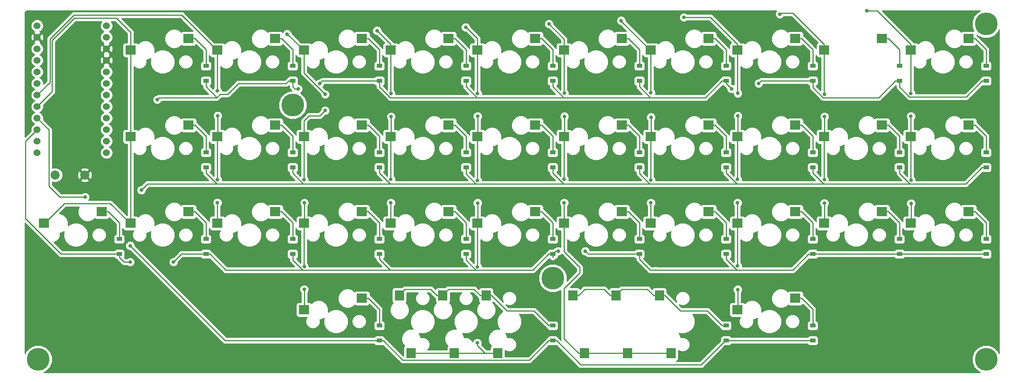
<source format=gbr>
G04 #@! TF.GenerationSoftware,KiCad,Pcbnew,(5.0.0)*
G04 #@! TF.CreationDate,2019-03-21T00:22:58+08:00*
G04 #@! TF.ProjectId,nqg,6E71672E6B696361645F706362000000,rev?*
G04 #@! TF.SameCoordinates,Original*
G04 #@! TF.FileFunction,Copper,L2,Bot,Signal*
G04 #@! TF.FilePolarity,Positive*
%FSLAX46Y46*%
G04 Gerber Fmt 4.6, Leading zero omitted, Abs format (unit mm)*
G04 Created by KiCad (PCBNEW (5.0.0)) date 03/21/19 00:22:58*
%MOMM*%
%LPD*%
G01*
G04 APERTURE LIST*
G04 #@! TA.AperFunction,SMDPad,CuDef*
%ADD10R,2.300000X2.000000*%
G04 #@! TD*
G04 #@! TA.AperFunction,SMDPad,CuDef*
%ADD11R,1.200000X0.900000*%
G04 #@! TD*
G04 #@! TA.AperFunction,SMDPad,CuDef*
%ADD12R,2.000000X2.300000*%
G04 #@! TD*
G04 #@! TA.AperFunction,ComponentPad*
%ADD13C,2.000000*%
G04 #@! TD*
G04 #@! TA.AperFunction,ComponentPad*
%ADD14C,1.524000*%
G04 #@! TD*
G04 #@! TA.AperFunction,WasherPad*
%ADD15C,5.000000*%
G04 #@! TD*
G04 #@! TA.AperFunction,ViaPad*
%ADD16C,0.800000*%
G04 #@! TD*
G04 #@! TA.AperFunction,Conductor*
%ADD17C,0.250000*%
G04 #@! TD*
G04 #@! TA.AperFunction,Conductor*
%ADD18C,0.254000*%
G04 #@! TD*
G04 APERTURE END LIST*
D10*
G04 #@! TO.P,SW30,1*
G04 #@! TO.N,col7*
X297800000Y-130770000D03*
G04 #@! TO.P,SW30,2*
G04 #@! TO.N,Net-(D26-Pad2)*
X310500000Y-128230000D03*
G04 #@! TD*
G04 #@! TO.P,SW34,1*
G04 #@! TO.N,col8*
X316850000Y-130770000D03*
G04 #@! TO.P,SW34,2*
G04 #@! TO.N,Net-(D30-Pad2)*
X329550000Y-128230000D03*
G04 #@! TD*
G04 #@! TO.P,SW38,2*
G04 #@! TO.N,Net-(D34-Pad2)*
X348600000Y-147280000D03*
G04 #@! TO.P,SW38,1*
G04 #@! TO.N,col9*
X335900000Y-149820000D03*
G04 #@! TD*
D11*
G04 #@! TO.P,D1,1*
G04 #@! TO.N,row2*
X161924250Y-175670500D03*
G04 #@! TO.P,D1,2*
G04 #@! TO.N,Net-(D1-Pad2)*
X161924250Y-172370500D03*
G04 #@! TD*
G04 #@! TO.P,D2,2*
G04 #@! TO.N,Net-(D2-Pad2)*
X180974250Y-134270500D03*
G04 #@! TO.P,D2,1*
G04 #@! TO.N,row0*
X180974250Y-137570500D03*
G04 #@! TD*
G04 #@! TO.P,D3,1*
G04 #@! TO.N,row1*
X180974250Y-156620500D03*
G04 #@! TO.P,D3,2*
G04 #@! TO.N,Net-(D3-Pad2)*
X180974250Y-153320500D03*
G04 #@! TD*
G04 #@! TO.P,D4,1*
G04 #@! TO.N,row2*
X180974250Y-175670500D03*
G04 #@! TO.P,D4,2*
G04 #@! TO.N,Net-(D4-Pad2)*
X180974250Y-172370500D03*
G04 #@! TD*
G04 #@! TO.P,D5,1*
G04 #@! TO.N,row0*
X200024250Y-137570500D03*
G04 #@! TO.P,D5,2*
G04 #@! TO.N,Net-(D5-Pad2)*
X200024250Y-134270500D03*
G04 #@! TD*
G04 #@! TO.P,D6,2*
G04 #@! TO.N,Net-(D6-Pad2)*
X200024250Y-153320500D03*
G04 #@! TO.P,D6,1*
G04 #@! TO.N,row1*
X200024250Y-156620500D03*
G04 #@! TD*
G04 #@! TO.P,D7,2*
G04 #@! TO.N,Net-(D7-Pad2)*
X200024250Y-172370500D03*
G04 #@! TO.P,D7,1*
G04 #@! TO.N,row2*
X200024250Y-175670500D03*
G04 #@! TD*
G04 #@! TO.P,D8,1*
G04 #@! TO.N,row0*
X219074250Y-137570500D03*
G04 #@! TO.P,D8,2*
G04 #@! TO.N,Net-(D8-Pad2)*
X219074250Y-134270500D03*
G04 #@! TD*
G04 #@! TO.P,D9,1*
G04 #@! TO.N,row1*
X219074250Y-156620500D03*
G04 #@! TO.P,D9,2*
G04 #@! TO.N,Net-(D9-Pad2)*
X219074250Y-153320500D03*
G04 #@! TD*
G04 #@! TO.P,D10,1*
G04 #@! TO.N,row2*
X219074250Y-175670500D03*
G04 #@! TO.P,D10,2*
G04 #@! TO.N,Net-(D10-Pad2)*
X219074250Y-172370500D03*
G04 #@! TD*
G04 #@! TO.P,D11,2*
G04 #@! TO.N,Net-(D11-Pad2)*
X219074250Y-191420500D03*
G04 #@! TO.P,D11,1*
G04 #@! TO.N,row3*
X219074250Y-194720500D03*
G04 #@! TD*
G04 #@! TO.P,D12,2*
G04 #@! TO.N,Net-(D12-Pad2)*
X238124250Y-134270500D03*
G04 #@! TO.P,D12,1*
G04 #@! TO.N,row0*
X238124250Y-137570500D03*
G04 #@! TD*
G04 #@! TO.P,D13,2*
G04 #@! TO.N,Net-(D13-Pad2)*
X238124250Y-153320500D03*
G04 #@! TO.P,D13,1*
G04 #@! TO.N,row1*
X238124250Y-156620500D03*
G04 #@! TD*
G04 #@! TO.P,D14,1*
G04 #@! TO.N,row2*
X238124250Y-175670500D03*
G04 #@! TO.P,D14,2*
G04 #@! TO.N,Net-(D14-Pad2)*
X238124250Y-172370500D03*
G04 #@! TD*
G04 #@! TO.P,D15,1*
G04 #@! TO.N,row0*
X257174250Y-137570500D03*
G04 #@! TO.P,D15,2*
G04 #@! TO.N,Net-(D15-Pad2)*
X257174250Y-134270500D03*
G04 #@! TD*
G04 #@! TO.P,D16,1*
G04 #@! TO.N,row1*
X257174250Y-156620500D03*
G04 #@! TO.P,D16,2*
G04 #@! TO.N,Net-(D16-Pad2)*
X257174250Y-153320500D03*
G04 #@! TD*
G04 #@! TO.P,D17,1*
G04 #@! TO.N,row2*
X257174250Y-175670500D03*
G04 #@! TO.P,D17,2*
G04 #@! TO.N,Net-(D17-Pad2)*
X257174250Y-172370500D03*
G04 #@! TD*
G04 #@! TO.P,D18,2*
G04 #@! TO.N,Net-(D18-Pad2)*
X257174250Y-191420500D03*
G04 #@! TO.P,D18,1*
G04 #@! TO.N,row3*
X257174250Y-194720500D03*
G04 #@! TD*
G04 #@! TO.P,D19,2*
G04 #@! TO.N,Net-(D19-Pad2)*
X276224250Y-134270500D03*
G04 #@! TO.P,D19,1*
G04 #@! TO.N,row0*
X276224250Y-137570500D03*
G04 #@! TD*
G04 #@! TO.P,D20,2*
G04 #@! TO.N,Net-(D20-Pad2)*
X276224250Y-153320500D03*
G04 #@! TO.P,D20,1*
G04 #@! TO.N,row1*
X276224250Y-156620500D03*
G04 #@! TD*
G04 #@! TO.P,D21,2*
G04 #@! TO.N,Net-(D21-Pad2)*
X276224250Y-172370500D03*
G04 #@! TO.P,D21,1*
G04 #@! TO.N,row2*
X276224250Y-175670500D03*
G04 #@! TD*
G04 #@! TO.P,D22,1*
G04 #@! TO.N,row3*
X295274250Y-194720500D03*
G04 #@! TO.P,D22,2*
G04 #@! TO.N,Net-(D22-Pad2)*
X295274250Y-191420500D03*
G04 #@! TD*
G04 #@! TO.P,D23,1*
G04 #@! TO.N,row0*
X295274250Y-137570500D03*
G04 #@! TO.P,D23,2*
G04 #@! TO.N,Net-(D23-Pad2)*
X295274250Y-134270500D03*
G04 #@! TD*
G04 #@! TO.P,D24,1*
G04 #@! TO.N,row1*
X295274250Y-156620500D03*
G04 #@! TO.P,D24,2*
G04 #@! TO.N,Net-(D24-Pad2)*
X295274250Y-153320500D03*
G04 #@! TD*
G04 #@! TO.P,D25,1*
G04 #@! TO.N,row2*
X295274250Y-175670500D03*
G04 #@! TO.P,D25,2*
G04 #@! TO.N,Net-(D25-Pad2)*
X295274250Y-172370500D03*
G04 #@! TD*
G04 #@! TO.P,D26,2*
G04 #@! TO.N,Net-(D26-Pad2)*
X314324250Y-134270500D03*
G04 #@! TO.P,D26,1*
G04 #@! TO.N,row0*
X314324250Y-137570500D03*
G04 #@! TD*
G04 #@! TO.P,D27,2*
G04 #@! TO.N,Net-(D27-Pad2)*
X314324250Y-153320500D03*
G04 #@! TO.P,D27,1*
G04 #@! TO.N,row1*
X314324250Y-156620500D03*
G04 #@! TD*
G04 #@! TO.P,D28,2*
G04 #@! TO.N,Net-(D28-Pad2)*
X314324250Y-172370500D03*
G04 #@! TO.P,D28,1*
G04 #@! TO.N,row2*
X314324250Y-175670500D03*
G04 #@! TD*
G04 #@! TO.P,D29,2*
G04 #@! TO.N,Net-(D29-Pad2)*
X314324250Y-191420500D03*
G04 #@! TO.P,D29,1*
G04 #@! TO.N,row3*
X314324250Y-194720500D03*
G04 #@! TD*
G04 #@! TO.P,D30,1*
G04 #@! TO.N,row0*
X333374250Y-137570500D03*
G04 #@! TO.P,D30,2*
G04 #@! TO.N,Net-(D30-Pad2)*
X333374250Y-134270500D03*
G04 #@! TD*
G04 #@! TO.P,D31,1*
G04 #@! TO.N,row1*
X333374250Y-156620500D03*
G04 #@! TO.P,D31,2*
G04 #@! TO.N,Net-(D31-Pad2)*
X333374250Y-153320500D03*
G04 #@! TD*
G04 #@! TO.P,D32,1*
G04 #@! TO.N,row2*
X333374250Y-175670500D03*
G04 #@! TO.P,D32,2*
G04 #@! TO.N,Net-(D32-Pad2)*
X333374250Y-172370500D03*
G04 #@! TD*
G04 #@! TO.P,D33,2*
G04 #@! TO.N,Net-(D33-Pad2)*
X352424250Y-134270500D03*
G04 #@! TO.P,D33,1*
G04 #@! TO.N,row0*
X352424250Y-137570500D03*
G04 #@! TD*
G04 #@! TO.P,D34,2*
G04 #@! TO.N,Net-(D34-Pad2)*
X352424250Y-153320500D03*
G04 #@! TO.P,D34,1*
G04 #@! TO.N,row1*
X352424250Y-156620500D03*
G04 #@! TD*
G04 #@! TO.P,D35,2*
G04 #@! TO.N,Net-(D35-Pad2)*
X352424250Y-172370500D03*
G04 #@! TO.P,D35,1*
G04 #@! TO.N,row2*
X352424250Y-175670500D03*
G04 #@! TD*
D10*
G04 #@! TO.P,SW1,1*
G04 #@! TO.N,col0*
X145400000Y-168870000D03*
G04 #@! TO.P,SW1,2*
G04 #@! TO.N,Net-(D1-Pad2)*
X158100000Y-166330000D03*
G04 #@! TD*
G04 #@! TO.P,SW2,1*
G04 #@! TO.N,col0*
X164450000Y-130770000D03*
G04 #@! TO.P,SW2,2*
G04 #@! TO.N,Net-(D2-Pad2)*
X177150000Y-128230000D03*
G04 #@! TD*
G04 #@! TO.P,SW3,1*
G04 #@! TO.N,col0*
X164450000Y-149820000D03*
G04 #@! TO.P,SW3,2*
G04 #@! TO.N,Net-(D3-Pad2)*
X177150000Y-147280000D03*
G04 #@! TD*
G04 #@! TO.P,SW4,1*
G04 #@! TO.N,col0*
X164450000Y-168870000D03*
G04 #@! TO.P,SW4,2*
G04 #@! TO.N,Net-(D4-Pad2)*
X177150000Y-166330000D03*
G04 #@! TD*
G04 #@! TO.P,SW5,2*
G04 #@! TO.N,Net-(D5-Pad2)*
X196200000Y-128230000D03*
G04 #@! TO.P,SW5,1*
G04 #@! TO.N,col1*
X183500000Y-130770000D03*
G04 #@! TD*
G04 #@! TO.P,SW6,2*
G04 #@! TO.N,Net-(D6-Pad2)*
X196200000Y-147280000D03*
G04 #@! TO.P,SW6,1*
G04 #@! TO.N,col1*
X183500000Y-149820000D03*
G04 #@! TD*
G04 #@! TO.P,SW7,2*
G04 #@! TO.N,Net-(D7-Pad2)*
X196200000Y-166330000D03*
G04 #@! TO.P,SW7,1*
G04 #@! TO.N,col1*
X183500000Y-168870000D03*
G04 #@! TD*
G04 #@! TO.P,SW8,1*
G04 #@! TO.N,col2*
X202550000Y-130770000D03*
G04 #@! TO.P,SW8,2*
G04 #@! TO.N,Net-(D8-Pad2)*
X215250000Y-128230000D03*
G04 #@! TD*
G04 #@! TO.P,SW9,1*
G04 #@! TO.N,col2*
X202550000Y-149820000D03*
G04 #@! TO.P,SW9,2*
G04 #@! TO.N,Net-(D9-Pad2)*
X215250000Y-147280000D03*
G04 #@! TD*
G04 #@! TO.P,SW10,1*
G04 #@! TO.N,col2*
X202550000Y-168870000D03*
G04 #@! TO.P,SW10,2*
G04 #@! TO.N,Net-(D10-Pad2)*
X215250000Y-166330000D03*
G04 #@! TD*
G04 #@! TO.P,SW11,2*
G04 #@! TO.N,Net-(D11-Pad2)*
X215250000Y-185380000D03*
G04 #@! TO.P,SW11,1*
G04 #@! TO.N,col2*
X202550000Y-187920000D03*
G04 #@! TD*
G04 #@! TO.P,SW12,2*
G04 #@! TO.N,Net-(D12-Pad2)*
X234300000Y-128230000D03*
G04 #@! TO.P,SW12,1*
G04 #@! TO.N,col3*
X221600000Y-130770000D03*
G04 #@! TD*
G04 #@! TO.P,SW13,2*
G04 #@! TO.N,Net-(D13-Pad2)*
X234300000Y-147280000D03*
G04 #@! TO.P,SW13,1*
G04 #@! TO.N,col3*
X221600000Y-149820000D03*
G04 #@! TD*
G04 #@! TO.P,SW14,1*
G04 #@! TO.N,col3*
X221600000Y-168870000D03*
G04 #@! TO.P,SW14,2*
G04 #@! TO.N,Net-(D14-Pad2)*
X234300000Y-166330000D03*
G04 #@! TD*
G04 #@! TO.P,SW15,1*
G04 #@! TO.N,col4*
X240650000Y-130770000D03*
G04 #@! TO.P,SW15,2*
G04 #@! TO.N,Net-(D15-Pad2)*
X253350000Y-128230000D03*
G04 #@! TD*
G04 #@! TO.P,SW16,1*
G04 #@! TO.N,col4*
X240650000Y-149820000D03*
G04 #@! TO.P,SW16,2*
G04 #@! TO.N,Net-(D16-Pad2)*
X253350000Y-147280000D03*
G04 #@! TD*
G04 #@! TO.P,SW17,1*
G04 #@! TO.N,col4*
X240650000Y-168870000D03*
G04 #@! TO.P,SW17,2*
G04 #@! TO.N,Net-(D17-Pad2)*
X253350000Y-166330000D03*
G04 #@! TD*
D12*
G04 #@! TO.P,SW18,2*
G04 #@! TO.N,Net-(D18-Pad2)*
X223480000Y-184800000D03*
G04 #@! TO.P,SW18,1*
G04 #@! TO.N,col4*
X226020000Y-197500000D03*
G04 #@! TD*
G04 #@! TO.P,SW19,1*
G04 #@! TO.N,col4*
X235545000Y-197500000D03*
G04 #@! TO.P,SW19,2*
G04 #@! TO.N,Net-(D18-Pad2)*
X233005000Y-184800000D03*
G04 #@! TD*
G04 #@! TO.P,SW20,2*
G04 #@! TO.N,Net-(D18-Pad2)*
X242530000Y-184800000D03*
G04 #@! TO.P,SW20,1*
G04 #@! TO.N,col4*
X245070000Y-197500000D03*
G04 #@! TD*
D10*
G04 #@! TO.P,SW21,2*
G04 #@! TO.N,Net-(D19-Pad2)*
X272400000Y-128230000D03*
G04 #@! TO.P,SW21,1*
G04 #@! TO.N,col5*
X259700000Y-130770000D03*
G04 #@! TD*
G04 #@! TO.P,SW22,2*
G04 #@! TO.N,Net-(D20-Pad2)*
X272400000Y-147280000D03*
G04 #@! TO.P,SW22,1*
G04 #@! TO.N,col5*
X259700000Y-149820000D03*
G04 #@! TD*
G04 #@! TO.P,SW23,2*
G04 #@! TO.N,Net-(D21-Pad2)*
X272400000Y-166330000D03*
G04 #@! TO.P,SW23,1*
G04 #@! TO.N,col5*
X259700000Y-168870000D03*
G04 #@! TD*
D12*
G04 #@! TO.P,SW24,2*
G04 #@! TO.N,Net-(D22-Pad2)*
X261580000Y-184800000D03*
G04 #@! TO.P,SW24,1*
G04 #@! TO.N,col5*
X264120000Y-197500000D03*
G04 #@! TD*
G04 #@! TO.P,SW25,2*
G04 #@! TO.N,Net-(D22-Pad2)*
X271105000Y-184800000D03*
G04 #@! TO.P,SW25,1*
G04 #@! TO.N,col5*
X273645000Y-197500000D03*
G04 #@! TD*
G04 #@! TO.P,SW26,1*
G04 #@! TO.N,col5*
X283170000Y-197500000D03*
G04 #@! TO.P,SW26,2*
G04 #@! TO.N,Net-(D22-Pad2)*
X280630000Y-184800000D03*
G04 #@! TD*
D10*
G04 #@! TO.P,SW27,1*
G04 #@! TO.N,col6*
X278750000Y-130770000D03*
G04 #@! TO.P,SW27,2*
G04 #@! TO.N,Net-(D23-Pad2)*
X291450000Y-128230000D03*
G04 #@! TD*
G04 #@! TO.P,SW28,1*
G04 #@! TO.N,col6*
X278750000Y-149820000D03*
G04 #@! TO.P,SW28,2*
G04 #@! TO.N,Net-(D24-Pad2)*
X291450000Y-147280000D03*
G04 #@! TD*
G04 #@! TO.P,SW29,1*
G04 #@! TO.N,col6*
X278750000Y-168870000D03*
G04 #@! TO.P,SW29,2*
G04 #@! TO.N,Net-(D25-Pad2)*
X291450000Y-166330000D03*
G04 #@! TD*
G04 #@! TO.P,SW31,2*
G04 #@! TO.N,Net-(D27-Pad2)*
X310500000Y-147280000D03*
G04 #@! TO.P,SW31,1*
G04 #@! TO.N,col7*
X297800000Y-149820000D03*
G04 #@! TD*
G04 #@! TO.P,SW32,2*
G04 #@! TO.N,Net-(D28-Pad2)*
X310500000Y-166330000D03*
G04 #@! TO.P,SW32,1*
G04 #@! TO.N,col7*
X297800000Y-168870000D03*
G04 #@! TD*
G04 #@! TO.P,SW33,2*
G04 #@! TO.N,Net-(D29-Pad2)*
X310500000Y-185380000D03*
G04 #@! TO.P,SW33,1*
G04 #@! TO.N,col7*
X297800000Y-187920000D03*
G04 #@! TD*
G04 #@! TO.P,SW35,1*
G04 #@! TO.N,col8*
X316850000Y-149820000D03*
G04 #@! TO.P,SW35,2*
G04 #@! TO.N,Net-(D31-Pad2)*
X329550000Y-147280000D03*
G04 #@! TD*
G04 #@! TO.P,SW36,1*
G04 #@! TO.N,col8*
X316850000Y-168870000D03*
G04 #@! TO.P,SW36,2*
G04 #@! TO.N,Net-(D32-Pad2)*
X329550000Y-166330000D03*
G04 #@! TD*
G04 #@! TO.P,SW37,2*
G04 #@! TO.N,Net-(D33-Pad2)*
X348600000Y-128230000D03*
G04 #@! TO.P,SW37,1*
G04 #@! TO.N,col9*
X335900000Y-130770000D03*
G04 #@! TD*
G04 #@! TO.P,SW39,2*
G04 #@! TO.N,Net-(D35-Pad2)*
X348600000Y-166330000D03*
G04 #@! TO.P,SW39,1*
G04 #@! TO.N,col9*
X335900000Y-168870000D03*
G04 #@! TD*
D13*
G04 #@! TO.P,SW40,1*
G04 #@! TO.N,GND*
X154350000Y-158275000D03*
G04 #@! TO.P,SW40,2*
G04 #@! TO.N,reset*
X147850000Y-158275000D03*
G04 #@! TD*
D14*
G04 #@! TO.P,U1,24*
G04 #@! TO.N,Net-(U1-Pad24)*
X143886400Y-125422000D03*
G04 #@! TO.P,U1,23*
G04 #@! TO.N,GND*
X143886400Y-127962000D03*
G04 #@! TO.P,U1,22*
G04 #@! TO.N,reset*
X143886400Y-130502000D03*
G04 #@! TO.P,U1,21*
G04 #@! TO.N,VCC*
X143886400Y-133042000D03*
G04 #@! TO.P,U1,20*
G04 #@! TO.N,Net-(U1-Pad20)*
X143886400Y-135582000D03*
G04 #@! TO.P,U1,19*
G04 #@! TO.N,Net-(U1-Pad19)*
X143886400Y-138122000D03*
G04 #@! TO.P,U1,18*
G04 #@! TO.N,col1*
X143886400Y-140662000D03*
G04 #@! TO.P,U1,17*
G04 #@! TO.N,col0*
X143886400Y-143202000D03*
G04 #@! TO.P,U1,16*
G04 #@! TO.N,row3*
X143886400Y-145742000D03*
G04 #@! TO.P,U1,15*
G04 #@! TO.N,row2*
X143886400Y-148282000D03*
G04 #@! TO.P,U1,14*
G04 #@! TO.N,row1*
X143886400Y-150822000D03*
G04 #@! TO.P,U1,13*
G04 #@! TO.N,row0*
X143886400Y-153362000D03*
G04 #@! TO.P,U1,12*
G04 #@! TO.N,col2*
X159106400Y-153362000D03*
G04 #@! TO.P,U1,11*
G04 #@! TO.N,col3*
X159106400Y-150822000D03*
G04 #@! TO.P,U1,10*
G04 #@! TO.N,col4*
X159106400Y-148282000D03*
G04 #@! TO.P,U1,9*
G04 #@! TO.N,col5*
X159106400Y-145742000D03*
G04 #@! TO.P,U1,8*
G04 #@! TO.N,col6*
X159106400Y-143202000D03*
G04 #@! TO.P,U1,7*
G04 #@! TO.N,col7*
X159106400Y-140662000D03*
G04 #@! TO.P,U1,6*
G04 #@! TO.N,col8*
X159106400Y-138122000D03*
G04 #@! TO.P,U1,5*
G04 #@! TO.N,col9*
X159106400Y-135582000D03*
G04 #@! TO.P,U1,4*
G04 #@! TO.N,GND*
X159106400Y-133042000D03*
G04 #@! TO.P,U1,3*
X159106400Y-130502000D03*
G04 #@! TO.P,U1,2*
G04 #@! TO.N,Net-(U1-Pad2)*
X159106400Y-127962000D03*
G04 #@! TO.P,U1,1*
G04 #@! TO.N,Net-(U1-Pad1)*
X159106400Y-125422000D03*
G04 #@! TD*
D15*
G04 #@! TO.P,Ref\002A\002A,*
G04 #@! TO.N,*
X352426480Y-125016150D03*
G04 #@! TD*
G04 #@! TO.P,Ref\002A\002A,*
G04 #@! TO.N,*
X352426480Y-198835210D03*
G04 #@! TD*
G04 #@! TO.P,Ref\002A\002A,*
G04 #@! TO.N,*
X144066230Y-198835210D03*
G04 #@! TD*
G04 #@! TO.P,Ref\002A\002A,*
G04 #@! TO.N,*
X257176080Y-180975760D03*
G04 #@! TD*
G04 #@! TO.P,Ref\002A\002A,*
G04 #@! TO.N,*
X200025840Y-142875600D03*
G04 #@! TD*
D16*
G04 #@! TO.N,row2*
X173831980Y-177403870D03*
X164306940Y-177403870D03*
X264319860Y-175022610D03*
X258366710Y-175022610D03*
G04 #@! TO.N,row0*
X170260090Y-141684970D03*
X302420020Y-138113080D03*
X296466870Y-139303710D03*
X205978990Y-138113080D03*
X201216470Y-139303710D03*
G04 #@! TO.N,row1*
X166775000Y-161600000D03*
G04 #@! TO.N,row3*
X164306940Y-173831980D03*
X154387312Y-163116310D03*
G04 #@! TO.N,col1*
X183500000Y-139775000D03*
X183550000Y-145225000D03*
X183500000Y-159275000D03*
X183500000Y-164350000D03*
G04 #@! TO.N,col2*
X202550000Y-159325000D03*
X202600000Y-164375000D03*
X202600000Y-178450000D03*
X202575000Y-183425000D03*
X198825000Y-127250000D03*
X207169620Y-140494340D03*
X207169620Y-144066230D03*
G04 #@! TO.N,col3*
X221625000Y-140325000D03*
X221650000Y-145400000D03*
X221600000Y-159225000D03*
X221600000Y-164400000D03*
X218580000Y-126500000D03*
G04 #@! TO.N,col4*
X240650000Y-140300000D03*
X240675000Y-145325000D03*
X240650000Y-159475000D03*
X240675000Y-164425000D03*
X240650000Y-178475000D03*
X240600000Y-195225000D03*
X238050000Y-125743750D03*
G04 #@! TO.N,col5*
X259725000Y-140275000D03*
X259750000Y-145375000D03*
X259700000Y-159200000D03*
X259700000Y-164375000D03*
X256350000Y-125018750D03*
G04 #@! TO.N,col6*
X278750000Y-140175000D03*
X278775000Y-145550000D03*
X278750000Y-159375000D03*
X278750000Y-164400000D03*
X272225000Y-124293750D03*
G04 #@! TO.N,col7*
X297850000Y-140275000D03*
X297875000Y-145275000D03*
X297800000Y-159250000D03*
X297800000Y-164400000D03*
X297800000Y-178275000D03*
X297825000Y-183475000D03*
X286000000Y-123568750D03*
G04 #@! TO.N,col8*
X316900000Y-140500000D03*
X316925000Y-145400000D03*
X316875000Y-159325000D03*
X316875000Y-164450000D03*
X307100000Y-122843750D03*
G04 #@! TO.N,col9*
X335900000Y-140325000D03*
X335900000Y-145325000D03*
X335925000Y-159375000D03*
X335925000Y-164525000D03*
X326225000Y-122118750D03*
G04 #@! TD*
D17*
G04 #@! TO.N,row2*
X143124401Y-149043999D02*
X143886400Y-148282000D01*
X141325000Y-150843400D02*
X143124401Y-149043999D01*
X149116670Y-175670500D02*
X141325000Y-167878830D01*
X161924250Y-175670500D02*
X149116670Y-175670500D01*
X141325000Y-167978412D02*
X141325000Y-167878830D01*
X141325000Y-167878830D02*
X141325000Y-150843400D01*
X351574250Y-175670500D02*
X314324250Y-175670500D01*
X352424250Y-175670500D02*
X351574250Y-175670500D01*
X314324250Y-175670500D02*
X313474250Y-175670500D01*
X313474250Y-175670500D02*
X309944749Y-179200001D01*
X181124250Y-175670500D02*
X180974250Y-175670500D01*
X185353751Y-179200001D02*
X186928910Y-179200001D01*
X181824250Y-175670500D02*
X185353751Y-179200001D01*
X180974250Y-175670500D02*
X181824250Y-175670500D01*
X295274250Y-176816751D02*
X295274250Y-175670500D01*
X297657500Y-179200001D02*
X295274250Y-176816751D01*
X309944749Y-179200001D02*
X297657500Y-179200001D01*
X276374250Y-175670500D02*
X276224250Y-175670500D01*
X279798050Y-179200001D02*
X279798050Y-179094300D01*
X297657500Y-179200001D02*
X279798050Y-179200001D01*
X257174250Y-176370500D02*
X257174250Y-175670500D01*
X238124250Y-176370500D02*
X238124250Y-175670500D01*
X238124250Y-177022252D02*
X238124250Y-176370500D01*
X240301999Y-179200001D02*
X238124250Y-177022252D01*
X240507260Y-179200001D02*
X240301999Y-179200001D01*
X219074250Y-176817071D02*
X219074250Y-175670500D01*
X221457180Y-179200001D02*
X219074250Y-176817071D01*
X240507260Y-179200001D02*
X221457180Y-179200001D01*
X276224250Y-176816831D02*
X276224250Y-175670500D01*
X278607420Y-179200001D02*
X276224250Y-176816831D01*
X279798050Y-179200001D02*
X278607420Y-179200001D01*
X200024250Y-176370500D02*
X200024250Y-175670500D01*
X200024250Y-176947252D02*
X200024250Y-176370500D01*
X202276999Y-179200001D02*
X200024250Y-176947252D01*
X202407100Y-179200001D02*
X202276999Y-179200001D01*
X202407100Y-179200001D02*
X186928910Y-179200001D01*
X221457180Y-179200001D02*
X202407100Y-179200001D01*
X180974250Y-175670500D02*
X175565350Y-175670500D01*
X175565350Y-175670500D02*
X173831980Y-177403870D01*
X161924250Y-176370500D02*
X161924250Y-175670500D01*
X162957620Y-177403870D02*
X161924250Y-176370500D01*
X164306940Y-177403870D02*
X162957620Y-177403870D01*
X276224250Y-175670500D02*
X264967750Y-175670500D01*
X264967750Y-175670500D02*
X264319860Y-175022610D01*
X257822140Y-175022610D02*
X257174250Y-175670500D01*
X258366710Y-175022610D02*
X257822140Y-175022610D01*
X252794749Y-179200001D02*
X240301999Y-179200001D01*
X256324250Y-175670500D02*
X252794749Y-179200001D01*
X257174250Y-175670500D02*
X256324250Y-175670500D01*
G04 #@! TO.N,Net-(D1-Pad2)*
X158250000Y-166330000D02*
X158755001Y-166835001D01*
X158100000Y-166330000D02*
X158250000Y-166330000D01*
X161924250Y-171670500D02*
X161924250Y-172370500D01*
X161924250Y-168754250D02*
X161924250Y-171670500D01*
X159500000Y-166330000D02*
X161924250Y-168754250D01*
X158100000Y-166330000D02*
X159500000Y-166330000D01*
G04 #@! TO.N,Net-(D2-Pad2)*
X180974250Y-133570500D02*
X180974250Y-134270500D01*
X180974250Y-130654250D02*
X180974250Y-133570500D01*
X178550000Y-128230000D02*
X180974250Y-130654250D01*
X177150000Y-128230000D02*
X178550000Y-128230000D01*
G04 #@! TO.N,row0*
X276224250Y-138841831D02*
X276224250Y-137570500D01*
X278607420Y-141225001D02*
X276224250Y-138841831D01*
X257174250Y-138841911D02*
X257174250Y-137570500D01*
X259557340Y-141225001D02*
X257174250Y-138841911D01*
X278607420Y-141225001D02*
X259557340Y-141225001D01*
X238124250Y-138841991D02*
X238124250Y-137570500D01*
X240507260Y-141225001D02*
X238124250Y-138841991D01*
X259557340Y-141225001D02*
X240507260Y-141225001D01*
X219074250Y-138270500D02*
X219074250Y-137570500D01*
X219074250Y-138847252D02*
X219074250Y-138270500D01*
X221451999Y-141225001D02*
X219074250Y-138847252D01*
X221457180Y-141225001D02*
X221451999Y-141225001D01*
X240507260Y-141225001D02*
X221457180Y-141225001D01*
X200024250Y-138842151D02*
X200024250Y-137570500D01*
X180974250Y-138842231D02*
X180974250Y-137570500D01*
X183357020Y-141225001D02*
X180974250Y-138842231D01*
X183357020Y-141225001D02*
X176943901Y-141225001D01*
X176943901Y-141225001D02*
X170720059Y-141225001D01*
X170720059Y-141225001D02*
X170260090Y-141684970D01*
X333374250Y-138270500D02*
X333374250Y-137570500D01*
X333374250Y-138872252D02*
X333374250Y-138270500D01*
X335551999Y-141050001D02*
X333374250Y-138872252D01*
X348094749Y-141050001D02*
X335551999Y-141050001D01*
X351574250Y-137570500D02*
X348094749Y-141050001D01*
X352424250Y-137570500D02*
X351574250Y-137570500D01*
X314324250Y-138270500D02*
X314324250Y-137570500D01*
X314324250Y-138997252D02*
X314324250Y-138270500D01*
X316551999Y-141225001D02*
X314324250Y-138997252D01*
X328869749Y-141225001D02*
X316551999Y-141225001D01*
X332524250Y-137570500D02*
X328869749Y-141225001D01*
X333374250Y-137570500D02*
X332524250Y-137570500D01*
X314324250Y-137570500D02*
X313474250Y-137570500D01*
X314324250Y-137570500D02*
X302962600Y-137570500D01*
X302962600Y-137570500D02*
X302420020Y-138113080D01*
X295274250Y-138111090D02*
X295274250Y-137570500D01*
X296466870Y-139303710D02*
X295274250Y-138111090D01*
X290769749Y-141225001D02*
X278607420Y-141225001D01*
X294424250Y-137570500D02*
X290769749Y-141225001D01*
X295274250Y-137570500D02*
X294424250Y-137570500D01*
X199174250Y-137570500D02*
X198631670Y-138113080D01*
X200024250Y-137570500D02*
X199174250Y-137570500D01*
X198631670Y-138113080D02*
X188119540Y-138113080D01*
X184082020Y-140500001D02*
X183357020Y-141225001D01*
X185732619Y-140500001D02*
X184082020Y-140500001D01*
X188119540Y-138113080D02*
X185732619Y-140500001D01*
X219074250Y-137570500D02*
X206521570Y-137570500D01*
X206521570Y-137570500D02*
X205978990Y-138113080D01*
X200485809Y-139303710D02*
X200024250Y-138842151D01*
X201216470Y-139303710D02*
X200485809Y-139303710D01*
G04 #@! TO.N,row1*
X166800001Y-161625001D02*
X166775000Y-161600000D01*
X352424250Y-156620500D02*
X351574250Y-156620500D01*
X351574250Y-156620500D02*
X347994749Y-160200001D01*
X168174999Y-160200001D02*
X166775000Y-161600000D01*
X170915671Y-160200001D02*
X168174999Y-160200001D01*
X180974250Y-157817231D02*
X180974250Y-156620500D01*
X183357020Y-160200001D02*
X180974250Y-157817231D01*
X183357020Y-160200001D02*
X170915671Y-160200001D01*
X200024250Y-157320500D02*
X200024250Y-156620500D01*
X200024250Y-157872252D02*
X200024250Y-157320500D01*
X202351999Y-160200001D02*
X200024250Y-157872252D01*
X202407100Y-160200001D02*
X202351999Y-160200001D01*
X202407100Y-160200001D02*
X183357020Y-160200001D01*
X219074250Y-157320500D02*
X219074250Y-156620500D01*
X219074250Y-157817071D02*
X219074250Y-157320500D01*
X221457180Y-160200001D02*
X219074250Y-157817071D01*
X221457180Y-160200001D02*
X202407100Y-160200001D01*
X238124250Y-157320500D02*
X238124250Y-156620500D01*
X238124250Y-158022252D02*
X238124250Y-157320500D01*
X240301999Y-160200001D02*
X238124250Y-158022252D01*
X240507260Y-160200001D02*
X240301999Y-160200001D01*
X240507260Y-160200001D02*
X221457180Y-160200001D01*
X257174250Y-157816911D02*
X257174250Y-156620500D01*
X259557340Y-160200001D02*
X257174250Y-157816911D01*
X259557340Y-160200001D02*
X240507260Y-160200001D01*
X276224250Y-157320500D02*
X276224250Y-156620500D01*
X276224250Y-157922252D02*
X276224250Y-157320500D01*
X278501999Y-160200001D02*
X276224250Y-157922252D01*
X278607420Y-160200001D02*
X278501999Y-160200001D01*
X278607420Y-160200001D02*
X259557340Y-160200001D01*
X295274250Y-157816751D02*
X295274250Y-156620500D01*
X297657500Y-160200001D02*
X295274250Y-157816751D01*
X297657500Y-160200001D02*
X278607420Y-160200001D01*
X314324250Y-157816671D02*
X314324250Y-156620500D01*
X316707580Y-160200001D02*
X314324250Y-157816671D01*
X316707580Y-160200001D02*
X297657500Y-160200001D01*
X333374250Y-157320500D02*
X333374250Y-156620500D01*
X333374250Y-157897252D02*
X333374250Y-157320500D01*
X335676999Y-160200001D02*
X333374250Y-157897252D01*
X335757660Y-160200001D02*
X335676999Y-160200001D01*
X335757660Y-160200001D02*
X316707580Y-160200001D01*
X347994749Y-160200001D02*
X335757660Y-160200001D01*
G04 #@! TO.N,Net-(D3-Pad2)*
X180974250Y-152620500D02*
X180974250Y-153320500D01*
X180974250Y-149704250D02*
X180974250Y-152620500D01*
X178550000Y-147280000D02*
X180974250Y-149704250D01*
X177150000Y-147280000D02*
X178550000Y-147280000D01*
G04 #@! TO.N,Net-(D4-Pad2)*
X180974250Y-171670500D02*
X180974250Y-172370500D01*
X180974250Y-168754250D02*
X180974250Y-171670500D01*
X178550000Y-166330000D02*
X180974250Y-168754250D01*
X177150000Y-166330000D02*
X178550000Y-166330000D01*
G04 #@! TO.N,Net-(D5-Pad2)*
X200024250Y-133570500D02*
X200024250Y-134270500D01*
X200024250Y-130654250D02*
X200024250Y-133570500D01*
X197600000Y-128230000D02*
X200024250Y-130654250D01*
X196200000Y-128230000D02*
X197600000Y-128230000D01*
G04 #@! TO.N,Net-(D6-Pad2)*
X200024250Y-152620500D02*
X200024250Y-153320500D01*
X200024250Y-149704250D02*
X200024250Y-152620500D01*
X197600000Y-147280000D02*
X200024250Y-149704250D01*
X196200000Y-147280000D02*
X197600000Y-147280000D01*
G04 #@! TO.N,Net-(D7-Pad2)*
X200024250Y-171670500D02*
X200024250Y-172370500D01*
X200024250Y-168754250D02*
X200024250Y-171670500D01*
X197600000Y-166330000D02*
X200024250Y-168754250D01*
X196200000Y-166330000D02*
X197600000Y-166330000D01*
G04 #@! TO.N,Net-(D8-Pad2)*
X219074250Y-133570500D02*
X219074250Y-134270500D01*
X219074250Y-130654250D02*
X219074250Y-133570500D01*
X216650000Y-128230000D02*
X219074250Y-130654250D01*
X215250000Y-128230000D02*
X216650000Y-128230000D01*
G04 #@! TO.N,Net-(D9-Pad2)*
X216650000Y-147280000D02*
X219074250Y-149704250D01*
X215250000Y-147280000D02*
X216650000Y-147280000D01*
X219074250Y-149704250D02*
X219074250Y-153320500D01*
G04 #@! TO.N,Net-(D10-Pad2)*
X219074250Y-171670500D02*
X219074250Y-172370500D01*
X219074250Y-168754250D02*
X219074250Y-171670500D01*
X216650000Y-166330000D02*
X219074250Y-168754250D01*
X215250000Y-166330000D02*
X216650000Y-166330000D01*
G04 #@! TO.N,Net-(D12-Pad2)*
X235700000Y-128230000D02*
X238124250Y-130654250D01*
X234300000Y-128230000D02*
X235700000Y-128230000D01*
X238124250Y-130654250D02*
X238124250Y-134270500D01*
G04 #@! TO.N,Net-(D13-Pad2)*
X238124250Y-152620500D02*
X238124250Y-153320500D01*
X238124250Y-149704250D02*
X238124250Y-152620500D01*
X235700000Y-147280000D02*
X238124250Y-149704250D01*
X234300000Y-147280000D02*
X235700000Y-147280000D01*
G04 #@! TO.N,row3*
X313474250Y-194720500D02*
X295274250Y-194720500D01*
X314324250Y-194720500D02*
X313474250Y-194720500D01*
X295124250Y-194720500D02*
X289818910Y-200025840D01*
X295274250Y-194720500D02*
X295124250Y-194720500D01*
X258024250Y-194720500D02*
X257174250Y-194720500D01*
X263329590Y-200025840D02*
X258024250Y-194720500D01*
X289818910Y-200025840D02*
X263329590Y-200025840D01*
X219924250Y-194720500D02*
X219074250Y-194720500D01*
X224178751Y-198975001D02*
X219924250Y-194720500D01*
X252069749Y-198975001D02*
X224178751Y-198975001D01*
X256324250Y-194720500D02*
X252069749Y-198975001D01*
X257174250Y-194720500D02*
X256324250Y-194720500D01*
X219074250Y-194720500D02*
X185195460Y-194720500D01*
X185195460Y-194720500D02*
X164306940Y-173831980D01*
X146447490Y-148303090D02*
X143886400Y-145742000D01*
X148828750Y-163116310D02*
X146447490Y-160735050D01*
X154387312Y-163116310D02*
X148828750Y-163116310D01*
X146447490Y-160735050D02*
X146447490Y-148303090D01*
G04 #@! TO.N,Net-(D14-Pad2)*
X235700000Y-166330000D02*
X238124250Y-168754250D01*
X234300000Y-166330000D02*
X235700000Y-166330000D01*
X238124250Y-168754250D02*
X238124250Y-172370500D01*
G04 #@! TO.N,Net-(D15-Pad2)*
X257174250Y-133570500D02*
X257174250Y-134270500D01*
X257174250Y-130654250D02*
X257174250Y-133570500D01*
X254750000Y-128230000D02*
X257174250Y-130654250D01*
X253350000Y-128230000D02*
X254750000Y-128230000D01*
G04 #@! TO.N,Net-(D16-Pad2)*
X257174250Y-152620500D02*
X257174250Y-153320500D01*
X257174250Y-149704250D02*
X257174250Y-152620500D01*
X254750000Y-147280000D02*
X257174250Y-149704250D01*
X253350000Y-147280000D02*
X254750000Y-147280000D01*
G04 #@! TO.N,Net-(D17-Pad2)*
X257174250Y-171670500D02*
X257174250Y-172370500D01*
X257174250Y-168754250D02*
X257174250Y-171670500D01*
X254750000Y-166330000D02*
X257174250Y-168754250D01*
X253350000Y-166330000D02*
X254750000Y-166330000D01*
G04 #@! TO.N,Net-(D18-Pad2)*
X224730000Y-183400000D02*
X230355000Y-183400000D01*
X231755000Y-184800000D02*
X233005000Y-184800000D01*
X223480000Y-184650000D02*
X224730000Y-183400000D01*
X230355000Y-183400000D02*
X231755000Y-184800000D01*
X223480000Y-184800000D02*
X223480000Y-184650000D01*
X234255000Y-183400000D02*
X239880000Y-183400000D01*
X233005000Y-184650000D02*
X234255000Y-183400000D01*
X241280000Y-184800000D02*
X242530000Y-184800000D01*
X239880000Y-183400000D02*
X241280000Y-184800000D01*
X233005000Y-184800000D02*
X233005000Y-184650000D01*
X256324250Y-191420500D02*
X257174250Y-191420500D01*
X253028749Y-188124999D02*
X256324250Y-191420500D01*
X247104999Y-188124999D02*
X253028749Y-188124999D01*
X243780000Y-184800000D02*
X247104999Y-188124999D01*
X242530000Y-184800000D02*
X243780000Y-184800000D01*
G04 #@! TO.N,Net-(D19-Pad2)*
X276224250Y-133570500D02*
X276224250Y-134270500D01*
X276224250Y-130654250D02*
X276224250Y-133570500D01*
X273800000Y-128230000D02*
X276224250Y-130654250D01*
X272400000Y-128230000D02*
X273800000Y-128230000D01*
G04 #@! TO.N,Net-(D20-Pad2)*
X276224250Y-152620500D02*
X276224250Y-153320500D01*
X276224250Y-149704250D02*
X276224250Y-152620500D01*
X273800000Y-147280000D02*
X276224250Y-149704250D01*
X272400000Y-147280000D02*
X273800000Y-147280000D01*
G04 #@! TO.N,Net-(D21-Pad2)*
X276224250Y-171670500D02*
X276224250Y-172370500D01*
X276224250Y-168754250D02*
X276224250Y-171670500D01*
X273800000Y-166330000D02*
X276224250Y-168754250D01*
X272400000Y-166330000D02*
X273800000Y-166330000D01*
G04 #@! TO.N,Net-(D22-Pad2)*
X269855000Y-184800000D02*
X271105000Y-184800000D01*
X268455000Y-183400000D02*
X269855000Y-184800000D01*
X264230000Y-183400000D02*
X268455000Y-183400000D01*
X262830000Y-184800000D02*
X264230000Y-183400000D01*
X261580000Y-184800000D02*
X262830000Y-184800000D01*
X279380000Y-184800000D02*
X280630000Y-184800000D01*
X272355000Y-183400000D02*
X277980000Y-183400000D01*
X277980000Y-183400000D02*
X279380000Y-184800000D01*
X271105000Y-184650000D02*
X272355000Y-183400000D01*
X271105000Y-184800000D02*
X271105000Y-184650000D01*
X294424250Y-191420500D02*
X295274250Y-191420500D01*
X291128749Y-188124999D02*
X294424250Y-191420500D01*
X285204999Y-188124999D02*
X291128749Y-188124999D01*
X281880000Y-184800000D02*
X285204999Y-188124999D01*
X280630000Y-184800000D02*
X281880000Y-184800000D01*
G04 #@! TO.N,Net-(D23-Pad2)*
X295274250Y-133570500D02*
X295274250Y-134270500D01*
X295274250Y-130654250D02*
X295274250Y-133570500D01*
X292850000Y-128230000D02*
X295274250Y-130654250D01*
X291450000Y-128230000D02*
X292850000Y-128230000D01*
G04 #@! TO.N,Net-(D24-Pad2)*
X295274250Y-152620500D02*
X295274250Y-153320500D01*
X295274250Y-149704250D02*
X295274250Y-152620500D01*
X292850000Y-147280000D02*
X295274250Y-149704250D01*
X291450000Y-147280000D02*
X292850000Y-147280000D01*
G04 #@! TO.N,Net-(D25-Pad2)*
X295274250Y-171670500D02*
X295274250Y-172370500D01*
X295274250Y-168754250D02*
X295274250Y-171670500D01*
X292850000Y-166330000D02*
X295274250Y-168754250D01*
X291450000Y-166330000D02*
X292850000Y-166330000D01*
G04 #@! TO.N,Net-(D26-Pad2)*
X314324250Y-133570500D02*
X314324250Y-134270500D01*
X314324250Y-130654250D02*
X314324250Y-133570500D01*
X311900000Y-128230000D02*
X314324250Y-130654250D01*
X310500000Y-128230000D02*
X311900000Y-128230000D01*
G04 #@! TO.N,Net-(D27-Pad2)*
X310500000Y-147280000D02*
X310650000Y-147280000D01*
X314324250Y-152620500D02*
X314324250Y-153320500D01*
X314324250Y-149704250D02*
X314324250Y-152620500D01*
X311900000Y-147280000D02*
X314324250Y-149704250D01*
X310500000Y-147280000D02*
X311900000Y-147280000D01*
G04 #@! TO.N,Net-(D28-Pad2)*
X314324250Y-171670500D02*
X314324250Y-172370500D01*
X314324250Y-168754250D02*
X314324250Y-171670500D01*
X311900000Y-166330000D02*
X314324250Y-168754250D01*
X310500000Y-166330000D02*
X311900000Y-166330000D01*
G04 #@! TO.N,Net-(D29-Pad2)*
X314324250Y-190720500D02*
X314324250Y-191420500D01*
X314324250Y-187804250D02*
X314324250Y-190720500D01*
X311900000Y-185380000D02*
X314324250Y-187804250D01*
X310500000Y-185380000D02*
X311900000Y-185380000D01*
G04 #@! TO.N,Net-(D30-Pad2)*
X333374250Y-133570500D02*
X333374250Y-134270500D01*
X333374250Y-130654250D02*
X333374250Y-133570500D01*
X330950000Y-128230000D02*
X333374250Y-130654250D01*
X329550000Y-128230000D02*
X330950000Y-128230000D01*
G04 #@! TO.N,Net-(D31-Pad2)*
X333374250Y-152620500D02*
X333374250Y-153320500D01*
X333374250Y-149704250D02*
X333374250Y-152620500D01*
X330950000Y-147280000D02*
X333374250Y-149704250D01*
X329550000Y-147280000D02*
X330950000Y-147280000D01*
G04 #@! TO.N,Net-(D32-Pad2)*
X333374250Y-171670500D02*
X333374250Y-172370500D01*
X333374250Y-168754250D02*
X333374250Y-171670500D01*
X330950000Y-166330000D02*
X333374250Y-168754250D01*
X329550000Y-166330000D02*
X330950000Y-166330000D01*
G04 #@! TO.N,Net-(D33-Pad2)*
X352424250Y-133570500D02*
X352424250Y-134270500D01*
X352424250Y-130654250D02*
X352424250Y-133570500D01*
X350000000Y-128230000D02*
X352424250Y-130654250D01*
X348600000Y-128230000D02*
X350000000Y-128230000D01*
G04 #@! TO.N,Net-(D34-Pad2)*
X352424250Y-152620500D02*
X352424250Y-153320500D01*
X352424250Y-149704250D02*
X352424250Y-152620500D01*
X350000000Y-147280000D02*
X352424250Y-149704250D01*
X348600000Y-147280000D02*
X350000000Y-147280000D01*
G04 #@! TO.N,Net-(D35-Pad2)*
X352424250Y-171670500D02*
X352424250Y-172370500D01*
X352424250Y-168754250D02*
X352424250Y-171670500D01*
X350000000Y-166330000D02*
X352424250Y-168754250D01*
X348600000Y-166330000D02*
X350000000Y-166330000D01*
G04 #@! TO.N,col0*
X164450000Y-149820000D02*
X164450000Y-168870000D01*
X164450000Y-130770000D02*
X164450000Y-149820000D01*
X164450000Y-130770000D02*
X164450000Y-126875000D01*
X164450000Y-126875000D02*
X161300000Y-123725000D01*
X161300000Y-123725000D02*
X152100000Y-123725000D01*
X144648399Y-142440001D02*
X143886400Y-143202000D01*
X147150010Y-139938390D02*
X144648399Y-142440001D01*
X147150010Y-128674990D02*
X147150010Y-139938390D01*
X152100000Y-123725000D02*
X147150010Y-128674990D01*
X145550000Y-168870000D02*
X145400000Y-168870000D01*
X149875001Y-164544999D02*
X145550000Y-168870000D01*
X159974999Y-164544999D02*
X149875001Y-164544999D01*
X164300000Y-168870000D02*
X159974999Y-164544999D01*
X164450000Y-168870000D02*
X164300000Y-168870000D01*
G04 #@! TO.N,col1*
X183500000Y-130770000D02*
X183500000Y-139775000D01*
X183550000Y-149770000D02*
X183500000Y-149820000D01*
X183550000Y-145225000D02*
X183550000Y-149770000D01*
X183500000Y-149820000D02*
X183500000Y-159275000D01*
X183500000Y-164350000D02*
X183500000Y-168870000D01*
X183350000Y-130770000D02*
X175730000Y-123150000D01*
X146700000Y-137848400D02*
X146700000Y-128325000D01*
X143886400Y-140662000D02*
X146700000Y-137848400D01*
X146700000Y-128325000D02*
X151975000Y-123050000D01*
X183350000Y-130770000D02*
X183500000Y-130770000D01*
X175630000Y-123050000D02*
X183350000Y-130770000D01*
X151975000Y-123050000D02*
X175630000Y-123050000D01*
G04 #@! TO.N,col2*
X202525000Y-149795000D02*
X202550000Y-149820000D01*
X202550000Y-149820000D02*
X202550000Y-159325000D01*
X202600000Y-168820000D02*
X202550000Y-168870000D01*
X202600000Y-164375000D02*
X202600000Y-168820000D01*
X202550000Y-178400000D02*
X202600000Y-178450000D01*
X202550000Y-168870000D02*
X202550000Y-178400000D01*
X202575000Y-187895000D02*
X202550000Y-187920000D01*
X202575000Y-183425000D02*
X202575000Y-187895000D01*
X198880000Y-127250000D02*
X198825000Y-127250000D01*
X202400000Y-130770000D02*
X198880000Y-127250000D01*
X202550000Y-130770000D02*
X202400000Y-130770000D01*
X202550000Y-130770000D02*
X202550000Y-135874720D01*
X202550000Y-135874720D02*
X207169620Y-140494340D01*
X207169620Y-144066230D02*
X205978990Y-145256860D01*
X205978990Y-145256860D02*
X203597730Y-145256860D01*
X202550000Y-149820000D02*
X202550000Y-146304590D01*
X202550000Y-146304590D02*
X203597730Y-145256860D01*
G04 #@! TO.N,col3*
X221600000Y-140300000D02*
X221625000Y-140325000D01*
X221600000Y-130770000D02*
X221600000Y-140300000D01*
X221650000Y-149770000D02*
X221600000Y-149820000D01*
X221650000Y-145400000D02*
X221650000Y-149770000D01*
X221600000Y-149820000D02*
X221600000Y-159225000D01*
X221600000Y-164400000D02*
X221600000Y-168870000D01*
X221600000Y-129520000D02*
X218580000Y-126500000D01*
X221600000Y-130770000D02*
X221600000Y-129520000D01*
G04 #@! TO.N,col4*
X245070000Y-197500000D02*
X235545000Y-197500000D01*
X235545000Y-197500000D02*
X226020000Y-197500000D01*
X240650000Y-130770000D02*
X240650000Y-140300000D01*
X240675000Y-149795000D02*
X240650000Y-149820000D01*
X240675000Y-145325000D02*
X240675000Y-149795000D01*
X240650000Y-149820000D02*
X240650000Y-159475000D01*
X240675000Y-168845000D02*
X240650000Y-168870000D01*
X240675000Y-164425000D02*
X240675000Y-168845000D01*
X240650000Y-168870000D02*
X240650000Y-178475000D01*
X243820000Y-197500000D02*
X245070000Y-197500000D01*
X242309315Y-197500000D02*
X243820000Y-197500000D01*
X240600000Y-195790685D02*
X242309315Y-197500000D01*
X240600000Y-195225000D02*
X240600000Y-195790685D01*
X240650000Y-130770000D02*
X240650000Y-128250000D01*
X238143750Y-125743750D02*
X238050000Y-125743750D01*
X240650000Y-128250000D02*
X238143750Y-125743750D01*
G04 #@! TO.N,col5*
X264120000Y-197500000D02*
X273645000Y-197500000D01*
X281920000Y-197500000D02*
X273645000Y-197500000D01*
X283170000Y-197500000D02*
X281920000Y-197500000D01*
X259700000Y-140250000D02*
X259725000Y-140275000D01*
X259700000Y-130770000D02*
X259700000Y-140250000D01*
X259750000Y-149770000D02*
X259700000Y-149820000D01*
X259750000Y-145375000D02*
X259750000Y-149770000D01*
X259700000Y-149820000D02*
X259700000Y-159200000D01*
X259700000Y-164375000D02*
X259700000Y-168870000D01*
X259700000Y-128368750D02*
X256350000Y-125018750D01*
X259700000Y-130770000D02*
X259700000Y-128368750D01*
X262870000Y-197500000D02*
X264120000Y-197500000D01*
X259700000Y-175165270D02*
X263129230Y-178594500D01*
X259700000Y-168870000D02*
X259700000Y-175165270D01*
X263129230Y-178594500D02*
X263129230Y-179785130D01*
X263129230Y-179785130D02*
X259675000Y-183239360D01*
X259675000Y-183239360D02*
X259675000Y-194305000D01*
X259675000Y-194305000D02*
X262870000Y-197500000D01*
G04 #@! TO.N,col6*
X278750000Y-130770000D02*
X278750000Y-140175000D01*
X278775000Y-149795000D02*
X278750000Y-149820000D01*
X278775000Y-145550000D02*
X278775000Y-149795000D01*
X278750000Y-149820000D02*
X278750000Y-159375000D01*
X278750000Y-164400000D02*
X278750000Y-168870000D01*
X278600000Y-130770000D02*
X272225000Y-124395000D01*
X272225000Y-124395000D02*
X272225000Y-124293750D01*
X278750000Y-130770000D02*
X278600000Y-130770000D01*
G04 #@! TO.N,col7*
X297800000Y-140225000D02*
X297850000Y-140275000D01*
X297800000Y-130770000D02*
X297800000Y-140225000D01*
X297875000Y-149745000D02*
X297800000Y-149820000D01*
X297875000Y-145275000D02*
X297875000Y-149745000D01*
X297800000Y-149820000D02*
X297800000Y-159250000D01*
X297800000Y-164400000D02*
X297800000Y-168870000D01*
X297800000Y-168870000D02*
X297800000Y-178275000D01*
X297825000Y-187895000D02*
X297800000Y-187920000D01*
X297825000Y-183475000D02*
X297825000Y-187895000D01*
X297800000Y-129520000D02*
X297800000Y-130770000D01*
X291848750Y-123568750D02*
X297800000Y-129520000D01*
X286000000Y-123568750D02*
X291848750Y-123568750D01*
G04 #@! TO.N,col8*
X316850000Y-140450000D02*
X316900000Y-140500000D01*
X316850000Y-130770000D02*
X316850000Y-140450000D01*
X316925000Y-149745000D02*
X316850000Y-149820000D01*
X316925000Y-145400000D02*
X316925000Y-149745000D01*
X316850000Y-159300000D02*
X316875000Y-159325000D01*
X316850000Y-149820000D02*
X316850000Y-159300000D01*
X316875000Y-168845000D02*
X316850000Y-168870000D01*
X316875000Y-164450000D02*
X316875000Y-168845000D01*
X316850000Y-129520000D02*
X309980000Y-122650000D01*
X316850000Y-130770000D02*
X316850000Y-129520000D01*
X307293750Y-122650000D02*
X307100000Y-122843750D01*
X309980000Y-122650000D02*
X307293750Y-122650000D01*
G04 #@! TO.N,col9*
X335900000Y-130770000D02*
X335900000Y-140325000D01*
X335900000Y-145325000D02*
X335900000Y-149820000D01*
X335900000Y-159350000D02*
X335925000Y-159375000D01*
X335900000Y-149820000D02*
X335900000Y-159350000D01*
X335925000Y-168845000D02*
X335900000Y-168870000D01*
X335925000Y-164525000D02*
X335925000Y-168845000D01*
X335900000Y-130770000D02*
X335750000Y-130770000D01*
X335900000Y-129520000D02*
X335900000Y-130770000D01*
X328498750Y-122118750D02*
X335900000Y-129520000D01*
X326225000Y-122118750D02*
X328498750Y-122118750D01*
G04 #@! TO.N,Net-(D11-Pad2)*
X219074250Y-190720500D02*
X219074250Y-191420500D01*
X219074250Y-187804250D02*
X219074250Y-190720500D01*
X216650000Y-185380000D02*
X219074250Y-187804250D01*
X215250000Y-185380000D02*
X216650000Y-185380000D01*
G04 #@! TD*
D18*
G04 #@! TO.N,GND*
G36*
X306222569Y-122257470D02*
X306065000Y-122637876D01*
X306065000Y-123049624D01*
X306222569Y-123430030D01*
X306513720Y-123721181D01*
X306894126Y-123878750D01*
X307305874Y-123878750D01*
X307686280Y-123721181D01*
X307977431Y-123430030D01*
X307985728Y-123410000D01*
X309665199Y-123410000D01*
X315437132Y-129181934D01*
X315242191Y-129312191D01*
X315101843Y-129522235D01*
X315052560Y-129770000D01*
X315052560Y-130420082D01*
X315040154Y-130357713D01*
X314872179Y-130106321D01*
X314808723Y-130063921D01*
X312490331Y-127745530D01*
X312447929Y-127682071D01*
X312297440Y-127581517D01*
X312297440Y-127230000D01*
X312248157Y-126982235D01*
X312107809Y-126772191D01*
X311897765Y-126631843D01*
X311650000Y-126582560D01*
X309350000Y-126582560D01*
X309102235Y-126631843D01*
X308892191Y-126772191D01*
X308879913Y-126790567D01*
X308549380Y-126460034D01*
X307764678Y-126135000D01*
X306915322Y-126135000D01*
X306130620Y-126460034D01*
X305530034Y-127060620D01*
X305205000Y-127845322D01*
X305205000Y-128694678D01*
X305530034Y-129479380D01*
X306130620Y-130079966D01*
X306915322Y-130405000D01*
X307764678Y-130405000D01*
X308549380Y-130079966D01*
X308921772Y-129707574D01*
X309102235Y-129828157D01*
X309350000Y-129877440D01*
X311650000Y-129877440D01*
X311897765Y-129828157D01*
X312107809Y-129687809D01*
X312177984Y-129582785D01*
X313564250Y-130969052D01*
X313564251Y-133204885D01*
X313476485Y-133222343D01*
X313266441Y-133362691D01*
X313126093Y-133572735D01*
X313076810Y-133820500D01*
X313076810Y-134720500D01*
X313126093Y-134968265D01*
X313266441Y-135178309D01*
X313476485Y-135318657D01*
X313724250Y-135367940D01*
X314924250Y-135367940D01*
X315172015Y-135318657D01*
X315382059Y-135178309D01*
X315522407Y-134968265D01*
X315571690Y-134720500D01*
X315571690Y-133820500D01*
X315522407Y-133572735D01*
X315382059Y-133362691D01*
X315172015Y-133222343D01*
X315084250Y-133204886D01*
X315084250Y-131929318D01*
X315101843Y-132017765D01*
X315242191Y-132227809D01*
X315452235Y-132368157D01*
X315700000Y-132417440D01*
X316090000Y-132417440D01*
X316090001Y-139688201D01*
X315084250Y-138682451D01*
X315084250Y-138636114D01*
X315172015Y-138618657D01*
X315382059Y-138478309D01*
X315522407Y-138268265D01*
X315571690Y-138020500D01*
X315571690Y-137120500D01*
X315522407Y-136872735D01*
X315382059Y-136662691D01*
X315172015Y-136522343D01*
X314924250Y-136473060D01*
X313724250Y-136473060D01*
X313476485Y-136522343D01*
X313266441Y-136662691D01*
X313167677Y-136810500D01*
X303037447Y-136810500D01*
X302962600Y-136795612D01*
X302887753Y-136810500D01*
X302887748Y-136810500D01*
X302666063Y-136854596D01*
X302414671Y-137022571D01*
X302377581Y-137078080D01*
X302214146Y-137078080D01*
X301833740Y-137235649D01*
X301542589Y-137526800D01*
X301385020Y-137907206D01*
X301385020Y-138318954D01*
X301542589Y-138699360D01*
X301833740Y-138990511D01*
X302214146Y-139148080D01*
X302625894Y-139148080D01*
X303006300Y-138990511D01*
X303297451Y-138699360D01*
X303450238Y-138330500D01*
X313167677Y-138330500D01*
X313266441Y-138478309D01*
X313476485Y-138618657D01*
X313564250Y-138636114D01*
X313564250Y-138922405D01*
X313549362Y-138997252D01*
X313564250Y-139072099D01*
X313564250Y-139072103D01*
X313608346Y-139293788D01*
X313776321Y-139545181D01*
X313839780Y-139587583D01*
X315961670Y-141709474D01*
X316004070Y-141772930D01*
X316067526Y-141815330D01*
X316255461Y-141940905D01*
X316303604Y-141950481D01*
X316477147Y-141985001D01*
X316477151Y-141985001D01*
X316551999Y-141999889D01*
X316626847Y-141985001D01*
X328794902Y-141985001D01*
X328869749Y-141999889D01*
X328944596Y-141985001D01*
X328944601Y-141985001D01*
X329166286Y-141940905D01*
X329417678Y-141772930D01*
X329460080Y-141709471D01*
X332546845Y-138622707D01*
X332614250Y-138636114D01*
X332614250Y-138797405D01*
X332599362Y-138872252D01*
X332614250Y-138947099D01*
X332614250Y-138947103D01*
X332658346Y-139168788D01*
X332826321Y-139420181D01*
X332889780Y-139462583D01*
X334961670Y-141534474D01*
X335004070Y-141597930D01*
X335255462Y-141765905D01*
X335477147Y-141810001D01*
X335477151Y-141810001D01*
X335551998Y-141824889D01*
X335626845Y-141810001D01*
X348019902Y-141810001D01*
X348094749Y-141824889D01*
X348169596Y-141810001D01*
X348169601Y-141810001D01*
X348391286Y-141765905D01*
X348642678Y-141597930D01*
X348685080Y-141534471D01*
X351596845Y-138622707D01*
X351824250Y-138667940D01*
X353024250Y-138667940D01*
X353272015Y-138618657D01*
X353482059Y-138478309D01*
X353622407Y-138268265D01*
X353671690Y-138020500D01*
X353671690Y-137120500D01*
X353622407Y-136872735D01*
X353482059Y-136662691D01*
X353272015Y-136522343D01*
X353024250Y-136473060D01*
X351824250Y-136473060D01*
X351576485Y-136522343D01*
X351366441Y-136662691D01*
X351226093Y-136872735D01*
X351222342Y-136891594D01*
X351026321Y-137022571D01*
X350983921Y-137086027D01*
X347779948Y-140290001D01*
X336935000Y-140290001D01*
X336935000Y-140119126D01*
X336777431Y-139738720D01*
X336660000Y-139621289D01*
X336660000Y-134431528D01*
X336922170Y-134693698D01*
X337504724Y-134935000D01*
X338135276Y-134935000D01*
X338717830Y-134693698D01*
X339163698Y-134247830D01*
X339405000Y-133665276D01*
X339405000Y-133034724D01*
X339367835Y-132945000D01*
X339514678Y-132945000D01*
X340295501Y-132621573D01*
X340215000Y-132815920D01*
X340215000Y-133884080D01*
X340623767Y-134870930D01*
X341379070Y-135626233D01*
X342365920Y-136035000D01*
X343434080Y-136035000D01*
X344420930Y-135626233D01*
X345176233Y-134870930D01*
X345585000Y-133884080D01*
X345585000Y-133034724D01*
X346395000Y-133034724D01*
X346395000Y-133665276D01*
X346636302Y-134247830D01*
X347082170Y-134693698D01*
X347664724Y-134935000D01*
X348295276Y-134935000D01*
X348877830Y-134693698D01*
X349323698Y-134247830D01*
X349565000Y-133665276D01*
X349565000Y-133034724D01*
X349323698Y-132452170D01*
X348877830Y-132006302D01*
X348295276Y-131765000D01*
X347664724Y-131765000D01*
X347082170Y-132006302D01*
X346636302Y-132452170D01*
X346395000Y-133034724D01*
X345585000Y-133034724D01*
X345585000Y-132815920D01*
X345176233Y-131829070D01*
X344420930Y-131073767D01*
X343434080Y-130665000D01*
X342365920Y-130665000D01*
X341379070Y-131073767D01*
X341225000Y-131227837D01*
X341225000Y-130385322D01*
X340899966Y-129600620D01*
X340299380Y-129000034D01*
X339514678Y-128675000D01*
X338665322Y-128675000D01*
X337880620Y-129000034D01*
X337532104Y-129348550D01*
X337507809Y-129312191D01*
X337297765Y-129171843D01*
X337050000Y-129122560D01*
X336548483Y-129122560D01*
X336447929Y-128972071D01*
X336384473Y-128929671D01*
X329609061Y-122154260D01*
X351143545Y-122154260D01*
X350650645Y-122358426D01*
X349768756Y-123240315D01*
X349291480Y-124392560D01*
X349291480Y-125639740D01*
X349682009Y-126582560D01*
X347450000Y-126582560D01*
X347202235Y-126631843D01*
X346992191Y-126772191D01*
X346979913Y-126790567D01*
X346649380Y-126460034D01*
X345864678Y-126135000D01*
X345015322Y-126135000D01*
X344230620Y-126460034D01*
X343630034Y-127060620D01*
X343305000Y-127845322D01*
X343305000Y-128694678D01*
X343630034Y-129479380D01*
X344230620Y-130079966D01*
X345015322Y-130405000D01*
X345864678Y-130405000D01*
X346649380Y-130079966D01*
X347021772Y-129707574D01*
X347202235Y-129828157D01*
X347450000Y-129877440D01*
X349750000Y-129877440D01*
X349997765Y-129828157D01*
X350207809Y-129687809D01*
X350277984Y-129582785D01*
X351664250Y-130969052D01*
X351664251Y-133204885D01*
X351576485Y-133222343D01*
X351366441Y-133362691D01*
X351226093Y-133572735D01*
X351176810Y-133820500D01*
X351176810Y-134720500D01*
X351226093Y-134968265D01*
X351366441Y-135178309D01*
X351576485Y-135318657D01*
X351824250Y-135367940D01*
X353024250Y-135367940D01*
X353272015Y-135318657D01*
X353482059Y-135178309D01*
X353622407Y-134968265D01*
X353671690Y-134720500D01*
X353671690Y-133820500D01*
X353622407Y-133572735D01*
X353482059Y-133362691D01*
X353272015Y-133222343D01*
X353184250Y-133204886D01*
X353184250Y-130729096D01*
X353199138Y-130654249D01*
X353184250Y-130579402D01*
X353184250Y-130579398D01*
X353140154Y-130357713D01*
X352972179Y-130106321D01*
X352908723Y-130063921D01*
X350590331Y-127745530D01*
X350547929Y-127682071D01*
X350397440Y-127581517D01*
X350397440Y-127420669D01*
X350650645Y-127673874D01*
X351802890Y-128151150D01*
X353050070Y-128151150D01*
X354202315Y-127673874D01*
X355084204Y-126791985D01*
X355288370Y-126299085D01*
X355288371Y-197552277D01*
X355084204Y-197059375D01*
X354202315Y-196177486D01*
X353050070Y-195700210D01*
X351802890Y-195700210D01*
X350650645Y-196177486D01*
X349768756Y-197059375D01*
X349291480Y-198211620D01*
X349291480Y-199458800D01*
X349768756Y-200611045D01*
X350650645Y-201492934D01*
X351143545Y-201697100D01*
X145349165Y-201697100D01*
X145842065Y-201492934D01*
X146723954Y-200611045D01*
X147201230Y-199458800D01*
X147201230Y-198211620D01*
X146723954Y-197059375D01*
X145842065Y-196177486D01*
X144689820Y-195700210D01*
X143442640Y-195700210D01*
X142290395Y-196177486D01*
X141408506Y-197059375D01*
X141204340Y-197552275D01*
X141204340Y-168832971D01*
X148526343Y-176154976D01*
X148568741Y-176218429D01*
X148632194Y-176260827D01*
X148632196Y-176260829D01*
X148684307Y-176295648D01*
X148820133Y-176386404D01*
X149041818Y-176430500D01*
X149041822Y-176430500D01*
X149116669Y-176445388D01*
X149191516Y-176430500D01*
X160767677Y-176430500D01*
X160866441Y-176578309D01*
X161076485Y-176718657D01*
X161268336Y-176756818D01*
X161376321Y-176918429D01*
X161439780Y-176960831D01*
X162367291Y-177888343D01*
X162409691Y-177951799D01*
X162661083Y-178119774D01*
X162882768Y-178163870D01*
X162882773Y-178163870D01*
X162957620Y-178178758D01*
X163032467Y-178163870D01*
X163603229Y-178163870D01*
X163720660Y-178281301D01*
X164101066Y-178438870D01*
X164512814Y-178438870D01*
X164893220Y-178281301D01*
X165184371Y-177990150D01*
X165341940Y-177609744D01*
X165341940Y-177197996D01*
X165184371Y-176817590D01*
X164893220Y-176526439D01*
X164512814Y-176368870D01*
X164101066Y-176368870D01*
X163720660Y-176526439D01*
X163603229Y-176643870D01*
X163272422Y-176643870D01*
X163072102Y-176443551D01*
X163122407Y-176368265D01*
X163171690Y-176120500D01*
X163171690Y-175220500D01*
X163122407Y-174972735D01*
X162982059Y-174762691D01*
X162772015Y-174622343D01*
X162524250Y-174573060D01*
X161324250Y-174573060D01*
X161076485Y-174622343D01*
X160866441Y-174762691D01*
X160767677Y-174910500D01*
X149431473Y-174910500D01*
X147555972Y-173035000D01*
X147635276Y-173035000D01*
X148217830Y-172793698D01*
X148663698Y-172347830D01*
X148905000Y-171765276D01*
X148905000Y-171134724D01*
X148867835Y-171045000D01*
X149014678Y-171045000D01*
X149795501Y-170721573D01*
X149715000Y-170915920D01*
X149715000Y-171984080D01*
X150123767Y-172970930D01*
X150879070Y-173726233D01*
X151865920Y-174135000D01*
X152934080Y-174135000D01*
X153920930Y-173726233D01*
X154021057Y-173626106D01*
X163271940Y-173626106D01*
X163271940Y-174037854D01*
X163429509Y-174418260D01*
X163720660Y-174709411D01*
X164101066Y-174866980D01*
X164267139Y-174866980D01*
X184605130Y-195204972D01*
X184647531Y-195268429D01*
X184898923Y-195436404D01*
X185120608Y-195480500D01*
X185120612Y-195480500D01*
X185195459Y-195495388D01*
X185270306Y-195480500D01*
X217917677Y-195480500D01*
X218016441Y-195628309D01*
X218226485Y-195768657D01*
X218474250Y-195817940D01*
X219674250Y-195817940D01*
X219901656Y-195772707D01*
X223588422Y-199459474D01*
X223630822Y-199522930D01*
X223882214Y-199690905D01*
X224103899Y-199735001D01*
X224103903Y-199735001D01*
X224178750Y-199749889D01*
X224253597Y-199735001D01*
X251994902Y-199735001D01*
X252069749Y-199749889D01*
X252144596Y-199735001D01*
X252144601Y-199735001D01*
X252366286Y-199690905D01*
X252617678Y-199522930D01*
X252660080Y-199459471D01*
X256346845Y-195772707D01*
X256574250Y-195817940D01*
X257774250Y-195817940D01*
X258001656Y-195772707D01*
X262739261Y-200510313D01*
X262781661Y-200573769D01*
X262845117Y-200616169D01*
X263033052Y-200741744D01*
X263073297Y-200749749D01*
X263254738Y-200785840D01*
X263254742Y-200785840D01*
X263329590Y-200800728D01*
X263404438Y-200785840D01*
X289744063Y-200785840D01*
X289818910Y-200800728D01*
X289893757Y-200785840D01*
X289893762Y-200785840D01*
X290115447Y-200741744D01*
X290366839Y-200573769D01*
X290409241Y-200510310D01*
X295101612Y-195817940D01*
X295874250Y-195817940D01*
X296122015Y-195768657D01*
X296332059Y-195628309D01*
X296430823Y-195480500D01*
X313167677Y-195480500D01*
X313266441Y-195628309D01*
X313476485Y-195768657D01*
X313724250Y-195817940D01*
X314924250Y-195817940D01*
X315172015Y-195768657D01*
X315382059Y-195628309D01*
X315522407Y-195418265D01*
X315571690Y-195170500D01*
X315571690Y-194270500D01*
X315522407Y-194022735D01*
X315382059Y-193812691D01*
X315172015Y-193672343D01*
X314924250Y-193623060D01*
X313724250Y-193623060D01*
X313476485Y-193672343D01*
X313266441Y-193812691D01*
X313167677Y-193960500D01*
X296430823Y-193960500D01*
X296332059Y-193812691D01*
X296122015Y-193672343D01*
X295874250Y-193623060D01*
X294674250Y-193623060D01*
X294426485Y-193672343D01*
X294216441Y-193812691D01*
X294076093Y-194022735D01*
X294026810Y-194270500D01*
X294026810Y-194743138D01*
X289504109Y-199265840D01*
X284328866Y-199265840D01*
X284417765Y-199248157D01*
X284627809Y-199107809D01*
X284768157Y-198897765D01*
X284817440Y-198650000D01*
X284817440Y-196888968D01*
X284852170Y-196923698D01*
X285434724Y-197165000D01*
X286065276Y-197165000D01*
X286647830Y-196923698D01*
X287093698Y-196477830D01*
X287335000Y-195895276D01*
X287335000Y-195264724D01*
X287093698Y-194682170D01*
X286647830Y-194236302D01*
X286065276Y-193995000D01*
X285434724Y-193995000D01*
X285345000Y-194032165D01*
X285345000Y-193885322D01*
X285021573Y-193104499D01*
X285215920Y-193185000D01*
X286284080Y-193185000D01*
X287270930Y-192776233D01*
X288026233Y-192020930D01*
X288435000Y-191034080D01*
X288435000Y-189965920D01*
X288026233Y-188979070D01*
X287932162Y-188884999D01*
X290813948Y-188884999D01*
X293833921Y-191904973D01*
X293876321Y-191968429D01*
X294072342Y-192099406D01*
X294076093Y-192118265D01*
X294216441Y-192328309D01*
X294426485Y-192468657D01*
X294674250Y-192517940D01*
X295874250Y-192517940D01*
X296122015Y-192468657D01*
X296332059Y-192328309D01*
X296472407Y-192118265D01*
X296521690Y-191870500D01*
X296521690Y-190970500D01*
X296472407Y-190722735D01*
X296332059Y-190512691D01*
X296122015Y-190372343D01*
X295874250Y-190323060D01*
X294674250Y-190323060D01*
X294446845Y-190368293D01*
X291719080Y-187640529D01*
X291676678Y-187577070D01*
X291425286Y-187409095D01*
X291203601Y-187364999D01*
X291203596Y-187364999D01*
X291128749Y-187350111D01*
X291053902Y-187364999D01*
X285519801Y-187364999D01*
X284965402Y-186810600D01*
X285434724Y-187005000D01*
X286065276Y-187005000D01*
X286270483Y-186920000D01*
X296002560Y-186920000D01*
X296002560Y-188920000D01*
X296051843Y-189167765D01*
X296192191Y-189377809D01*
X296402235Y-189518157D01*
X296650000Y-189567440D01*
X298411032Y-189567440D01*
X298376302Y-189602170D01*
X298135000Y-190184724D01*
X298135000Y-190815276D01*
X298376302Y-191397830D01*
X298822170Y-191843698D01*
X299404724Y-192085000D01*
X300035276Y-192085000D01*
X300617830Y-191843698D01*
X301063698Y-191397830D01*
X301305000Y-190815276D01*
X301305000Y-190184724D01*
X301267835Y-190095000D01*
X301414678Y-190095000D01*
X302195501Y-189771573D01*
X302115000Y-189965920D01*
X302115000Y-191034080D01*
X302523767Y-192020930D01*
X303279070Y-192776233D01*
X304265920Y-193185000D01*
X305334080Y-193185000D01*
X306320930Y-192776233D01*
X307076233Y-192020930D01*
X307485000Y-191034080D01*
X307485000Y-190184724D01*
X308295000Y-190184724D01*
X308295000Y-190815276D01*
X308536302Y-191397830D01*
X308982170Y-191843698D01*
X309564724Y-192085000D01*
X310195276Y-192085000D01*
X310777830Y-191843698D01*
X311223698Y-191397830D01*
X311465000Y-190815276D01*
X311465000Y-190184724D01*
X311223698Y-189602170D01*
X310777830Y-189156302D01*
X310195276Y-188915000D01*
X309564724Y-188915000D01*
X308982170Y-189156302D01*
X308536302Y-189602170D01*
X308295000Y-190184724D01*
X307485000Y-190184724D01*
X307485000Y-189965920D01*
X307076233Y-188979070D01*
X306320930Y-188223767D01*
X305334080Y-187815000D01*
X304265920Y-187815000D01*
X303279070Y-188223767D01*
X303125000Y-188377837D01*
X303125000Y-187535322D01*
X302799966Y-186750620D01*
X302199380Y-186150034D01*
X301414678Y-185825000D01*
X300565322Y-185825000D01*
X299780620Y-186150034D01*
X299432104Y-186498550D01*
X299407809Y-186462191D01*
X299197765Y-186321843D01*
X298950000Y-186272560D01*
X298585000Y-186272560D01*
X298585000Y-184995322D01*
X305205000Y-184995322D01*
X305205000Y-185844678D01*
X305530034Y-186629380D01*
X306130620Y-187229966D01*
X306915322Y-187555000D01*
X307764678Y-187555000D01*
X308549380Y-187229966D01*
X308921772Y-186857574D01*
X309102235Y-186978157D01*
X309350000Y-187027440D01*
X311650000Y-187027440D01*
X311897765Y-186978157D01*
X312107809Y-186837809D01*
X312177984Y-186732785D01*
X313564250Y-188119052D01*
X313564251Y-190354885D01*
X313476485Y-190372343D01*
X313266441Y-190512691D01*
X313126093Y-190722735D01*
X313076810Y-190970500D01*
X313076810Y-191870500D01*
X313126093Y-192118265D01*
X313266441Y-192328309D01*
X313476485Y-192468657D01*
X313724250Y-192517940D01*
X314924250Y-192517940D01*
X315172015Y-192468657D01*
X315382059Y-192328309D01*
X315522407Y-192118265D01*
X315571690Y-191870500D01*
X315571690Y-190970500D01*
X315522407Y-190722735D01*
X315382059Y-190512691D01*
X315172015Y-190372343D01*
X315084250Y-190354886D01*
X315084250Y-187879096D01*
X315099138Y-187804249D01*
X315084250Y-187729402D01*
X315084250Y-187729398D01*
X315040154Y-187507713D01*
X314872179Y-187256321D01*
X314808723Y-187213921D01*
X312490331Y-184895530D01*
X312447929Y-184832071D01*
X312297440Y-184731517D01*
X312297440Y-184380000D01*
X312248157Y-184132235D01*
X312107809Y-183922191D01*
X311897765Y-183781843D01*
X311650000Y-183732560D01*
X309350000Y-183732560D01*
X309102235Y-183781843D01*
X308892191Y-183922191D01*
X308879913Y-183940567D01*
X308549380Y-183610034D01*
X307764678Y-183285000D01*
X306915322Y-183285000D01*
X306130620Y-183610034D01*
X305530034Y-184210620D01*
X305205000Y-184995322D01*
X298585000Y-184995322D01*
X298585000Y-184178711D01*
X298702431Y-184061280D01*
X298860000Y-183680874D01*
X298860000Y-183269126D01*
X298702431Y-182888720D01*
X298411280Y-182597569D01*
X298030874Y-182440000D01*
X297619126Y-182440000D01*
X297238720Y-182597569D01*
X296947569Y-182888720D01*
X296790000Y-183269126D01*
X296790000Y-183680874D01*
X296947569Y-184061280D01*
X297065000Y-184178711D01*
X297065001Y-186272560D01*
X296650000Y-186272560D01*
X296402235Y-186321843D01*
X296192191Y-186462191D01*
X296051843Y-186672235D01*
X296002560Y-186920000D01*
X286270483Y-186920000D01*
X286647830Y-186763698D01*
X287093698Y-186317830D01*
X287335000Y-185735276D01*
X287335000Y-185104724D01*
X287093698Y-184522170D01*
X286647830Y-184076302D01*
X286065276Y-183835000D01*
X285434724Y-183835000D01*
X284852170Y-184076302D01*
X284406302Y-184522170D01*
X284165000Y-185104724D01*
X284165000Y-185735276D01*
X284359400Y-186204598D01*
X282470331Y-184315530D01*
X282427929Y-184252071D01*
X282277440Y-184151517D01*
X282277440Y-183650000D01*
X282228157Y-183402235D01*
X282087809Y-183192191D01*
X281877765Y-183051843D01*
X281630000Y-183002560D01*
X279630000Y-183002560D01*
X279382235Y-183051843D01*
X279172191Y-183192191D01*
X279041934Y-183387133D01*
X278570331Y-182915530D01*
X278527929Y-182852071D01*
X278276537Y-182684096D01*
X278054852Y-182640000D01*
X278054847Y-182640000D01*
X277980000Y-182625112D01*
X277905153Y-182640000D01*
X272429847Y-182640000D01*
X272355000Y-182625112D01*
X272280153Y-182640000D01*
X272280148Y-182640000D01*
X272058463Y-182684096D01*
X271807071Y-182852071D01*
X271764671Y-182915527D01*
X271677638Y-183002560D01*
X270105000Y-183002560D01*
X269857235Y-183051843D01*
X269647191Y-183192191D01*
X269516934Y-183387133D01*
X269045331Y-182915530D01*
X269002929Y-182852071D01*
X268751537Y-182684096D01*
X268529852Y-182640000D01*
X268529847Y-182640000D01*
X268455000Y-182625112D01*
X268380153Y-182640000D01*
X264304847Y-182640000D01*
X264230000Y-182625112D01*
X264155153Y-182640000D01*
X264155148Y-182640000D01*
X263933463Y-182684096D01*
X263682071Y-182852071D01*
X263639671Y-182915527D01*
X263168066Y-183387133D01*
X263037809Y-183192191D01*
X262827765Y-183051843D01*
X262580000Y-183002560D01*
X260986601Y-183002560D01*
X263613703Y-180375459D01*
X263677159Y-180333059D01*
X263845134Y-180081667D01*
X263889230Y-179859982D01*
X263889230Y-179859977D01*
X263904118Y-179785130D01*
X263889230Y-179710283D01*
X263889230Y-178669348D01*
X263904118Y-178594500D01*
X263889230Y-178519652D01*
X263889230Y-178519648D01*
X263845134Y-178297963D01*
X263677159Y-178046571D01*
X263613703Y-178004171D01*
X260460000Y-174850469D01*
X260460000Y-174816736D01*
X263284860Y-174816736D01*
X263284860Y-175228484D01*
X263442429Y-175608890D01*
X263733580Y-175900041D01*
X264113986Y-176057610D01*
X264280058Y-176057610D01*
X264377420Y-176154972D01*
X264419821Y-176218429D01*
X264483277Y-176260829D01*
X264671212Y-176386404D01*
X264719355Y-176395980D01*
X264892898Y-176430500D01*
X264892902Y-176430500D01*
X264967750Y-176445388D01*
X265042598Y-176430500D01*
X275067677Y-176430500D01*
X275166441Y-176578309D01*
X275376485Y-176718657D01*
X275464250Y-176736114D01*
X275464250Y-176741984D01*
X275449362Y-176816831D01*
X275464250Y-176891678D01*
X275464250Y-176891682D01*
X275508346Y-177113367D01*
X275676321Y-177364760D01*
X275739780Y-177407162D01*
X278017093Y-179684477D01*
X278059491Y-179747930D01*
X278122944Y-179790328D01*
X278122946Y-179790330D01*
X278227188Y-179859982D01*
X278310883Y-179915905D01*
X278532568Y-179960001D01*
X278532572Y-179960001D01*
X278607419Y-179974889D01*
X278682266Y-179960001D01*
X279723198Y-179960001D01*
X279798050Y-179974890D01*
X279872902Y-179960001D01*
X297582652Y-179960001D01*
X297657499Y-179974889D01*
X297732346Y-179960001D01*
X309869902Y-179960001D01*
X309944749Y-179974889D01*
X310019596Y-179960001D01*
X310019601Y-179960001D01*
X310241286Y-179915905D01*
X310492678Y-179747930D01*
X310535080Y-179684471D01*
X313496845Y-176722707D01*
X313724250Y-176767940D01*
X314924250Y-176767940D01*
X315172015Y-176718657D01*
X315382059Y-176578309D01*
X315480823Y-176430500D01*
X332217677Y-176430500D01*
X332316441Y-176578309D01*
X332526485Y-176718657D01*
X332774250Y-176767940D01*
X333974250Y-176767940D01*
X334222015Y-176718657D01*
X334432059Y-176578309D01*
X334530823Y-176430500D01*
X351267677Y-176430500D01*
X351366441Y-176578309D01*
X351576485Y-176718657D01*
X351824250Y-176767940D01*
X353024250Y-176767940D01*
X353272015Y-176718657D01*
X353482059Y-176578309D01*
X353622407Y-176368265D01*
X353671690Y-176120500D01*
X353671690Y-175220500D01*
X353622407Y-174972735D01*
X353482059Y-174762691D01*
X353272015Y-174622343D01*
X353024250Y-174573060D01*
X351824250Y-174573060D01*
X351576485Y-174622343D01*
X351366441Y-174762691D01*
X351267677Y-174910500D01*
X334530823Y-174910500D01*
X334432059Y-174762691D01*
X334222015Y-174622343D01*
X333974250Y-174573060D01*
X332774250Y-174573060D01*
X332526485Y-174622343D01*
X332316441Y-174762691D01*
X332217677Y-174910500D01*
X315480823Y-174910500D01*
X315382059Y-174762691D01*
X315172015Y-174622343D01*
X314924250Y-174573060D01*
X313724250Y-174573060D01*
X313476485Y-174622343D01*
X313266441Y-174762691D01*
X313126093Y-174972735D01*
X313122342Y-174991594D01*
X312926321Y-175122571D01*
X312883922Y-175186026D01*
X309629948Y-178440001D01*
X298835000Y-178440001D01*
X298835000Y-178069126D01*
X298677431Y-177688720D01*
X298560000Y-177571289D01*
X298560000Y-172531528D01*
X298822170Y-172793698D01*
X299404724Y-173035000D01*
X300035276Y-173035000D01*
X300617830Y-172793698D01*
X301063698Y-172347830D01*
X301305000Y-171765276D01*
X301305000Y-171134724D01*
X301267835Y-171045000D01*
X301414678Y-171045000D01*
X302195501Y-170721573D01*
X302115000Y-170915920D01*
X302115000Y-171984080D01*
X302523767Y-172970930D01*
X303279070Y-173726233D01*
X304265920Y-174135000D01*
X305334080Y-174135000D01*
X306320930Y-173726233D01*
X307076233Y-172970930D01*
X307485000Y-171984080D01*
X307485000Y-171134724D01*
X308295000Y-171134724D01*
X308295000Y-171765276D01*
X308536302Y-172347830D01*
X308982170Y-172793698D01*
X309564724Y-173035000D01*
X310195276Y-173035000D01*
X310777830Y-172793698D01*
X311223698Y-172347830D01*
X311465000Y-171765276D01*
X311465000Y-171134724D01*
X311223698Y-170552170D01*
X310777830Y-170106302D01*
X310195276Y-169865000D01*
X309564724Y-169865000D01*
X308982170Y-170106302D01*
X308536302Y-170552170D01*
X308295000Y-171134724D01*
X307485000Y-171134724D01*
X307485000Y-170915920D01*
X307076233Y-169929070D01*
X306320930Y-169173767D01*
X305334080Y-168765000D01*
X304265920Y-168765000D01*
X303279070Y-169173767D01*
X303125000Y-169327837D01*
X303125000Y-168485322D01*
X302799966Y-167700620D01*
X302199380Y-167100034D01*
X301414678Y-166775000D01*
X300565322Y-166775000D01*
X299780620Y-167100034D01*
X299432104Y-167448550D01*
X299407809Y-167412191D01*
X299197765Y-167271843D01*
X298950000Y-167222560D01*
X298560000Y-167222560D01*
X298560000Y-165945322D01*
X305205000Y-165945322D01*
X305205000Y-166794678D01*
X305530034Y-167579380D01*
X306130620Y-168179966D01*
X306915322Y-168505000D01*
X307764678Y-168505000D01*
X308549380Y-168179966D01*
X308921772Y-167807574D01*
X309102235Y-167928157D01*
X309350000Y-167977440D01*
X311650000Y-167977440D01*
X311897765Y-167928157D01*
X312107809Y-167787809D01*
X312177984Y-167682785D01*
X313564250Y-169069052D01*
X313564251Y-171304885D01*
X313476485Y-171322343D01*
X313266441Y-171462691D01*
X313126093Y-171672735D01*
X313076810Y-171920500D01*
X313076810Y-172820500D01*
X313126093Y-173068265D01*
X313266441Y-173278309D01*
X313476485Y-173418657D01*
X313724250Y-173467940D01*
X314924250Y-173467940D01*
X315172015Y-173418657D01*
X315382059Y-173278309D01*
X315522407Y-173068265D01*
X315571690Y-172820500D01*
X315571690Y-171920500D01*
X315522407Y-171672735D01*
X315382059Y-171462691D01*
X315172015Y-171322343D01*
X315084250Y-171304886D01*
X315084250Y-170029318D01*
X315101843Y-170117765D01*
X315242191Y-170327809D01*
X315452235Y-170468157D01*
X315700000Y-170517440D01*
X317461032Y-170517440D01*
X317426302Y-170552170D01*
X317185000Y-171134724D01*
X317185000Y-171765276D01*
X317426302Y-172347830D01*
X317872170Y-172793698D01*
X318454724Y-173035000D01*
X319085276Y-173035000D01*
X319667830Y-172793698D01*
X320113698Y-172347830D01*
X320355000Y-171765276D01*
X320355000Y-171134724D01*
X320317835Y-171045000D01*
X320464678Y-171045000D01*
X321245501Y-170721573D01*
X321165000Y-170915920D01*
X321165000Y-171984080D01*
X321573767Y-172970930D01*
X322329070Y-173726233D01*
X323315920Y-174135000D01*
X324384080Y-174135000D01*
X325370930Y-173726233D01*
X326126233Y-172970930D01*
X326535000Y-171984080D01*
X326535000Y-171134724D01*
X327345000Y-171134724D01*
X327345000Y-171765276D01*
X327586302Y-172347830D01*
X328032170Y-172793698D01*
X328614724Y-173035000D01*
X329245276Y-173035000D01*
X329827830Y-172793698D01*
X330273698Y-172347830D01*
X330515000Y-171765276D01*
X330515000Y-171134724D01*
X330273698Y-170552170D01*
X329827830Y-170106302D01*
X329245276Y-169865000D01*
X328614724Y-169865000D01*
X328032170Y-170106302D01*
X327586302Y-170552170D01*
X327345000Y-171134724D01*
X326535000Y-171134724D01*
X326535000Y-170915920D01*
X326126233Y-169929070D01*
X325370930Y-169173767D01*
X324384080Y-168765000D01*
X323315920Y-168765000D01*
X322329070Y-169173767D01*
X322175000Y-169327837D01*
X322175000Y-168485322D01*
X321849966Y-167700620D01*
X321249380Y-167100034D01*
X320464678Y-166775000D01*
X319615322Y-166775000D01*
X318830620Y-167100034D01*
X318482104Y-167448550D01*
X318457809Y-167412191D01*
X318247765Y-167271843D01*
X318000000Y-167222560D01*
X317635000Y-167222560D01*
X317635000Y-165945322D01*
X324255000Y-165945322D01*
X324255000Y-166794678D01*
X324580034Y-167579380D01*
X325180620Y-168179966D01*
X325965322Y-168505000D01*
X326814678Y-168505000D01*
X327599380Y-168179966D01*
X327971772Y-167807574D01*
X328152235Y-167928157D01*
X328400000Y-167977440D01*
X330700000Y-167977440D01*
X330947765Y-167928157D01*
X331157809Y-167787809D01*
X331227984Y-167682785D01*
X332614250Y-169069052D01*
X332614251Y-171304885D01*
X332526485Y-171322343D01*
X332316441Y-171462691D01*
X332176093Y-171672735D01*
X332126810Y-171920500D01*
X332126810Y-172820500D01*
X332176093Y-173068265D01*
X332316441Y-173278309D01*
X332526485Y-173418657D01*
X332774250Y-173467940D01*
X333974250Y-173467940D01*
X334222015Y-173418657D01*
X334432059Y-173278309D01*
X334572407Y-173068265D01*
X334621690Y-172820500D01*
X334621690Y-171920500D01*
X334572407Y-171672735D01*
X334432059Y-171462691D01*
X334222015Y-171322343D01*
X334134250Y-171304886D01*
X334134250Y-170029318D01*
X334151843Y-170117765D01*
X334292191Y-170327809D01*
X334502235Y-170468157D01*
X334750000Y-170517440D01*
X336511032Y-170517440D01*
X336476302Y-170552170D01*
X336235000Y-171134724D01*
X336235000Y-171765276D01*
X336476302Y-172347830D01*
X336922170Y-172793698D01*
X337504724Y-173035000D01*
X338135276Y-173035000D01*
X338717830Y-172793698D01*
X339163698Y-172347830D01*
X339405000Y-171765276D01*
X339405000Y-171134724D01*
X339367835Y-171045000D01*
X339514678Y-171045000D01*
X340295501Y-170721573D01*
X340215000Y-170915920D01*
X340215000Y-171984080D01*
X340623767Y-172970930D01*
X341379070Y-173726233D01*
X342365920Y-174135000D01*
X343434080Y-174135000D01*
X344420930Y-173726233D01*
X345176233Y-172970930D01*
X345585000Y-171984080D01*
X345585000Y-171134724D01*
X346395000Y-171134724D01*
X346395000Y-171765276D01*
X346636302Y-172347830D01*
X347082170Y-172793698D01*
X347664724Y-173035000D01*
X348295276Y-173035000D01*
X348877830Y-172793698D01*
X349323698Y-172347830D01*
X349565000Y-171765276D01*
X349565000Y-171134724D01*
X349323698Y-170552170D01*
X348877830Y-170106302D01*
X348295276Y-169865000D01*
X347664724Y-169865000D01*
X347082170Y-170106302D01*
X346636302Y-170552170D01*
X346395000Y-171134724D01*
X345585000Y-171134724D01*
X345585000Y-170915920D01*
X345176233Y-169929070D01*
X344420930Y-169173767D01*
X343434080Y-168765000D01*
X342365920Y-168765000D01*
X341379070Y-169173767D01*
X341225000Y-169327837D01*
X341225000Y-168485322D01*
X340899966Y-167700620D01*
X340299380Y-167100034D01*
X339514678Y-166775000D01*
X338665322Y-166775000D01*
X337880620Y-167100034D01*
X337532104Y-167448550D01*
X337507809Y-167412191D01*
X337297765Y-167271843D01*
X337050000Y-167222560D01*
X336685000Y-167222560D01*
X336685000Y-165945322D01*
X343305000Y-165945322D01*
X343305000Y-166794678D01*
X343630034Y-167579380D01*
X344230620Y-168179966D01*
X345015322Y-168505000D01*
X345864678Y-168505000D01*
X346649380Y-168179966D01*
X347021772Y-167807574D01*
X347202235Y-167928157D01*
X347450000Y-167977440D01*
X349750000Y-167977440D01*
X349997765Y-167928157D01*
X350207809Y-167787809D01*
X350277984Y-167682785D01*
X351664250Y-169069052D01*
X351664251Y-171304885D01*
X351576485Y-171322343D01*
X351366441Y-171462691D01*
X351226093Y-171672735D01*
X351176810Y-171920500D01*
X351176810Y-172820500D01*
X351226093Y-173068265D01*
X351366441Y-173278309D01*
X351576485Y-173418657D01*
X351824250Y-173467940D01*
X353024250Y-173467940D01*
X353272015Y-173418657D01*
X353482059Y-173278309D01*
X353622407Y-173068265D01*
X353671690Y-172820500D01*
X353671690Y-171920500D01*
X353622407Y-171672735D01*
X353482059Y-171462691D01*
X353272015Y-171322343D01*
X353184250Y-171304886D01*
X353184250Y-168829096D01*
X353199138Y-168754249D01*
X353184250Y-168679402D01*
X353184250Y-168679398D01*
X353140154Y-168457713D01*
X352972179Y-168206321D01*
X352908723Y-168163921D01*
X350590331Y-165845530D01*
X350547929Y-165782071D01*
X350397440Y-165681517D01*
X350397440Y-165330000D01*
X350348157Y-165082235D01*
X350207809Y-164872191D01*
X349997765Y-164731843D01*
X349750000Y-164682560D01*
X347450000Y-164682560D01*
X347202235Y-164731843D01*
X346992191Y-164872191D01*
X346979913Y-164890567D01*
X346649380Y-164560034D01*
X345864678Y-164235000D01*
X345015322Y-164235000D01*
X344230620Y-164560034D01*
X343630034Y-165160620D01*
X343305000Y-165945322D01*
X336685000Y-165945322D01*
X336685000Y-165228711D01*
X336802431Y-165111280D01*
X336960000Y-164730874D01*
X336960000Y-164319126D01*
X336802431Y-163938720D01*
X336511280Y-163647569D01*
X336130874Y-163490000D01*
X335719126Y-163490000D01*
X335338720Y-163647569D01*
X335047569Y-163938720D01*
X334890000Y-164319126D01*
X334890000Y-164730874D01*
X335047569Y-165111280D01*
X335165000Y-165228711D01*
X335165001Y-167222560D01*
X334750000Y-167222560D01*
X334502235Y-167271843D01*
X334292191Y-167412191D01*
X334151843Y-167622235D01*
X334102560Y-167870000D01*
X334102560Y-168520082D01*
X334090154Y-168457713D01*
X333922179Y-168206321D01*
X333858723Y-168163921D01*
X331540331Y-165845530D01*
X331497929Y-165782071D01*
X331347440Y-165681517D01*
X331347440Y-165330000D01*
X331298157Y-165082235D01*
X331157809Y-164872191D01*
X330947765Y-164731843D01*
X330700000Y-164682560D01*
X328400000Y-164682560D01*
X328152235Y-164731843D01*
X327942191Y-164872191D01*
X327929913Y-164890567D01*
X327599380Y-164560034D01*
X326814678Y-164235000D01*
X325965322Y-164235000D01*
X325180620Y-164560034D01*
X324580034Y-165160620D01*
X324255000Y-165945322D01*
X317635000Y-165945322D01*
X317635000Y-165153711D01*
X317752431Y-165036280D01*
X317910000Y-164655874D01*
X317910000Y-164244126D01*
X317752431Y-163863720D01*
X317461280Y-163572569D01*
X317080874Y-163415000D01*
X316669126Y-163415000D01*
X316288720Y-163572569D01*
X315997569Y-163863720D01*
X315840000Y-164244126D01*
X315840000Y-164655874D01*
X315997569Y-165036280D01*
X316115000Y-165153711D01*
X316115001Y-167222560D01*
X315700000Y-167222560D01*
X315452235Y-167271843D01*
X315242191Y-167412191D01*
X315101843Y-167622235D01*
X315052560Y-167870000D01*
X315052560Y-168520082D01*
X315040154Y-168457713D01*
X314872179Y-168206321D01*
X314808723Y-168163921D01*
X312490331Y-165845530D01*
X312447929Y-165782071D01*
X312297440Y-165681517D01*
X312297440Y-165330000D01*
X312248157Y-165082235D01*
X312107809Y-164872191D01*
X311897765Y-164731843D01*
X311650000Y-164682560D01*
X309350000Y-164682560D01*
X309102235Y-164731843D01*
X308892191Y-164872191D01*
X308879913Y-164890567D01*
X308549380Y-164560034D01*
X307764678Y-164235000D01*
X306915322Y-164235000D01*
X306130620Y-164560034D01*
X305530034Y-165160620D01*
X305205000Y-165945322D01*
X298560000Y-165945322D01*
X298560000Y-165103711D01*
X298677431Y-164986280D01*
X298835000Y-164605874D01*
X298835000Y-164194126D01*
X298677431Y-163813720D01*
X298386280Y-163522569D01*
X298005874Y-163365000D01*
X297594126Y-163365000D01*
X297213720Y-163522569D01*
X296922569Y-163813720D01*
X296765000Y-164194126D01*
X296765000Y-164605874D01*
X296922569Y-164986280D01*
X297040000Y-165103711D01*
X297040001Y-167222560D01*
X296650000Y-167222560D01*
X296402235Y-167271843D01*
X296192191Y-167412191D01*
X296051843Y-167622235D01*
X296002560Y-167870000D01*
X296002560Y-168520082D01*
X295990154Y-168457713D01*
X295822179Y-168206321D01*
X295758723Y-168163921D01*
X293440331Y-165845530D01*
X293397929Y-165782071D01*
X293247440Y-165681517D01*
X293247440Y-165330000D01*
X293198157Y-165082235D01*
X293057809Y-164872191D01*
X292847765Y-164731843D01*
X292600000Y-164682560D01*
X290300000Y-164682560D01*
X290052235Y-164731843D01*
X289842191Y-164872191D01*
X289829913Y-164890567D01*
X289499380Y-164560034D01*
X288714678Y-164235000D01*
X287865322Y-164235000D01*
X287080620Y-164560034D01*
X286480034Y-165160620D01*
X286155000Y-165945322D01*
X286155000Y-166794678D01*
X286480034Y-167579380D01*
X287080620Y-168179966D01*
X287865322Y-168505000D01*
X288714678Y-168505000D01*
X289499380Y-168179966D01*
X289871772Y-167807574D01*
X290052235Y-167928157D01*
X290300000Y-167977440D01*
X292600000Y-167977440D01*
X292847765Y-167928157D01*
X293057809Y-167787809D01*
X293127984Y-167682785D01*
X294514250Y-169069052D01*
X294514251Y-171304885D01*
X294426485Y-171322343D01*
X294216441Y-171462691D01*
X294076093Y-171672735D01*
X294026810Y-171920500D01*
X294026810Y-172820500D01*
X294076093Y-173068265D01*
X294216441Y-173278309D01*
X294426485Y-173418657D01*
X294674250Y-173467940D01*
X295874250Y-173467940D01*
X296122015Y-173418657D01*
X296332059Y-173278309D01*
X296472407Y-173068265D01*
X296521690Y-172820500D01*
X296521690Y-171920500D01*
X296472407Y-171672735D01*
X296332059Y-171462691D01*
X296122015Y-171322343D01*
X296034250Y-171304886D01*
X296034250Y-170029318D01*
X296051843Y-170117765D01*
X296192191Y-170327809D01*
X296402235Y-170468157D01*
X296650000Y-170517440D01*
X297040000Y-170517440D01*
X297040001Y-177507700D01*
X296199310Y-176667010D01*
X296332059Y-176578309D01*
X296472407Y-176368265D01*
X296521690Y-176120500D01*
X296521690Y-175220500D01*
X296472407Y-174972735D01*
X296332059Y-174762691D01*
X296122015Y-174622343D01*
X295874250Y-174573060D01*
X294674250Y-174573060D01*
X294426485Y-174622343D01*
X294216441Y-174762691D01*
X294076093Y-174972735D01*
X294026810Y-175220500D01*
X294026810Y-176120500D01*
X294076093Y-176368265D01*
X294216441Y-176578309D01*
X294426485Y-176718657D01*
X294514250Y-176736114D01*
X294514250Y-176741904D01*
X294499362Y-176816751D01*
X294514250Y-176891598D01*
X294514250Y-176891602D01*
X294558346Y-177113287D01*
X294726321Y-177364680D01*
X294789780Y-177407082D01*
X295822698Y-178440001D01*
X280186785Y-178440001D01*
X280094587Y-178378396D01*
X279798050Y-178319411D01*
X279501514Y-178378396D01*
X279409315Y-178440001D01*
X278922223Y-178440001D01*
X277149262Y-176667042D01*
X277282059Y-176578309D01*
X277422407Y-176368265D01*
X277471690Y-176120500D01*
X277471690Y-175220500D01*
X277422407Y-174972735D01*
X277282059Y-174762691D01*
X277072015Y-174622343D01*
X276824250Y-174573060D01*
X275624250Y-174573060D01*
X275376485Y-174622343D01*
X275166441Y-174762691D01*
X275067677Y-174910500D01*
X265354860Y-174910500D01*
X265354860Y-174816736D01*
X265197291Y-174436330D01*
X264906140Y-174145179D01*
X264525734Y-173987610D01*
X264113986Y-173987610D01*
X263733580Y-174145179D01*
X263442429Y-174436330D01*
X263284860Y-174816736D01*
X260460000Y-174816736D01*
X260460000Y-172531528D01*
X260722170Y-172793698D01*
X261304724Y-173035000D01*
X261935276Y-173035000D01*
X262517830Y-172793698D01*
X262963698Y-172347830D01*
X263205000Y-171765276D01*
X263205000Y-171134724D01*
X263167835Y-171045000D01*
X263314678Y-171045000D01*
X264095501Y-170721573D01*
X264015000Y-170915920D01*
X264015000Y-171984080D01*
X264423767Y-172970930D01*
X265179070Y-173726233D01*
X266165920Y-174135000D01*
X267234080Y-174135000D01*
X268220930Y-173726233D01*
X268976233Y-172970930D01*
X269385000Y-171984080D01*
X269385000Y-171134724D01*
X270195000Y-171134724D01*
X270195000Y-171765276D01*
X270436302Y-172347830D01*
X270882170Y-172793698D01*
X271464724Y-173035000D01*
X272095276Y-173035000D01*
X272677830Y-172793698D01*
X273123698Y-172347830D01*
X273365000Y-171765276D01*
X273365000Y-171134724D01*
X273123698Y-170552170D01*
X272677830Y-170106302D01*
X272095276Y-169865000D01*
X271464724Y-169865000D01*
X270882170Y-170106302D01*
X270436302Y-170552170D01*
X270195000Y-171134724D01*
X269385000Y-171134724D01*
X269385000Y-170915920D01*
X268976233Y-169929070D01*
X268220930Y-169173767D01*
X267234080Y-168765000D01*
X266165920Y-168765000D01*
X265179070Y-169173767D01*
X265025000Y-169327837D01*
X265025000Y-168485322D01*
X264699966Y-167700620D01*
X264099380Y-167100034D01*
X263314678Y-166775000D01*
X262465322Y-166775000D01*
X261680620Y-167100034D01*
X261332104Y-167448550D01*
X261307809Y-167412191D01*
X261097765Y-167271843D01*
X260850000Y-167222560D01*
X260460000Y-167222560D01*
X260460000Y-165945322D01*
X267105000Y-165945322D01*
X267105000Y-166794678D01*
X267430034Y-167579380D01*
X268030620Y-168179966D01*
X268815322Y-168505000D01*
X269664678Y-168505000D01*
X270449380Y-168179966D01*
X270821772Y-167807574D01*
X271002235Y-167928157D01*
X271250000Y-167977440D01*
X273550000Y-167977440D01*
X273797765Y-167928157D01*
X274007809Y-167787809D01*
X274077984Y-167682785D01*
X275464250Y-169069052D01*
X275464251Y-171304885D01*
X275376485Y-171322343D01*
X275166441Y-171462691D01*
X275026093Y-171672735D01*
X274976810Y-171920500D01*
X274976810Y-172820500D01*
X275026093Y-173068265D01*
X275166441Y-173278309D01*
X275376485Y-173418657D01*
X275624250Y-173467940D01*
X276824250Y-173467940D01*
X277072015Y-173418657D01*
X277282059Y-173278309D01*
X277422407Y-173068265D01*
X277471690Y-172820500D01*
X277471690Y-171920500D01*
X277422407Y-171672735D01*
X277282059Y-171462691D01*
X277072015Y-171322343D01*
X276984250Y-171304886D01*
X276984250Y-170029318D01*
X277001843Y-170117765D01*
X277142191Y-170327809D01*
X277352235Y-170468157D01*
X277600000Y-170517440D01*
X279361032Y-170517440D01*
X279326302Y-170552170D01*
X279085000Y-171134724D01*
X279085000Y-171765276D01*
X279326302Y-172347830D01*
X279772170Y-172793698D01*
X280354724Y-173035000D01*
X280985276Y-173035000D01*
X281567830Y-172793698D01*
X282013698Y-172347830D01*
X282255000Y-171765276D01*
X282255000Y-171134724D01*
X282217835Y-171045000D01*
X282364678Y-171045000D01*
X283145501Y-170721573D01*
X283065000Y-170915920D01*
X283065000Y-171984080D01*
X283473767Y-172970930D01*
X284229070Y-173726233D01*
X285215920Y-174135000D01*
X286284080Y-174135000D01*
X287270930Y-173726233D01*
X288026233Y-172970930D01*
X288435000Y-171984080D01*
X288435000Y-171134724D01*
X289245000Y-171134724D01*
X289245000Y-171765276D01*
X289486302Y-172347830D01*
X289932170Y-172793698D01*
X290514724Y-173035000D01*
X291145276Y-173035000D01*
X291727830Y-172793698D01*
X292173698Y-172347830D01*
X292415000Y-171765276D01*
X292415000Y-171134724D01*
X292173698Y-170552170D01*
X291727830Y-170106302D01*
X291145276Y-169865000D01*
X290514724Y-169865000D01*
X289932170Y-170106302D01*
X289486302Y-170552170D01*
X289245000Y-171134724D01*
X288435000Y-171134724D01*
X288435000Y-170915920D01*
X288026233Y-169929070D01*
X287270930Y-169173767D01*
X286284080Y-168765000D01*
X285215920Y-168765000D01*
X284229070Y-169173767D01*
X284075000Y-169327837D01*
X284075000Y-168485322D01*
X283749966Y-167700620D01*
X283149380Y-167100034D01*
X282364678Y-166775000D01*
X281515322Y-166775000D01*
X280730620Y-167100034D01*
X280382104Y-167448550D01*
X280357809Y-167412191D01*
X280147765Y-167271843D01*
X279900000Y-167222560D01*
X279510000Y-167222560D01*
X279510000Y-165103711D01*
X279627431Y-164986280D01*
X279785000Y-164605874D01*
X279785000Y-164194126D01*
X279627431Y-163813720D01*
X279336280Y-163522569D01*
X278955874Y-163365000D01*
X278544126Y-163365000D01*
X278163720Y-163522569D01*
X277872569Y-163813720D01*
X277715000Y-164194126D01*
X277715000Y-164605874D01*
X277872569Y-164986280D01*
X277990000Y-165103711D01*
X277990001Y-167222560D01*
X277600000Y-167222560D01*
X277352235Y-167271843D01*
X277142191Y-167412191D01*
X277001843Y-167622235D01*
X276952560Y-167870000D01*
X276952560Y-168520082D01*
X276940154Y-168457713D01*
X276772179Y-168206321D01*
X276708723Y-168163921D01*
X274390331Y-165845530D01*
X274347929Y-165782071D01*
X274197440Y-165681517D01*
X274197440Y-165330000D01*
X274148157Y-165082235D01*
X274007809Y-164872191D01*
X273797765Y-164731843D01*
X273550000Y-164682560D01*
X271250000Y-164682560D01*
X271002235Y-164731843D01*
X270792191Y-164872191D01*
X270779913Y-164890567D01*
X270449380Y-164560034D01*
X269664678Y-164235000D01*
X268815322Y-164235000D01*
X268030620Y-164560034D01*
X267430034Y-165160620D01*
X267105000Y-165945322D01*
X260460000Y-165945322D01*
X260460000Y-165078711D01*
X260577431Y-164961280D01*
X260735000Y-164580874D01*
X260735000Y-164169126D01*
X260577431Y-163788720D01*
X260286280Y-163497569D01*
X259905874Y-163340000D01*
X259494126Y-163340000D01*
X259113720Y-163497569D01*
X258822569Y-163788720D01*
X258665000Y-164169126D01*
X258665000Y-164580874D01*
X258822569Y-164961280D01*
X258940000Y-165078711D01*
X258940001Y-167222560D01*
X258550000Y-167222560D01*
X258302235Y-167271843D01*
X258092191Y-167412191D01*
X257951843Y-167622235D01*
X257902560Y-167870000D01*
X257902560Y-168520082D01*
X257890154Y-168457713D01*
X257722179Y-168206321D01*
X257658723Y-168163921D01*
X255340331Y-165845530D01*
X255297929Y-165782071D01*
X255147440Y-165681517D01*
X255147440Y-165330000D01*
X255098157Y-165082235D01*
X254957809Y-164872191D01*
X254747765Y-164731843D01*
X254500000Y-164682560D01*
X252200000Y-164682560D01*
X251952235Y-164731843D01*
X251742191Y-164872191D01*
X251729913Y-164890567D01*
X251399380Y-164560034D01*
X250614678Y-164235000D01*
X249765322Y-164235000D01*
X248980620Y-164560034D01*
X248380034Y-165160620D01*
X248055000Y-165945322D01*
X248055000Y-166794678D01*
X248380034Y-167579380D01*
X248980620Y-168179966D01*
X249765322Y-168505000D01*
X250614678Y-168505000D01*
X251399380Y-168179966D01*
X251771772Y-167807574D01*
X251952235Y-167928157D01*
X252200000Y-167977440D01*
X254500000Y-167977440D01*
X254747765Y-167928157D01*
X254957809Y-167787809D01*
X255027984Y-167682785D01*
X256414250Y-169069052D01*
X256414251Y-171304885D01*
X256326485Y-171322343D01*
X256116441Y-171462691D01*
X255976093Y-171672735D01*
X255926810Y-171920500D01*
X255926810Y-172820500D01*
X255976093Y-173068265D01*
X256116441Y-173278309D01*
X256326485Y-173418657D01*
X256574250Y-173467940D01*
X257774250Y-173467940D01*
X258022015Y-173418657D01*
X258232059Y-173278309D01*
X258372407Y-173068265D01*
X258421690Y-172820500D01*
X258421690Y-171920500D01*
X258372407Y-171672735D01*
X258232059Y-171462691D01*
X258022015Y-171322343D01*
X257934250Y-171304886D01*
X257934250Y-170029318D01*
X257951843Y-170117765D01*
X258092191Y-170327809D01*
X258302235Y-170468157D01*
X258550000Y-170517440D01*
X258940000Y-170517440D01*
X258940001Y-174139799D01*
X258572584Y-173987610D01*
X258160836Y-173987610D01*
X257780430Y-174145179D01*
X257642070Y-174283539D01*
X257573745Y-174297130D01*
X257525602Y-174306706D01*
X257400373Y-174390382D01*
X257274211Y-174474681D01*
X257231811Y-174538137D01*
X257196888Y-174573060D01*
X256574250Y-174573060D01*
X256326485Y-174622343D01*
X256116441Y-174762691D01*
X255976093Y-174972735D01*
X255972342Y-174991594D01*
X255776321Y-175122571D01*
X255733922Y-175186026D01*
X252479948Y-178440001D01*
X241685000Y-178440001D01*
X241685000Y-178269126D01*
X241527431Y-177888720D01*
X241410000Y-177771289D01*
X241410000Y-172531528D01*
X241672170Y-172793698D01*
X242254724Y-173035000D01*
X242885276Y-173035000D01*
X243467830Y-172793698D01*
X243913698Y-172347830D01*
X244155000Y-171765276D01*
X244155000Y-171134724D01*
X244117835Y-171045000D01*
X244264678Y-171045000D01*
X245045501Y-170721573D01*
X244965000Y-170915920D01*
X244965000Y-171984080D01*
X245373767Y-172970930D01*
X246129070Y-173726233D01*
X247115920Y-174135000D01*
X248184080Y-174135000D01*
X249170930Y-173726233D01*
X249926233Y-172970930D01*
X250335000Y-171984080D01*
X250335000Y-171134724D01*
X251145000Y-171134724D01*
X251145000Y-171765276D01*
X251386302Y-172347830D01*
X251832170Y-172793698D01*
X252414724Y-173035000D01*
X253045276Y-173035000D01*
X253627830Y-172793698D01*
X254073698Y-172347830D01*
X254315000Y-171765276D01*
X254315000Y-171134724D01*
X254073698Y-170552170D01*
X253627830Y-170106302D01*
X253045276Y-169865000D01*
X252414724Y-169865000D01*
X251832170Y-170106302D01*
X251386302Y-170552170D01*
X251145000Y-171134724D01*
X250335000Y-171134724D01*
X250335000Y-170915920D01*
X249926233Y-169929070D01*
X249170930Y-169173767D01*
X248184080Y-168765000D01*
X247115920Y-168765000D01*
X246129070Y-169173767D01*
X245975000Y-169327837D01*
X245975000Y-168485322D01*
X245649966Y-167700620D01*
X245049380Y-167100034D01*
X244264678Y-166775000D01*
X243415322Y-166775000D01*
X242630620Y-167100034D01*
X242282104Y-167448550D01*
X242257809Y-167412191D01*
X242047765Y-167271843D01*
X241800000Y-167222560D01*
X241435000Y-167222560D01*
X241435000Y-165128711D01*
X241552431Y-165011280D01*
X241710000Y-164630874D01*
X241710000Y-164219126D01*
X241552431Y-163838720D01*
X241261280Y-163547569D01*
X240880874Y-163390000D01*
X240469126Y-163390000D01*
X240088720Y-163547569D01*
X239797569Y-163838720D01*
X239640000Y-164219126D01*
X239640000Y-164630874D01*
X239797569Y-165011280D01*
X239915000Y-165128711D01*
X239915001Y-167222560D01*
X239500000Y-167222560D01*
X239252235Y-167271843D01*
X239042191Y-167412191D01*
X238901843Y-167622235D01*
X238852560Y-167870000D01*
X238852560Y-168520082D01*
X238840154Y-168457713D01*
X238672179Y-168206321D01*
X238608723Y-168163921D01*
X236290331Y-165845530D01*
X236247929Y-165782071D01*
X236097440Y-165681517D01*
X236097440Y-165330000D01*
X236048157Y-165082235D01*
X235907809Y-164872191D01*
X235697765Y-164731843D01*
X235450000Y-164682560D01*
X233150000Y-164682560D01*
X232902235Y-164731843D01*
X232692191Y-164872191D01*
X232679913Y-164890567D01*
X232349380Y-164560034D01*
X231564678Y-164235000D01*
X230715322Y-164235000D01*
X229930620Y-164560034D01*
X229330034Y-165160620D01*
X229005000Y-165945322D01*
X229005000Y-166794678D01*
X229330034Y-167579380D01*
X229930620Y-168179966D01*
X230715322Y-168505000D01*
X231564678Y-168505000D01*
X232349380Y-168179966D01*
X232721772Y-167807574D01*
X232902235Y-167928157D01*
X233150000Y-167977440D01*
X235450000Y-167977440D01*
X235697765Y-167928157D01*
X235907809Y-167787809D01*
X235977984Y-167682785D01*
X237364250Y-169069052D01*
X237364251Y-171304886D01*
X237276485Y-171322343D01*
X237066441Y-171462691D01*
X236926093Y-171672735D01*
X236876810Y-171920500D01*
X236876810Y-172820500D01*
X236926093Y-173068265D01*
X237066441Y-173278309D01*
X237276485Y-173418657D01*
X237524250Y-173467940D01*
X238724250Y-173467940D01*
X238972015Y-173418657D01*
X239182059Y-173278309D01*
X239322407Y-173068265D01*
X239371690Y-172820500D01*
X239371690Y-171920500D01*
X239322407Y-171672735D01*
X239182059Y-171462691D01*
X238972015Y-171322343D01*
X238884250Y-171304886D01*
X238884250Y-170029318D01*
X238901843Y-170117765D01*
X239042191Y-170327809D01*
X239252235Y-170468157D01*
X239500000Y-170517440D01*
X239890000Y-170517440D01*
X239890001Y-177713201D01*
X238908158Y-176731359D01*
X238972015Y-176718657D01*
X239182059Y-176578309D01*
X239322407Y-176368265D01*
X239371690Y-176120500D01*
X239371690Y-175220500D01*
X239322407Y-174972735D01*
X239182059Y-174762691D01*
X238972015Y-174622343D01*
X238724250Y-174573060D01*
X237524250Y-174573060D01*
X237276485Y-174622343D01*
X237066441Y-174762691D01*
X236926093Y-174972735D01*
X236876810Y-175220500D01*
X236876810Y-176120500D01*
X236926093Y-176368265D01*
X237066441Y-176578309D01*
X237276485Y-176718657D01*
X237364250Y-176736114D01*
X237364250Y-176947405D01*
X237349362Y-177022252D01*
X237364250Y-177097099D01*
X237364250Y-177097103D01*
X237408346Y-177318788D01*
X237576321Y-177570181D01*
X237639780Y-177612583D01*
X238467198Y-178440001D01*
X221771982Y-178440001D01*
X219999118Y-176667138D01*
X220132059Y-176578309D01*
X220272407Y-176368265D01*
X220321690Y-176120500D01*
X220321690Y-175220500D01*
X220272407Y-174972735D01*
X220132059Y-174762691D01*
X219922015Y-174622343D01*
X219674250Y-174573060D01*
X218474250Y-174573060D01*
X218226485Y-174622343D01*
X218016441Y-174762691D01*
X217876093Y-174972735D01*
X217826810Y-175220500D01*
X217826810Y-176120500D01*
X217876093Y-176368265D01*
X218016441Y-176578309D01*
X218226485Y-176718657D01*
X218314250Y-176736114D01*
X218314250Y-176742224D01*
X218299362Y-176817071D01*
X218314250Y-176891918D01*
X218314250Y-176891922D01*
X218358346Y-177113607D01*
X218526321Y-177365000D01*
X218589780Y-177407402D01*
X219622379Y-178440001D01*
X203635000Y-178440001D01*
X203635000Y-178244126D01*
X203477431Y-177863720D01*
X203310000Y-177696289D01*
X203310000Y-172531528D01*
X203572170Y-172793698D01*
X204154724Y-173035000D01*
X204785276Y-173035000D01*
X205367830Y-172793698D01*
X205813698Y-172347830D01*
X206055000Y-171765276D01*
X206055000Y-171134724D01*
X206017835Y-171045000D01*
X206164678Y-171045000D01*
X206945501Y-170721573D01*
X206865000Y-170915920D01*
X206865000Y-171984080D01*
X207273767Y-172970930D01*
X208029070Y-173726233D01*
X209015920Y-174135000D01*
X210084080Y-174135000D01*
X211070930Y-173726233D01*
X211826233Y-172970930D01*
X212235000Y-171984080D01*
X212235000Y-171134724D01*
X213045000Y-171134724D01*
X213045000Y-171765276D01*
X213286302Y-172347830D01*
X213732170Y-172793698D01*
X214314724Y-173035000D01*
X214945276Y-173035000D01*
X215527830Y-172793698D01*
X215973698Y-172347830D01*
X216215000Y-171765276D01*
X216215000Y-171134724D01*
X215973698Y-170552170D01*
X215527830Y-170106302D01*
X214945276Y-169865000D01*
X214314724Y-169865000D01*
X213732170Y-170106302D01*
X213286302Y-170552170D01*
X213045000Y-171134724D01*
X212235000Y-171134724D01*
X212235000Y-170915920D01*
X211826233Y-169929070D01*
X211070930Y-169173767D01*
X210084080Y-168765000D01*
X209015920Y-168765000D01*
X208029070Y-169173767D01*
X207875000Y-169327837D01*
X207875000Y-168485322D01*
X207549966Y-167700620D01*
X206949380Y-167100034D01*
X206164678Y-166775000D01*
X205315322Y-166775000D01*
X204530620Y-167100034D01*
X204182104Y-167448550D01*
X204157809Y-167412191D01*
X203947765Y-167271843D01*
X203700000Y-167222560D01*
X203360000Y-167222560D01*
X203360000Y-165945322D01*
X209955000Y-165945322D01*
X209955000Y-166794678D01*
X210280034Y-167579380D01*
X210880620Y-168179966D01*
X211665322Y-168505000D01*
X212514678Y-168505000D01*
X213299380Y-168179966D01*
X213671772Y-167807574D01*
X213852235Y-167928157D01*
X214100000Y-167977440D01*
X216400000Y-167977440D01*
X216647765Y-167928157D01*
X216857809Y-167787809D01*
X216927984Y-167682785D01*
X218314250Y-169069052D01*
X218314251Y-171304885D01*
X218226485Y-171322343D01*
X218016441Y-171462691D01*
X217876093Y-171672735D01*
X217826810Y-171920500D01*
X217826810Y-172820500D01*
X217876093Y-173068265D01*
X218016441Y-173278309D01*
X218226485Y-173418657D01*
X218474250Y-173467940D01*
X219674250Y-173467940D01*
X219922015Y-173418657D01*
X220132059Y-173278309D01*
X220272407Y-173068265D01*
X220321690Y-172820500D01*
X220321690Y-171920500D01*
X220272407Y-171672735D01*
X220132059Y-171462691D01*
X219922015Y-171322343D01*
X219834250Y-171304886D01*
X219834250Y-170029318D01*
X219851843Y-170117765D01*
X219992191Y-170327809D01*
X220202235Y-170468157D01*
X220450000Y-170517440D01*
X222211032Y-170517440D01*
X222176302Y-170552170D01*
X221935000Y-171134724D01*
X221935000Y-171765276D01*
X222176302Y-172347830D01*
X222622170Y-172793698D01*
X223204724Y-173035000D01*
X223835276Y-173035000D01*
X224417830Y-172793698D01*
X224863698Y-172347830D01*
X225105000Y-171765276D01*
X225105000Y-171134724D01*
X225067835Y-171045000D01*
X225214678Y-171045000D01*
X225995501Y-170721573D01*
X225915000Y-170915920D01*
X225915000Y-171984080D01*
X226323767Y-172970930D01*
X227079070Y-173726233D01*
X228065920Y-174135000D01*
X229134080Y-174135000D01*
X230120930Y-173726233D01*
X230876233Y-172970930D01*
X231285000Y-171984080D01*
X231285000Y-171134724D01*
X232095000Y-171134724D01*
X232095000Y-171765276D01*
X232336302Y-172347830D01*
X232782170Y-172793698D01*
X233364724Y-173035000D01*
X233995276Y-173035000D01*
X234577830Y-172793698D01*
X235023698Y-172347830D01*
X235265000Y-171765276D01*
X235265000Y-171134724D01*
X235023698Y-170552170D01*
X234577830Y-170106302D01*
X233995276Y-169865000D01*
X233364724Y-169865000D01*
X232782170Y-170106302D01*
X232336302Y-170552170D01*
X232095000Y-171134724D01*
X231285000Y-171134724D01*
X231285000Y-170915920D01*
X230876233Y-169929070D01*
X230120930Y-169173767D01*
X229134080Y-168765000D01*
X228065920Y-168765000D01*
X227079070Y-169173767D01*
X226925000Y-169327837D01*
X226925000Y-168485322D01*
X226599966Y-167700620D01*
X225999380Y-167100034D01*
X225214678Y-166775000D01*
X224365322Y-166775000D01*
X223580620Y-167100034D01*
X223232104Y-167448550D01*
X223207809Y-167412191D01*
X222997765Y-167271843D01*
X222750000Y-167222560D01*
X222360000Y-167222560D01*
X222360000Y-165103711D01*
X222477431Y-164986280D01*
X222635000Y-164605874D01*
X222635000Y-164194126D01*
X222477431Y-163813720D01*
X222186280Y-163522569D01*
X221805874Y-163365000D01*
X221394126Y-163365000D01*
X221013720Y-163522569D01*
X220722569Y-163813720D01*
X220565000Y-164194126D01*
X220565000Y-164605874D01*
X220722569Y-164986280D01*
X220840000Y-165103711D01*
X220840001Y-167222560D01*
X220450000Y-167222560D01*
X220202235Y-167271843D01*
X219992191Y-167412191D01*
X219851843Y-167622235D01*
X219802560Y-167870000D01*
X219802560Y-168520082D01*
X219790154Y-168457713D01*
X219622179Y-168206321D01*
X219558723Y-168163921D01*
X217240331Y-165845530D01*
X217197929Y-165782071D01*
X217047440Y-165681517D01*
X217047440Y-165330000D01*
X216998157Y-165082235D01*
X216857809Y-164872191D01*
X216647765Y-164731843D01*
X216400000Y-164682560D01*
X214100000Y-164682560D01*
X213852235Y-164731843D01*
X213642191Y-164872191D01*
X213629913Y-164890567D01*
X213299380Y-164560034D01*
X212514678Y-164235000D01*
X211665322Y-164235000D01*
X210880620Y-164560034D01*
X210280034Y-165160620D01*
X209955000Y-165945322D01*
X203360000Y-165945322D01*
X203360000Y-165078711D01*
X203477431Y-164961280D01*
X203635000Y-164580874D01*
X203635000Y-164169126D01*
X203477431Y-163788720D01*
X203186280Y-163497569D01*
X202805874Y-163340000D01*
X202394126Y-163340000D01*
X202013720Y-163497569D01*
X201722569Y-163788720D01*
X201565000Y-164169126D01*
X201565000Y-164580874D01*
X201722569Y-164961280D01*
X201840000Y-165078711D01*
X201840001Y-167222560D01*
X201400000Y-167222560D01*
X201152235Y-167271843D01*
X200942191Y-167412191D01*
X200801843Y-167622235D01*
X200752560Y-167870000D01*
X200752560Y-168520082D01*
X200740154Y-168457713D01*
X200572179Y-168206321D01*
X200508723Y-168163921D01*
X198190331Y-165845530D01*
X198147929Y-165782071D01*
X197997440Y-165681517D01*
X197997440Y-165330000D01*
X197948157Y-165082235D01*
X197807809Y-164872191D01*
X197597765Y-164731843D01*
X197350000Y-164682560D01*
X195050000Y-164682560D01*
X194802235Y-164731843D01*
X194592191Y-164872191D01*
X194579913Y-164890567D01*
X194249380Y-164560034D01*
X193464678Y-164235000D01*
X192615322Y-164235000D01*
X191830620Y-164560034D01*
X191230034Y-165160620D01*
X190905000Y-165945322D01*
X190905000Y-166794678D01*
X191230034Y-167579380D01*
X191830620Y-168179966D01*
X192615322Y-168505000D01*
X193464678Y-168505000D01*
X194249380Y-168179966D01*
X194621772Y-167807574D01*
X194802235Y-167928157D01*
X195050000Y-167977440D01*
X197350000Y-167977440D01*
X197597765Y-167928157D01*
X197807809Y-167787809D01*
X197877984Y-167682785D01*
X199264250Y-169069052D01*
X199264251Y-171304885D01*
X199176485Y-171322343D01*
X198966441Y-171462691D01*
X198826093Y-171672735D01*
X198776810Y-171920500D01*
X198776810Y-172820500D01*
X198826093Y-173068265D01*
X198966441Y-173278309D01*
X199176485Y-173418657D01*
X199424250Y-173467940D01*
X200624250Y-173467940D01*
X200872015Y-173418657D01*
X201082059Y-173278309D01*
X201222407Y-173068265D01*
X201271690Y-172820500D01*
X201271690Y-171920500D01*
X201222407Y-171672735D01*
X201082059Y-171462691D01*
X200872015Y-171322343D01*
X200784250Y-171304886D01*
X200784250Y-170029318D01*
X200801843Y-170117765D01*
X200942191Y-170327809D01*
X201152235Y-170468157D01*
X201400000Y-170517440D01*
X201790000Y-170517440D01*
X201790001Y-177638201D01*
X200870715Y-176718916D01*
X200872015Y-176718657D01*
X201082059Y-176578309D01*
X201222407Y-176368265D01*
X201271690Y-176120500D01*
X201271690Y-175220500D01*
X201222407Y-174972735D01*
X201082059Y-174762691D01*
X200872015Y-174622343D01*
X200624250Y-174573060D01*
X199424250Y-174573060D01*
X199176485Y-174622343D01*
X198966441Y-174762691D01*
X198826093Y-174972735D01*
X198776810Y-175220500D01*
X198776810Y-176120500D01*
X198826093Y-176368265D01*
X198966441Y-176578309D01*
X199176485Y-176718657D01*
X199264250Y-176736114D01*
X199264250Y-176872405D01*
X199249362Y-176947252D01*
X199264250Y-177022099D01*
X199264250Y-177022103D01*
X199308346Y-177243788D01*
X199476321Y-177495181D01*
X199539780Y-177537583D01*
X200442198Y-178440001D01*
X185668553Y-178440001D01*
X182414581Y-175186030D01*
X182372179Y-175122571D01*
X182176158Y-174991594D01*
X182172407Y-174972735D01*
X182032059Y-174762691D01*
X181822015Y-174622343D01*
X181574250Y-174573060D01*
X180374250Y-174573060D01*
X180126485Y-174622343D01*
X179916441Y-174762691D01*
X179817677Y-174910500D01*
X175640196Y-174910500D01*
X175565349Y-174895612D01*
X175490502Y-174910500D01*
X175490498Y-174910500D01*
X175268813Y-174954596D01*
X175268811Y-174954597D01*
X175268812Y-174954597D01*
X175080876Y-175080171D01*
X175080874Y-175080173D01*
X175017421Y-175122571D01*
X174975023Y-175186024D01*
X173792178Y-176368870D01*
X173626106Y-176368870D01*
X173245700Y-176526439D01*
X172954549Y-176817590D01*
X172796980Y-177197996D01*
X172796980Y-177609744D01*
X172954549Y-177990150D01*
X173245700Y-178281301D01*
X173626106Y-178438870D01*
X174037854Y-178438870D01*
X174418260Y-178281301D01*
X174709411Y-177990150D01*
X174866980Y-177609744D01*
X174866980Y-177443672D01*
X175880153Y-176430500D01*
X179817677Y-176430500D01*
X179916441Y-176578309D01*
X180126485Y-176718657D01*
X180374250Y-176767940D01*
X181574250Y-176767940D01*
X181801656Y-176722707D01*
X184763422Y-179684474D01*
X184805822Y-179747930D01*
X185057214Y-179915905D01*
X185278899Y-179960001D01*
X185278903Y-179960001D01*
X185353750Y-179974889D01*
X185428597Y-179960001D01*
X202202151Y-179960001D01*
X202276998Y-179974889D01*
X202351845Y-179960001D01*
X221382333Y-179960001D01*
X221457180Y-179974889D01*
X221532027Y-179960001D01*
X240227151Y-179960001D01*
X240301998Y-179974889D01*
X240376845Y-179960001D01*
X252719902Y-179960001D01*
X252794749Y-179974889D01*
X252869596Y-179960001D01*
X252869601Y-179960001D01*
X253091286Y-179915905D01*
X253342678Y-179747930D01*
X253385080Y-179684471D01*
X256346845Y-176722707D01*
X256518336Y-176756818D01*
X256626321Y-176918429D01*
X256877713Y-177086404D01*
X257174250Y-177145389D01*
X257470786Y-177086404D01*
X257722179Y-176918429D01*
X257830164Y-176756818D01*
X258022015Y-176718657D01*
X258232059Y-176578309D01*
X258372407Y-176368265D01*
X258421690Y-176120500D01*
X258421690Y-176057610D01*
X258572584Y-176057610D01*
X258952990Y-175900041D01*
X259147169Y-175705862D01*
X259152072Y-175713199D01*
X259215528Y-175755599D01*
X262369230Y-178909302D01*
X262369231Y-179470327D01*
X260311080Y-181528479D01*
X260311080Y-180352170D01*
X259833804Y-179199925D01*
X258951915Y-178318036D01*
X257799670Y-177840760D01*
X256552490Y-177840760D01*
X255400245Y-178318036D01*
X254518356Y-179199925D01*
X254041080Y-180352170D01*
X254041080Y-181599350D01*
X254518356Y-182751595D01*
X255400245Y-183633484D01*
X256552490Y-184110760D01*
X257799670Y-184110760D01*
X258915000Y-183648775D01*
X258915001Y-194230148D01*
X258900112Y-194305000D01*
X258953885Y-194575334D01*
X258614581Y-194236030D01*
X258572179Y-194172571D01*
X258376158Y-194041594D01*
X258372407Y-194022735D01*
X258232059Y-193812691D01*
X258022015Y-193672343D01*
X257774250Y-193623060D01*
X256574250Y-193623060D01*
X256326485Y-193672343D01*
X256116441Y-193812691D01*
X255976093Y-194022735D01*
X255972342Y-194041594D01*
X255776321Y-194172571D01*
X255733921Y-194236027D01*
X251754948Y-198215001D01*
X246717440Y-198215001D01*
X246717440Y-196888968D01*
X246752170Y-196923698D01*
X247334724Y-197165000D01*
X247965276Y-197165000D01*
X248547830Y-196923698D01*
X248993698Y-196477830D01*
X249235000Y-195895276D01*
X249235000Y-195264724D01*
X248993698Y-194682170D01*
X248547830Y-194236302D01*
X247965276Y-193995000D01*
X247334724Y-193995000D01*
X247245000Y-194032165D01*
X247245000Y-193885322D01*
X246921573Y-193104499D01*
X247115920Y-193185000D01*
X248184080Y-193185000D01*
X249170930Y-192776233D01*
X249926233Y-192020930D01*
X250335000Y-191034080D01*
X250335000Y-189965920D01*
X249926233Y-188979070D01*
X249832162Y-188884999D01*
X252713948Y-188884999D01*
X255733921Y-191904973D01*
X255776321Y-191968429D01*
X255972342Y-192099406D01*
X255976093Y-192118265D01*
X256116441Y-192328309D01*
X256326485Y-192468657D01*
X256574250Y-192517940D01*
X257774250Y-192517940D01*
X258022015Y-192468657D01*
X258232059Y-192328309D01*
X258372407Y-192118265D01*
X258421690Y-191870500D01*
X258421690Y-190970500D01*
X258372407Y-190722735D01*
X258232059Y-190512691D01*
X258022015Y-190372343D01*
X257774250Y-190323060D01*
X256574250Y-190323060D01*
X256346845Y-190368293D01*
X253619080Y-187640529D01*
X253576678Y-187577070D01*
X253325286Y-187409095D01*
X253103601Y-187364999D01*
X253103596Y-187364999D01*
X253028749Y-187350111D01*
X252953902Y-187364999D01*
X247419801Y-187364999D01*
X246865402Y-186810600D01*
X247334724Y-187005000D01*
X247965276Y-187005000D01*
X248547830Y-186763698D01*
X248993698Y-186317830D01*
X249235000Y-185735276D01*
X249235000Y-185104724D01*
X248993698Y-184522170D01*
X248547830Y-184076302D01*
X247965276Y-183835000D01*
X247334724Y-183835000D01*
X246752170Y-184076302D01*
X246306302Y-184522170D01*
X246065000Y-185104724D01*
X246065000Y-185735276D01*
X246259400Y-186204598D01*
X244370331Y-184315530D01*
X244327929Y-184252071D01*
X244177440Y-184151517D01*
X244177440Y-183650000D01*
X244128157Y-183402235D01*
X243987809Y-183192191D01*
X243777765Y-183051843D01*
X243530000Y-183002560D01*
X241530000Y-183002560D01*
X241282235Y-183051843D01*
X241072191Y-183192191D01*
X240941934Y-183387133D01*
X240470331Y-182915530D01*
X240427929Y-182852071D01*
X240176537Y-182684096D01*
X239954852Y-182640000D01*
X239954847Y-182640000D01*
X239880000Y-182625112D01*
X239805153Y-182640000D01*
X234329847Y-182640000D01*
X234255000Y-182625112D01*
X234180153Y-182640000D01*
X234180148Y-182640000D01*
X233958463Y-182684096D01*
X233707071Y-182852071D01*
X233664671Y-182915527D01*
X233577638Y-183002560D01*
X232005000Y-183002560D01*
X231757235Y-183051843D01*
X231547191Y-183192191D01*
X231416934Y-183387133D01*
X230945331Y-182915530D01*
X230902929Y-182852071D01*
X230651537Y-182684096D01*
X230429852Y-182640000D01*
X230429847Y-182640000D01*
X230355000Y-182625112D01*
X230280153Y-182640000D01*
X224804847Y-182640000D01*
X224730000Y-182625112D01*
X224655153Y-182640000D01*
X224655148Y-182640000D01*
X224433463Y-182684096D01*
X224182071Y-182852071D01*
X224139671Y-182915527D01*
X224052638Y-183002560D01*
X222480000Y-183002560D01*
X222232235Y-183051843D01*
X222022191Y-183192191D01*
X221881843Y-183402235D01*
X221832560Y-183650000D01*
X221832560Y-185950000D01*
X221881843Y-186197765D01*
X222022191Y-186407809D01*
X222040567Y-186420087D01*
X221710034Y-186750620D01*
X221385000Y-187535322D01*
X221385000Y-188384678D01*
X221710034Y-189169380D01*
X222310620Y-189769966D01*
X223095322Y-190095000D01*
X223944678Y-190095000D01*
X224729380Y-189769966D01*
X225329966Y-189169380D01*
X225655000Y-188384678D01*
X225655000Y-187535322D01*
X225329966Y-186750620D01*
X224957574Y-186378228D01*
X225078157Y-186197765D01*
X225127440Y-185950000D01*
X225127440Y-184160000D01*
X227618472Y-184160000D01*
X227256302Y-184522170D01*
X227015000Y-185104724D01*
X227015000Y-185735276D01*
X227256302Y-186317830D01*
X227702170Y-186763698D01*
X228284724Y-187005000D01*
X228915276Y-187005000D01*
X229497830Y-186763698D01*
X229943698Y-186317830D01*
X230185000Y-185735276D01*
X230185000Y-185104724D01*
X229943698Y-184522170D01*
X229581528Y-184160000D01*
X230040199Y-184160000D01*
X231164670Y-185284472D01*
X231207071Y-185347929D01*
X231357560Y-185448483D01*
X231357560Y-185950000D01*
X231406843Y-186197765D01*
X231547191Y-186407809D01*
X231565567Y-186420087D01*
X231235034Y-186750620D01*
X230910000Y-187535322D01*
X230910000Y-188384678D01*
X231235034Y-189169380D01*
X231835620Y-189769966D01*
X232620322Y-190095000D01*
X233469678Y-190095000D01*
X234254380Y-189769966D01*
X234854966Y-189169380D01*
X235180000Y-188384678D01*
X235180000Y-187535322D01*
X234854966Y-186750620D01*
X234482574Y-186378228D01*
X234603157Y-186197765D01*
X234652440Y-185950000D01*
X234652440Y-184160000D01*
X237143472Y-184160000D01*
X236781302Y-184522170D01*
X236540000Y-185104724D01*
X236540000Y-185735276D01*
X236781302Y-186317830D01*
X237227170Y-186763698D01*
X237809724Y-187005000D01*
X238440276Y-187005000D01*
X239022830Y-186763698D01*
X239468698Y-186317830D01*
X239710000Y-185735276D01*
X239710000Y-185104724D01*
X239468698Y-184522170D01*
X239106528Y-184160000D01*
X239565199Y-184160000D01*
X240689670Y-185284472D01*
X240732071Y-185347929D01*
X240882560Y-185448483D01*
X240882560Y-185950000D01*
X240931843Y-186197765D01*
X241072191Y-186407809D01*
X241090567Y-186420087D01*
X240760034Y-186750620D01*
X240435000Y-187535322D01*
X240435000Y-188384678D01*
X240760034Y-189169380D01*
X241360620Y-189769966D01*
X242145322Y-190095000D01*
X242994678Y-190095000D01*
X243779380Y-189769966D01*
X244379966Y-189169380D01*
X244705000Y-188384678D01*
X244705000Y-187535322D01*
X244379966Y-186750620D01*
X244007574Y-186378228D01*
X244118066Y-186212867D01*
X246129018Y-188223819D01*
X245373767Y-188979070D01*
X244965000Y-189965920D01*
X244965000Y-191034080D01*
X245373767Y-192020930D01*
X245527837Y-192175000D01*
X244685322Y-192175000D01*
X243900620Y-192500034D01*
X243300034Y-193100620D01*
X242975000Y-193885322D01*
X242975000Y-194734678D01*
X243300034Y-195519380D01*
X243648550Y-195867896D01*
X243612191Y-195892191D01*
X243471843Y-196102235D01*
X243422560Y-196350000D01*
X243422560Y-196740000D01*
X242624118Y-196740000D01*
X241541272Y-195657155D01*
X241635000Y-195430874D01*
X241635000Y-195019126D01*
X241477431Y-194638720D01*
X241186280Y-194347569D01*
X240805874Y-194190000D01*
X240394126Y-194190000D01*
X240013720Y-194347569D01*
X239722569Y-194638720D01*
X239586635Y-194966895D01*
X239468698Y-194682170D01*
X239022830Y-194236302D01*
X238440276Y-193995000D01*
X237809724Y-193995000D01*
X237720000Y-194032165D01*
X237720000Y-193885322D01*
X237396573Y-193104499D01*
X237590920Y-193185000D01*
X238659080Y-193185000D01*
X239645930Y-192776233D01*
X240401233Y-192020930D01*
X240810000Y-191034080D01*
X240810000Y-189965920D01*
X240401233Y-188979070D01*
X239645930Y-188223767D01*
X238659080Y-187815000D01*
X237590920Y-187815000D01*
X236604070Y-188223767D01*
X235848767Y-188979070D01*
X235440000Y-189965920D01*
X235440000Y-191034080D01*
X235848767Y-192020930D01*
X236002837Y-192175000D01*
X235160322Y-192175000D01*
X234375620Y-192500034D01*
X233775034Y-193100620D01*
X233450000Y-193885322D01*
X233450000Y-194734678D01*
X233775034Y-195519380D01*
X234123550Y-195867896D01*
X234087191Y-195892191D01*
X233946843Y-196102235D01*
X233897560Y-196350000D01*
X233897560Y-196740000D01*
X229681528Y-196740000D01*
X229943698Y-196477830D01*
X230185000Y-195895276D01*
X230185000Y-195264724D01*
X229943698Y-194682170D01*
X229497830Y-194236302D01*
X228915276Y-193995000D01*
X228284724Y-193995000D01*
X228195000Y-194032165D01*
X228195000Y-193885322D01*
X227871573Y-193104499D01*
X228065920Y-193185000D01*
X229134080Y-193185000D01*
X230120930Y-192776233D01*
X230876233Y-192020930D01*
X231285000Y-191034080D01*
X231285000Y-189965920D01*
X230876233Y-188979070D01*
X230120930Y-188223767D01*
X229134080Y-187815000D01*
X228065920Y-187815000D01*
X227079070Y-188223767D01*
X226323767Y-188979070D01*
X225915000Y-189965920D01*
X225915000Y-191034080D01*
X226323767Y-192020930D01*
X226477837Y-192175000D01*
X225635322Y-192175000D01*
X224850620Y-192500034D01*
X224250034Y-193100620D01*
X223925000Y-193885322D01*
X223925000Y-194734678D01*
X224250034Y-195519380D01*
X224598550Y-195867896D01*
X224562191Y-195892191D01*
X224421843Y-196102235D01*
X224372560Y-196350000D01*
X224372560Y-198094008D01*
X220514581Y-194236030D01*
X220472179Y-194172571D01*
X220276158Y-194041594D01*
X220272407Y-194022735D01*
X220132059Y-193812691D01*
X219922015Y-193672343D01*
X219674250Y-193623060D01*
X218474250Y-193623060D01*
X218226485Y-193672343D01*
X218016441Y-193812691D01*
X217917677Y-193960500D01*
X185510262Y-193960500D01*
X178469762Y-186920000D01*
X200752560Y-186920000D01*
X200752560Y-188920000D01*
X200801843Y-189167765D01*
X200942191Y-189377809D01*
X201152235Y-189518157D01*
X201400000Y-189567440D01*
X203161032Y-189567440D01*
X203126302Y-189602170D01*
X202885000Y-190184724D01*
X202885000Y-190815276D01*
X203126302Y-191397830D01*
X203572170Y-191843698D01*
X204154724Y-192085000D01*
X204785276Y-192085000D01*
X205367830Y-191843698D01*
X205813698Y-191397830D01*
X206055000Y-190815276D01*
X206055000Y-190184724D01*
X206017835Y-190095000D01*
X206164678Y-190095000D01*
X206945501Y-189771573D01*
X206865000Y-189965920D01*
X206865000Y-191034080D01*
X207273767Y-192020930D01*
X208029070Y-192776233D01*
X209015920Y-193185000D01*
X210084080Y-193185000D01*
X211070930Y-192776233D01*
X211826233Y-192020930D01*
X212235000Y-191034080D01*
X212235000Y-190184724D01*
X213045000Y-190184724D01*
X213045000Y-190815276D01*
X213286302Y-191397830D01*
X213732170Y-191843698D01*
X214314724Y-192085000D01*
X214945276Y-192085000D01*
X215527830Y-191843698D01*
X215973698Y-191397830D01*
X216215000Y-190815276D01*
X216215000Y-190184724D01*
X215973698Y-189602170D01*
X215527830Y-189156302D01*
X214945276Y-188915000D01*
X214314724Y-188915000D01*
X213732170Y-189156302D01*
X213286302Y-189602170D01*
X213045000Y-190184724D01*
X212235000Y-190184724D01*
X212235000Y-189965920D01*
X211826233Y-188979070D01*
X211070930Y-188223767D01*
X210084080Y-187815000D01*
X209015920Y-187815000D01*
X208029070Y-188223767D01*
X207875000Y-188377837D01*
X207875000Y-187535322D01*
X207549966Y-186750620D01*
X206949380Y-186150034D01*
X206164678Y-185825000D01*
X205315322Y-185825000D01*
X204530620Y-186150034D01*
X204182104Y-186498550D01*
X204157809Y-186462191D01*
X203947765Y-186321843D01*
X203700000Y-186272560D01*
X203335000Y-186272560D01*
X203335000Y-184995322D01*
X209955000Y-184995322D01*
X209955000Y-185844678D01*
X210280034Y-186629380D01*
X210880620Y-187229966D01*
X211665322Y-187555000D01*
X212514678Y-187555000D01*
X213299380Y-187229966D01*
X213671772Y-186857574D01*
X213852235Y-186978157D01*
X214100000Y-187027440D01*
X216400000Y-187027440D01*
X216647765Y-186978157D01*
X216857809Y-186837809D01*
X216927984Y-186732785D01*
X218314250Y-188119052D01*
X218314251Y-190354885D01*
X218226485Y-190372343D01*
X218016441Y-190512691D01*
X217876093Y-190722735D01*
X217826810Y-190970500D01*
X217826810Y-191870500D01*
X217876093Y-192118265D01*
X218016441Y-192328309D01*
X218226485Y-192468657D01*
X218474250Y-192517940D01*
X219674250Y-192517940D01*
X219922015Y-192468657D01*
X220132059Y-192328309D01*
X220272407Y-192118265D01*
X220321690Y-191870500D01*
X220321690Y-190970500D01*
X220272407Y-190722735D01*
X220132059Y-190512691D01*
X219922015Y-190372343D01*
X219834250Y-190354886D01*
X219834250Y-187879096D01*
X219849138Y-187804249D01*
X219834250Y-187729402D01*
X219834250Y-187729398D01*
X219790154Y-187507713D01*
X219622179Y-187256321D01*
X219558723Y-187213921D01*
X217240331Y-184895530D01*
X217197929Y-184832071D01*
X217047440Y-184731517D01*
X217047440Y-184380000D01*
X216998157Y-184132235D01*
X216857809Y-183922191D01*
X216647765Y-183781843D01*
X216400000Y-183732560D01*
X214100000Y-183732560D01*
X213852235Y-183781843D01*
X213642191Y-183922191D01*
X213629913Y-183940567D01*
X213299380Y-183610034D01*
X212514678Y-183285000D01*
X211665322Y-183285000D01*
X210880620Y-183610034D01*
X210280034Y-184210620D01*
X209955000Y-184995322D01*
X203335000Y-184995322D01*
X203335000Y-184128711D01*
X203452431Y-184011280D01*
X203610000Y-183630874D01*
X203610000Y-183219126D01*
X203452431Y-182838720D01*
X203161280Y-182547569D01*
X202780874Y-182390000D01*
X202369126Y-182390000D01*
X201988720Y-182547569D01*
X201697569Y-182838720D01*
X201540000Y-183219126D01*
X201540000Y-183630874D01*
X201697569Y-184011280D01*
X201815000Y-184128711D01*
X201815001Y-186272560D01*
X201400000Y-186272560D01*
X201152235Y-186321843D01*
X200942191Y-186462191D01*
X200801843Y-186672235D01*
X200752560Y-186920000D01*
X178469762Y-186920000D01*
X165341940Y-173792179D01*
X165341940Y-173626106D01*
X165184371Y-173245700D01*
X164893220Y-172954549D01*
X164512814Y-172796980D01*
X164101066Y-172796980D01*
X163720660Y-172954549D01*
X163429509Y-173245700D01*
X163271940Y-173626106D01*
X154021057Y-173626106D01*
X154676233Y-172970930D01*
X155085000Y-171984080D01*
X155085000Y-171134724D01*
X155895000Y-171134724D01*
X155895000Y-171765276D01*
X156136302Y-172347830D01*
X156582170Y-172793698D01*
X157164724Y-173035000D01*
X157795276Y-173035000D01*
X158377830Y-172793698D01*
X158823698Y-172347830D01*
X159065000Y-171765276D01*
X159065000Y-171134724D01*
X158823698Y-170552170D01*
X158377830Y-170106302D01*
X157795276Y-169865000D01*
X157164724Y-169865000D01*
X156582170Y-170106302D01*
X156136302Y-170552170D01*
X155895000Y-171134724D01*
X155085000Y-171134724D01*
X155085000Y-170915920D01*
X154676233Y-169929070D01*
X153920930Y-169173767D01*
X152934080Y-168765000D01*
X151865920Y-168765000D01*
X150879070Y-169173767D01*
X150725000Y-169327837D01*
X150725000Y-168485322D01*
X150399966Y-167700620D01*
X149799380Y-167100034D01*
X149014678Y-166775000D01*
X148719802Y-166775000D01*
X150189803Y-165304999D01*
X153070230Y-165304999D01*
X152805000Y-165945322D01*
X152805000Y-166794678D01*
X153130034Y-167579380D01*
X153730620Y-168179966D01*
X154515322Y-168505000D01*
X155364678Y-168505000D01*
X156149380Y-168179966D01*
X156521772Y-167807574D01*
X156702235Y-167928157D01*
X156950000Y-167977440D01*
X159250000Y-167977440D01*
X159497765Y-167928157D01*
X159707809Y-167787809D01*
X159777984Y-167682785D01*
X161164250Y-169069052D01*
X161164251Y-171304885D01*
X161076485Y-171322343D01*
X160866441Y-171462691D01*
X160726093Y-171672735D01*
X160676810Y-171920500D01*
X160676810Y-172820500D01*
X160726093Y-173068265D01*
X160866441Y-173278309D01*
X161076485Y-173418657D01*
X161324250Y-173467940D01*
X162524250Y-173467940D01*
X162772015Y-173418657D01*
X162982059Y-173278309D01*
X163122407Y-173068265D01*
X163171690Y-172820500D01*
X163171690Y-171920500D01*
X163122407Y-171672735D01*
X162982059Y-171462691D01*
X162772015Y-171322343D01*
X162684250Y-171304886D01*
X162684250Y-170029318D01*
X162701843Y-170117765D01*
X162842191Y-170327809D01*
X163052235Y-170468157D01*
X163300000Y-170517440D01*
X165061032Y-170517440D01*
X165026302Y-170552170D01*
X164785000Y-171134724D01*
X164785000Y-171765276D01*
X165026302Y-172347830D01*
X165472170Y-172793698D01*
X166054724Y-173035000D01*
X166685276Y-173035000D01*
X167267830Y-172793698D01*
X167713698Y-172347830D01*
X167955000Y-171765276D01*
X167955000Y-171134724D01*
X167917835Y-171045000D01*
X168064678Y-171045000D01*
X168845501Y-170721573D01*
X168765000Y-170915920D01*
X168765000Y-171984080D01*
X169173767Y-172970930D01*
X169929070Y-173726233D01*
X170915920Y-174135000D01*
X171984080Y-174135000D01*
X172970930Y-173726233D01*
X173726233Y-172970930D01*
X174135000Y-171984080D01*
X174135000Y-171134724D01*
X174945000Y-171134724D01*
X174945000Y-171765276D01*
X175186302Y-172347830D01*
X175632170Y-172793698D01*
X176214724Y-173035000D01*
X176845276Y-173035000D01*
X177427830Y-172793698D01*
X177873698Y-172347830D01*
X178115000Y-171765276D01*
X178115000Y-171134724D01*
X177873698Y-170552170D01*
X177427830Y-170106302D01*
X176845276Y-169865000D01*
X176214724Y-169865000D01*
X175632170Y-170106302D01*
X175186302Y-170552170D01*
X174945000Y-171134724D01*
X174135000Y-171134724D01*
X174135000Y-170915920D01*
X173726233Y-169929070D01*
X172970930Y-169173767D01*
X171984080Y-168765000D01*
X170915920Y-168765000D01*
X169929070Y-169173767D01*
X169775000Y-169327837D01*
X169775000Y-168485322D01*
X169449966Y-167700620D01*
X168849380Y-167100034D01*
X168064678Y-166775000D01*
X167215322Y-166775000D01*
X166430620Y-167100034D01*
X166082104Y-167448550D01*
X166057809Y-167412191D01*
X165847765Y-167271843D01*
X165600000Y-167222560D01*
X165210000Y-167222560D01*
X165210000Y-165945322D01*
X171855000Y-165945322D01*
X171855000Y-166794678D01*
X172180034Y-167579380D01*
X172780620Y-168179966D01*
X173565322Y-168505000D01*
X174414678Y-168505000D01*
X175199380Y-168179966D01*
X175571772Y-167807574D01*
X175752235Y-167928157D01*
X176000000Y-167977440D01*
X178300000Y-167977440D01*
X178547765Y-167928157D01*
X178757809Y-167787809D01*
X178827984Y-167682785D01*
X180214250Y-169069052D01*
X180214251Y-171304885D01*
X180126485Y-171322343D01*
X179916441Y-171462691D01*
X179776093Y-171672735D01*
X179726810Y-171920500D01*
X179726810Y-172820500D01*
X179776093Y-173068265D01*
X179916441Y-173278309D01*
X180126485Y-173418657D01*
X180374250Y-173467940D01*
X181574250Y-173467940D01*
X181822015Y-173418657D01*
X182032059Y-173278309D01*
X182172407Y-173068265D01*
X182221690Y-172820500D01*
X182221690Y-171920500D01*
X182172407Y-171672735D01*
X182032059Y-171462691D01*
X181822015Y-171322343D01*
X181734250Y-171304886D01*
X181734250Y-170029318D01*
X181751843Y-170117765D01*
X181892191Y-170327809D01*
X182102235Y-170468157D01*
X182350000Y-170517440D01*
X184111032Y-170517440D01*
X184076302Y-170552170D01*
X183835000Y-171134724D01*
X183835000Y-171765276D01*
X184076302Y-172347830D01*
X184522170Y-172793698D01*
X185104724Y-173035000D01*
X185735276Y-173035000D01*
X186317830Y-172793698D01*
X186763698Y-172347830D01*
X187005000Y-171765276D01*
X187005000Y-171134724D01*
X186967835Y-171045000D01*
X187114678Y-171045000D01*
X187895501Y-170721573D01*
X187815000Y-170915920D01*
X187815000Y-171984080D01*
X188223767Y-172970930D01*
X188979070Y-173726233D01*
X189965920Y-174135000D01*
X191034080Y-174135000D01*
X192020930Y-173726233D01*
X192776233Y-172970930D01*
X193185000Y-171984080D01*
X193185000Y-171134724D01*
X193995000Y-171134724D01*
X193995000Y-171765276D01*
X194236302Y-172347830D01*
X194682170Y-172793698D01*
X195264724Y-173035000D01*
X195895276Y-173035000D01*
X196477830Y-172793698D01*
X196923698Y-172347830D01*
X197165000Y-171765276D01*
X197165000Y-171134724D01*
X196923698Y-170552170D01*
X196477830Y-170106302D01*
X195895276Y-169865000D01*
X195264724Y-169865000D01*
X194682170Y-170106302D01*
X194236302Y-170552170D01*
X193995000Y-171134724D01*
X193185000Y-171134724D01*
X193185000Y-170915920D01*
X192776233Y-169929070D01*
X192020930Y-169173767D01*
X191034080Y-168765000D01*
X189965920Y-168765000D01*
X188979070Y-169173767D01*
X188825000Y-169327837D01*
X188825000Y-168485322D01*
X188499966Y-167700620D01*
X187899380Y-167100034D01*
X187114678Y-166775000D01*
X186265322Y-166775000D01*
X185480620Y-167100034D01*
X185132104Y-167448550D01*
X185107809Y-167412191D01*
X184897765Y-167271843D01*
X184650000Y-167222560D01*
X184260000Y-167222560D01*
X184260000Y-165053711D01*
X184377431Y-164936280D01*
X184535000Y-164555874D01*
X184535000Y-164144126D01*
X184377431Y-163763720D01*
X184086280Y-163472569D01*
X183705874Y-163315000D01*
X183294126Y-163315000D01*
X182913720Y-163472569D01*
X182622569Y-163763720D01*
X182465000Y-164144126D01*
X182465000Y-164555874D01*
X182622569Y-164936280D01*
X182740000Y-165053711D01*
X182740001Y-167222560D01*
X182350000Y-167222560D01*
X182102235Y-167271843D01*
X181892191Y-167412191D01*
X181751843Y-167622235D01*
X181702560Y-167870000D01*
X181702560Y-168520082D01*
X181690154Y-168457713D01*
X181522179Y-168206321D01*
X181458723Y-168163921D01*
X179140331Y-165845530D01*
X179097929Y-165782071D01*
X178947440Y-165681517D01*
X178947440Y-165330000D01*
X178898157Y-165082235D01*
X178757809Y-164872191D01*
X178547765Y-164731843D01*
X178300000Y-164682560D01*
X176000000Y-164682560D01*
X175752235Y-164731843D01*
X175542191Y-164872191D01*
X175529913Y-164890567D01*
X175199380Y-164560034D01*
X174414678Y-164235000D01*
X173565322Y-164235000D01*
X172780620Y-164560034D01*
X172180034Y-165160620D01*
X171855000Y-165945322D01*
X165210000Y-165945322D01*
X165210000Y-161394126D01*
X165740000Y-161394126D01*
X165740000Y-161805874D01*
X165897569Y-162186280D01*
X166188720Y-162477431D01*
X166569126Y-162635000D01*
X166980874Y-162635000D01*
X167361280Y-162477431D01*
X167652431Y-162186280D01*
X167810000Y-161805874D01*
X167810000Y-161639801D01*
X168489801Y-160960001D01*
X183282172Y-160960001D01*
X183357020Y-160974889D01*
X183431868Y-160960001D01*
X202277151Y-160960001D01*
X202351998Y-160974889D01*
X202426845Y-160960001D01*
X221382333Y-160960001D01*
X221457180Y-160974889D01*
X221532027Y-160960001D01*
X240227151Y-160960001D01*
X240301998Y-160974889D01*
X240376845Y-160960001D01*
X259482492Y-160960001D01*
X259557339Y-160974889D01*
X259632186Y-160960001D01*
X278427151Y-160960001D01*
X278501999Y-160974889D01*
X278576847Y-160960001D01*
X297582652Y-160960001D01*
X297657499Y-160974889D01*
X297732346Y-160960001D01*
X316632732Y-160960001D01*
X316707580Y-160974889D01*
X316782428Y-160960001D01*
X335602152Y-160960001D01*
X335676999Y-160974889D01*
X335751846Y-160960001D01*
X347919902Y-160960001D01*
X347994749Y-160974889D01*
X348069596Y-160960001D01*
X348069601Y-160960001D01*
X348291286Y-160915905D01*
X348542678Y-160747930D01*
X348585080Y-160684471D01*
X351596845Y-157672707D01*
X351824250Y-157717940D01*
X353024250Y-157717940D01*
X353272015Y-157668657D01*
X353482059Y-157528309D01*
X353622407Y-157318265D01*
X353671690Y-157070500D01*
X353671690Y-156170500D01*
X353622407Y-155922735D01*
X353482059Y-155712691D01*
X353272015Y-155572343D01*
X353024250Y-155523060D01*
X351824250Y-155523060D01*
X351576485Y-155572343D01*
X351366441Y-155712691D01*
X351226093Y-155922735D01*
X351222342Y-155941594D01*
X351026321Y-156072571D01*
X350983921Y-156136027D01*
X347679948Y-159440001D01*
X336960000Y-159440001D01*
X336960000Y-159169126D01*
X336802431Y-158788720D01*
X336660000Y-158646289D01*
X336660000Y-153481528D01*
X336922170Y-153743698D01*
X337504724Y-153985000D01*
X338135276Y-153985000D01*
X338717830Y-153743698D01*
X339163698Y-153297830D01*
X339405000Y-152715276D01*
X339405000Y-152084724D01*
X339367835Y-151995000D01*
X339514678Y-151995000D01*
X340295501Y-151671573D01*
X340215000Y-151865920D01*
X340215000Y-152934080D01*
X340623767Y-153920930D01*
X341379070Y-154676233D01*
X342365920Y-155085000D01*
X343434080Y-155085000D01*
X344420930Y-154676233D01*
X345176233Y-153920930D01*
X345585000Y-152934080D01*
X345585000Y-152084724D01*
X346395000Y-152084724D01*
X346395000Y-152715276D01*
X346636302Y-153297830D01*
X347082170Y-153743698D01*
X347664724Y-153985000D01*
X348295276Y-153985000D01*
X348877830Y-153743698D01*
X349323698Y-153297830D01*
X349565000Y-152715276D01*
X349565000Y-152084724D01*
X349323698Y-151502170D01*
X348877830Y-151056302D01*
X348295276Y-150815000D01*
X347664724Y-150815000D01*
X347082170Y-151056302D01*
X346636302Y-151502170D01*
X346395000Y-152084724D01*
X345585000Y-152084724D01*
X345585000Y-151865920D01*
X345176233Y-150879070D01*
X344420930Y-150123767D01*
X343434080Y-149715000D01*
X342365920Y-149715000D01*
X341379070Y-150123767D01*
X341225000Y-150277837D01*
X341225000Y-149435322D01*
X340899966Y-148650620D01*
X340299380Y-148050034D01*
X339514678Y-147725000D01*
X338665322Y-147725000D01*
X337880620Y-148050034D01*
X337532104Y-148398550D01*
X337507809Y-148362191D01*
X337297765Y-148221843D01*
X337050000Y-148172560D01*
X336660000Y-148172560D01*
X336660000Y-146895322D01*
X343305000Y-146895322D01*
X343305000Y-147744678D01*
X343630034Y-148529380D01*
X344230620Y-149129966D01*
X345015322Y-149455000D01*
X345864678Y-149455000D01*
X346649380Y-149129966D01*
X347021772Y-148757574D01*
X347202235Y-148878157D01*
X347450000Y-148927440D01*
X349750000Y-148927440D01*
X349997765Y-148878157D01*
X350207809Y-148737809D01*
X350277984Y-148632785D01*
X351664250Y-150019052D01*
X351664251Y-152254885D01*
X351576485Y-152272343D01*
X351366441Y-152412691D01*
X351226093Y-152622735D01*
X351176810Y-152870500D01*
X351176810Y-153770500D01*
X351226093Y-154018265D01*
X351366441Y-154228309D01*
X351576485Y-154368657D01*
X351824250Y-154417940D01*
X353024250Y-154417940D01*
X353272015Y-154368657D01*
X353482059Y-154228309D01*
X353622407Y-154018265D01*
X353671690Y-153770500D01*
X353671690Y-152870500D01*
X353622407Y-152622735D01*
X353482059Y-152412691D01*
X353272015Y-152272343D01*
X353184250Y-152254886D01*
X353184250Y-149779096D01*
X353199138Y-149704249D01*
X353184250Y-149629402D01*
X353184250Y-149629398D01*
X353140154Y-149407713D01*
X352972179Y-149156321D01*
X352908723Y-149113921D01*
X350590331Y-146795530D01*
X350547929Y-146732071D01*
X350397440Y-146631517D01*
X350397440Y-146280000D01*
X350348157Y-146032235D01*
X350207809Y-145822191D01*
X349997765Y-145681843D01*
X349750000Y-145632560D01*
X347450000Y-145632560D01*
X347202235Y-145681843D01*
X346992191Y-145822191D01*
X346979913Y-145840567D01*
X346649380Y-145510034D01*
X345864678Y-145185000D01*
X345015322Y-145185000D01*
X344230620Y-145510034D01*
X343630034Y-146110620D01*
X343305000Y-146895322D01*
X336660000Y-146895322D01*
X336660000Y-146028711D01*
X336777431Y-145911280D01*
X336935000Y-145530874D01*
X336935000Y-145119126D01*
X336777431Y-144738720D01*
X336486280Y-144447569D01*
X336105874Y-144290000D01*
X335694126Y-144290000D01*
X335313720Y-144447569D01*
X335022569Y-144738720D01*
X334865000Y-145119126D01*
X334865000Y-145530874D01*
X335022569Y-145911280D01*
X335140000Y-146028711D01*
X335140001Y-148172560D01*
X334750000Y-148172560D01*
X334502235Y-148221843D01*
X334292191Y-148362191D01*
X334151843Y-148572235D01*
X334102560Y-148820000D01*
X334102560Y-149470082D01*
X334090154Y-149407713D01*
X333922179Y-149156321D01*
X333858723Y-149113921D01*
X331540331Y-146795530D01*
X331497929Y-146732071D01*
X331347440Y-146631517D01*
X331347440Y-146280000D01*
X331298157Y-146032235D01*
X331157809Y-145822191D01*
X330947765Y-145681843D01*
X330700000Y-145632560D01*
X328400000Y-145632560D01*
X328152235Y-145681843D01*
X327942191Y-145822191D01*
X327929913Y-145840567D01*
X327599380Y-145510034D01*
X326814678Y-145185000D01*
X325965322Y-145185000D01*
X325180620Y-145510034D01*
X324580034Y-146110620D01*
X324255000Y-146895322D01*
X324255000Y-147744678D01*
X324580034Y-148529380D01*
X325180620Y-149129966D01*
X325965322Y-149455000D01*
X326814678Y-149455000D01*
X327599380Y-149129966D01*
X327971772Y-148757574D01*
X328152235Y-148878157D01*
X328400000Y-148927440D01*
X330700000Y-148927440D01*
X330947765Y-148878157D01*
X331157809Y-148737809D01*
X331227984Y-148632785D01*
X332614250Y-150019052D01*
X332614251Y-152254885D01*
X332526485Y-152272343D01*
X332316441Y-152412691D01*
X332176093Y-152622735D01*
X332126810Y-152870500D01*
X332126810Y-153770500D01*
X332176093Y-154018265D01*
X332316441Y-154228309D01*
X332526485Y-154368657D01*
X332774250Y-154417940D01*
X333974250Y-154417940D01*
X334222015Y-154368657D01*
X334432059Y-154228309D01*
X334572407Y-154018265D01*
X334621690Y-153770500D01*
X334621690Y-152870500D01*
X334572407Y-152622735D01*
X334432059Y-152412691D01*
X334222015Y-152272343D01*
X334134250Y-152254886D01*
X334134250Y-150979318D01*
X334151843Y-151067765D01*
X334292191Y-151277809D01*
X334502235Y-151418157D01*
X334750000Y-151467440D01*
X335140000Y-151467440D01*
X335140001Y-158588201D01*
X334220715Y-157668916D01*
X334222015Y-157668657D01*
X334432059Y-157528309D01*
X334572407Y-157318265D01*
X334621690Y-157070500D01*
X334621690Y-156170500D01*
X334572407Y-155922735D01*
X334432059Y-155712691D01*
X334222015Y-155572343D01*
X333974250Y-155523060D01*
X332774250Y-155523060D01*
X332526485Y-155572343D01*
X332316441Y-155712691D01*
X332176093Y-155922735D01*
X332126810Y-156170500D01*
X332126810Y-157070500D01*
X332176093Y-157318265D01*
X332316441Y-157528309D01*
X332526485Y-157668657D01*
X332614250Y-157686114D01*
X332614250Y-157822405D01*
X332599362Y-157897252D01*
X332614250Y-157972099D01*
X332614250Y-157972103D01*
X332658346Y-158193788D01*
X332826321Y-158445181D01*
X332889780Y-158487583D01*
X333842198Y-159440001D01*
X317910000Y-159440001D01*
X317910000Y-159119126D01*
X317752431Y-158738720D01*
X317610000Y-158596289D01*
X317610000Y-153481528D01*
X317872170Y-153743698D01*
X318454724Y-153985000D01*
X319085276Y-153985000D01*
X319667830Y-153743698D01*
X320113698Y-153297830D01*
X320355000Y-152715276D01*
X320355000Y-152084724D01*
X320317835Y-151995000D01*
X320464678Y-151995000D01*
X321245501Y-151671573D01*
X321165000Y-151865920D01*
X321165000Y-152934080D01*
X321573767Y-153920930D01*
X322329070Y-154676233D01*
X323315920Y-155085000D01*
X324384080Y-155085000D01*
X325370930Y-154676233D01*
X326126233Y-153920930D01*
X326535000Y-152934080D01*
X326535000Y-152084724D01*
X327345000Y-152084724D01*
X327345000Y-152715276D01*
X327586302Y-153297830D01*
X328032170Y-153743698D01*
X328614724Y-153985000D01*
X329245276Y-153985000D01*
X329827830Y-153743698D01*
X330273698Y-153297830D01*
X330515000Y-152715276D01*
X330515000Y-152084724D01*
X330273698Y-151502170D01*
X329827830Y-151056302D01*
X329245276Y-150815000D01*
X328614724Y-150815000D01*
X328032170Y-151056302D01*
X327586302Y-151502170D01*
X327345000Y-152084724D01*
X326535000Y-152084724D01*
X326535000Y-151865920D01*
X326126233Y-150879070D01*
X325370930Y-150123767D01*
X324384080Y-149715000D01*
X323315920Y-149715000D01*
X322329070Y-150123767D01*
X322175000Y-150277837D01*
X322175000Y-149435322D01*
X321849966Y-148650620D01*
X321249380Y-148050034D01*
X320464678Y-147725000D01*
X319615322Y-147725000D01*
X318830620Y-148050034D01*
X318482104Y-148398550D01*
X318457809Y-148362191D01*
X318247765Y-148221843D01*
X318000000Y-148172560D01*
X317685000Y-148172560D01*
X317685000Y-146103711D01*
X317802431Y-145986280D01*
X317960000Y-145605874D01*
X317960000Y-145194126D01*
X317802431Y-144813720D01*
X317511280Y-144522569D01*
X317130874Y-144365000D01*
X316719126Y-144365000D01*
X316338720Y-144522569D01*
X316047569Y-144813720D01*
X315890000Y-145194126D01*
X315890000Y-145605874D01*
X316047569Y-145986280D01*
X316165000Y-146103711D01*
X316165001Y-148172560D01*
X315700000Y-148172560D01*
X315452235Y-148221843D01*
X315242191Y-148362191D01*
X315101843Y-148572235D01*
X315052560Y-148820000D01*
X315052560Y-149470082D01*
X315040154Y-149407713D01*
X314872179Y-149156321D01*
X314808723Y-149113921D01*
X312490331Y-146795530D01*
X312447929Y-146732071D01*
X312297440Y-146631517D01*
X312297440Y-146280000D01*
X312248157Y-146032235D01*
X312107809Y-145822191D01*
X311897765Y-145681843D01*
X311650000Y-145632560D01*
X309350000Y-145632560D01*
X309102235Y-145681843D01*
X308892191Y-145822191D01*
X308879913Y-145840567D01*
X308549380Y-145510034D01*
X307764678Y-145185000D01*
X306915322Y-145185000D01*
X306130620Y-145510034D01*
X305530034Y-146110620D01*
X305205000Y-146895322D01*
X305205000Y-147744678D01*
X305530034Y-148529380D01*
X306130620Y-149129966D01*
X306915322Y-149455000D01*
X307764678Y-149455000D01*
X308549380Y-149129966D01*
X308921772Y-148757574D01*
X309102235Y-148878157D01*
X309350000Y-148927440D01*
X311650000Y-148927440D01*
X311897765Y-148878157D01*
X312107809Y-148737809D01*
X312177984Y-148632785D01*
X313564250Y-150019052D01*
X313564251Y-152254885D01*
X313476485Y-152272343D01*
X313266441Y-152412691D01*
X313126093Y-152622735D01*
X313076810Y-152870500D01*
X313076810Y-153770500D01*
X313126093Y-154018265D01*
X313266441Y-154228309D01*
X313476485Y-154368657D01*
X313724250Y-154417940D01*
X314924250Y-154417940D01*
X315172015Y-154368657D01*
X315382059Y-154228309D01*
X315522407Y-154018265D01*
X315571690Y-153770500D01*
X315571690Y-152870500D01*
X315522407Y-152622735D01*
X315382059Y-152412691D01*
X315172015Y-152272343D01*
X315084250Y-152254886D01*
X315084250Y-150979318D01*
X315101843Y-151067765D01*
X315242191Y-151277809D01*
X315452235Y-151418157D01*
X315700000Y-151467440D01*
X316090000Y-151467440D01*
X316090001Y-158507620D01*
X315219385Y-157637005D01*
X315382059Y-157528309D01*
X315522407Y-157318265D01*
X315571690Y-157070500D01*
X315571690Y-156170500D01*
X315522407Y-155922735D01*
X315382059Y-155712691D01*
X315172015Y-155572343D01*
X314924250Y-155523060D01*
X313724250Y-155523060D01*
X313476485Y-155572343D01*
X313266441Y-155712691D01*
X313126093Y-155922735D01*
X313076810Y-156170500D01*
X313076810Y-157070500D01*
X313126093Y-157318265D01*
X313266441Y-157528309D01*
X313476485Y-157668657D01*
X313564250Y-157686114D01*
X313564250Y-157741824D01*
X313549362Y-157816671D01*
X313564250Y-157891518D01*
X313564250Y-157891522D01*
X313608346Y-158113207D01*
X313776321Y-158364600D01*
X313839780Y-158407002D01*
X314872779Y-159440001D01*
X298835000Y-159440001D01*
X298835000Y-159044126D01*
X298677431Y-158663720D01*
X298560000Y-158546289D01*
X298560000Y-153481528D01*
X298822170Y-153743698D01*
X299404724Y-153985000D01*
X300035276Y-153985000D01*
X300617830Y-153743698D01*
X301063698Y-153297830D01*
X301305000Y-152715276D01*
X301305000Y-152084724D01*
X301267835Y-151995000D01*
X301414678Y-151995000D01*
X302195501Y-151671573D01*
X302115000Y-151865920D01*
X302115000Y-152934080D01*
X302523767Y-153920930D01*
X303279070Y-154676233D01*
X304265920Y-155085000D01*
X305334080Y-155085000D01*
X306320930Y-154676233D01*
X307076233Y-153920930D01*
X307485000Y-152934080D01*
X307485000Y-152084724D01*
X308295000Y-152084724D01*
X308295000Y-152715276D01*
X308536302Y-153297830D01*
X308982170Y-153743698D01*
X309564724Y-153985000D01*
X310195276Y-153985000D01*
X310777830Y-153743698D01*
X311223698Y-153297830D01*
X311465000Y-152715276D01*
X311465000Y-152084724D01*
X311223698Y-151502170D01*
X310777830Y-151056302D01*
X310195276Y-150815000D01*
X309564724Y-150815000D01*
X308982170Y-151056302D01*
X308536302Y-151502170D01*
X308295000Y-152084724D01*
X307485000Y-152084724D01*
X307485000Y-151865920D01*
X307076233Y-150879070D01*
X306320930Y-150123767D01*
X305334080Y-149715000D01*
X304265920Y-149715000D01*
X303279070Y-150123767D01*
X303125000Y-150277837D01*
X303125000Y-149435322D01*
X302799966Y-148650620D01*
X302199380Y-148050034D01*
X301414678Y-147725000D01*
X300565322Y-147725000D01*
X299780620Y-148050034D01*
X299432104Y-148398550D01*
X299407809Y-148362191D01*
X299197765Y-148221843D01*
X298950000Y-148172560D01*
X298635000Y-148172560D01*
X298635000Y-145978711D01*
X298752431Y-145861280D01*
X298910000Y-145480874D01*
X298910000Y-145069126D01*
X298752431Y-144688720D01*
X298461280Y-144397569D01*
X298080874Y-144240000D01*
X297669126Y-144240000D01*
X297288720Y-144397569D01*
X296997569Y-144688720D01*
X296840000Y-145069126D01*
X296840000Y-145480874D01*
X296997569Y-145861280D01*
X297115000Y-145978711D01*
X297115001Y-148172560D01*
X296650000Y-148172560D01*
X296402235Y-148221843D01*
X296192191Y-148362191D01*
X296051843Y-148572235D01*
X296002560Y-148820000D01*
X296002560Y-149470082D01*
X295990154Y-149407713D01*
X295822179Y-149156321D01*
X295758723Y-149113921D01*
X293440331Y-146795530D01*
X293397929Y-146732071D01*
X293247440Y-146631517D01*
X293247440Y-146280000D01*
X293198157Y-146032235D01*
X293057809Y-145822191D01*
X292847765Y-145681843D01*
X292600000Y-145632560D01*
X290300000Y-145632560D01*
X290052235Y-145681843D01*
X289842191Y-145822191D01*
X289829913Y-145840567D01*
X289499380Y-145510034D01*
X288714678Y-145185000D01*
X287865322Y-145185000D01*
X287080620Y-145510034D01*
X286480034Y-146110620D01*
X286155000Y-146895322D01*
X286155000Y-147744678D01*
X286480034Y-148529380D01*
X287080620Y-149129966D01*
X287865322Y-149455000D01*
X288714678Y-149455000D01*
X289499380Y-149129966D01*
X289871772Y-148757574D01*
X290052235Y-148878157D01*
X290300000Y-148927440D01*
X292600000Y-148927440D01*
X292847765Y-148878157D01*
X293057809Y-148737809D01*
X293127984Y-148632785D01*
X294514250Y-150019052D01*
X294514251Y-152254885D01*
X294426485Y-152272343D01*
X294216441Y-152412691D01*
X294076093Y-152622735D01*
X294026810Y-152870500D01*
X294026810Y-153770500D01*
X294076093Y-154018265D01*
X294216441Y-154228309D01*
X294426485Y-154368657D01*
X294674250Y-154417940D01*
X295874250Y-154417940D01*
X296122015Y-154368657D01*
X296332059Y-154228309D01*
X296472407Y-154018265D01*
X296521690Y-153770500D01*
X296521690Y-152870500D01*
X296472407Y-152622735D01*
X296332059Y-152412691D01*
X296122015Y-152272343D01*
X296034250Y-152254886D01*
X296034250Y-150979318D01*
X296051843Y-151067765D01*
X296192191Y-151277809D01*
X296402235Y-151418157D01*
X296650000Y-151467440D01*
X297040000Y-151467440D01*
X297040001Y-158507700D01*
X296169337Y-157637037D01*
X296332059Y-157528309D01*
X296472407Y-157318265D01*
X296521690Y-157070500D01*
X296521690Y-156170500D01*
X296472407Y-155922735D01*
X296332059Y-155712691D01*
X296122015Y-155572343D01*
X295874250Y-155523060D01*
X294674250Y-155523060D01*
X294426485Y-155572343D01*
X294216441Y-155712691D01*
X294076093Y-155922735D01*
X294026810Y-156170500D01*
X294026810Y-157070500D01*
X294076093Y-157318265D01*
X294216441Y-157528309D01*
X294426485Y-157668657D01*
X294514250Y-157686114D01*
X294514250Y-157741904D01*
X294499362Y-157816751D01*
X294514250Y-157891598D01*
X294514250Y-157891602D01*
X294558346Y-158113287D01*
X294726321Y-158364680D01*
X294789780Y-158407082D01*
X295822698Y-159440001D01*
X279785000Y-159440001D01*
X279785000Y-159169126D01*
X279627431Y-158788720D01*
X279510000Y-158671289D01*
X279510000Y-153481528D01*
X279772170Y-153743698D01*
X280354724Y-153985000D01*
X280985276Y-153985000D01*
X281567830Y-153743698D01*
X282013698Y-153297830D01*
X282255000Y-152715276D01*
X282255000Y-152084724D01*
X282217835Y-151995000D01*
X282364678Y-151995000D01*
X283145501Y-151671573D01*
X283065000Y-151865920D01*
X283065000Y-152934080D01*
X283473767Y-153920930D01*
X284229070Y-154676233D01*
X285215920Y-155085000D01*
X286284080Y-155085000D01*
X287270930Y-154676233D01*
X288026233Y-153920930D01*
X288435000Y-152934080D01*
X288435000Y-152084724D01*
X289245000Y-152084724D01*
X289245000Y-152715276D01*
X289486302Y-153297830D01*
X289932170Y-153743698D01*
X290514724Y-153985000D01*
X291145276Y-153985000D01*
X291727830Y-153743698D01*
X292173698Y-153297830D01*
X292415000Y-152715276D01*
X292415000Y-152084724D01*
X292173698Y-151502170D01*
X291727830Y-151056302D01*
X291145276Y-150815000D01*
X290514724Y-150815000D01*
X289932170Y-151056302D01*
X289486302Y-151502170D01*
X289245000Y-152084724D01*
X288435000Y-152084724D01*
X288435000Y-151865920D01*
X288026233Y-150879070D01*
X287270930Y-150123767D01*
X286284080Y-149715000D01*
X285215920Y-149715000D01*
X284229070Y-150123767D01*
X284075000Y-150277837D01*
X284075000Y-149435322D01*
X283749966Y-148650620D01*
X283149380Y-148050034D01*
X282364678Y-147725000D01*
X281515322Y-147725000D01*
X280730620Y-148050034D01*
X280382104Y-148398550D01*
X280357809Y-148362191D01*
X280147765Y-148221843D01*
X279900000Y-148172560D01*
X279535000Y-148172560D01*
X279535000Y-146253711D01*
X279652431Y-146136280D01*
X279810000Y-145755874D01*
X279810000Y-145344126D01*
X279652431Y-144963720D01*
X279361280Y-144672569D01*
X278980874Y-144515000D01*
X278569126Y-144515000D01*
X278188720Y-144672569D01*
X277897569Y-144963720D01*
X277740000Y-145344126D01*
X277740000Y-145755874D01*
X277897569Y-146136280D01*
X278015000Y-146253711D01*
X278015001Y-148172560D01*
X277600000Y-148172560D01*
X277352235Y-148221843D01*
X277142191Y-148362191D01*
X277001843Y-148572235D01*
X276952560Y-148820000D01*
X276952560Y-149470082D01*
X276940154Y-149407713D01*
X276772179Y-149156321D01*
X276708723Y-149113921D01*
X274390331Y-146795530D01*
X274347929Y-146732071D01*
X274197440Y-146631517D01*
X274197440Y-146280000D01*
X274148157Y-146032235D01*
X274007809Y-145822191D01*
X273797765Y-145681843D01*
X273550000Y-145632560D01*
X271250000Y-145632560D01*
X271002235Y-145681843D01*
X270792191Y-145822191D01*
X270779913Y-145840567D01*
X270449380Y-145510034D01*
X269664678Y-145185000D01*
X268815322Y-145185000D01*
X268030620Y-145510034D01*
X267430034Y-146110620D01*
X267105000Y-146895322D01*
X267105000Y-147744678D01*
X267430034Y-148529380D01*
X268030620Y-149129966D01*
X268815322Y-149455000D01*
X269664678Y-149455000D01*
X270449380Y-149129966D01*
X270821772Y-148757574D01*
X271002235Y-148878157D01*
X271250000Y-148927440D01*
X273550000Y-148927440D01*
X273797765Y-148878157D01*
X274007809Y-148737809D01*
X274077984Y-148632785D01*
X275464250Y-150019052D01*
X275464251Y-152254885D01*
X275376485Y-152272343D01*
X275166441Y-152412691D01*
X275026093Y-152622735D01*
X274976810Y-152870500D01*
X274976810Y-153770500D01*
X275026093Y-154018265D01*
X275166441Y-154228309D01*
X275376485Y-154368657D01*
X275624250Y-154417940D01*
X276824250Y-154417940D01*
X277072015Y-154368657D01*
X277282059Y-154228309D01*
X277422407Y-154018265D01*
X277471690Y-153770500D01*
X277471690Y-152870500D01*
X277422407Y-152622735D01*
X277282059Y-152412691D01*
X277072015Y-152272343D01*
X276984250Y-152254886D01*
X276984250Y-150979318D01*
X277001843Y-151067765D01*
X277142191Y-151277809D01*
X277352235Y-151418157D01*
X277600000Y-151467440D01*
X277990000Y-151467440D01*
X277990001Y-158613201D01*
X277049863Y-157673063D01*
X277072015Y-157668657D01*
X277282059Y-157528309D01*
X277422407Y-157318265D01*
X277471690Y-157070500D01*
X277471690Y-156170500D01*
X277422407Y-155922735D01*
X277282059Y-155712691D01*
X277072015Y-155572343D01*
X276824250Y-155523060D01*
X275624250Y-155523060D01*
X275376485Y-155572343D01*
X275166441Y-155712691D01*
X275026093Y-155922735D01*
X274976810Y-156170500D01*
X274976810Y-157070500D01*
X275026093Y-157318265D01*
X275166441Y-157528309D01*
X275376485Y-157668657D01*
X275464250Y-157686114D01*
X275464250Y-157847405D01*
X275449362Y-157922252D01*
X275464250Y-157997099D01*
X275464250Y-157997103D01*
X275508346Y-158218788D01*
X275676321Y-158470181D01*
X275739780Y-158512583D01*
X276667198Y-159440001D01*
X260720864Y-159440001D01*
X260735000Y-159405874D01*
X260735000Y-158994126D01*
X260577431Y-158613720D01*
X260460000Y-158496289D01*
X260460000Y-153481528D01*
X260722170Y-153743698D01*
X261304724Y-153985000D01*
X261935276Y-153985000D01*
X262517830Y-153743698D01*
X262963698Y-153297830D01*
X263205000Y-152715276D01*
X263205000Y-152084724D01*
X263167835Y-151995000D01*
X263314678Y-151995000D01*
X264095501Y-151671573D01*
X264015000Y-151865920D01*
X264015000Y-152934080D01*
X264423767Y-153920930D01*
X265179070Y-154676233D01*
X266165920Y-155085000D01*
X267234080Y-155085000D01*
X268220930Y-154676233D01*
X268976233Y-153920930D01*
X269385000Y-152934080D01*
X269385000Y-152084724D01*
X270195000Y-152084724D01*
X270195000Y-152715276D01*
X270436302Y-153297830D01*
X270882170Y-153743698D01*
X271464724Y-153985000D01*
X272095276Y-153985000D01*
X272677830Y-153743698D01*
X273123698Y-153297830D01*
X273365000Y-152715276D01*
X273365000Y-152084724D01*
X273123698Y-151502170D01*
X272677830Y-151056302D01*
X272095276Y-150815000D01*
X271464724Y-150815000D01*
X270882170Y-151056302D01*
X270436302Y-151502170D01*
X270195000Y-152084724D01*
X269385000Y-152084724D01*
X269385000Y-151865920D01*
X268976233Y-150879070D01*
X268220930Y-150123767D01*
X267234080Y-149715000D01*
X266165920Y-149715000D01*
X265179070Y-150123767D01*
X265025000Y-150277837D01*
X265025000Y-149435322D01*
X264699966Y-148650620D01*
X264099380Y-148050034D01*
X263314678Y-147725000D01*
X262465322Y-147725000D01*
X261680620Y-148050034D01*
X261332104Y-148398550D01*
X261307809Y-148362191D01*
X261097765Y-148221843D01*
X260850000Y-148172560D01*
X260510000Y-148172560D01*
X260510000Y-146078711D01*
X260627431Y-145961280D01*
X260785000Y-145580874D01*
X260785000Y-145169126D01*
X260627431Y-144788720D01*
X260336280Y-144497569D01*
X259955874Y-144340000D01*
X259544126Y-144340000D01*
X259163720Y-144497569D01*
X258872569Y-144788720D01*
X258715000Y-145169126D01*
X258715000Y-145580874D01*
X258872569Y-145961280D01*
X258990000Y-146078711D01*
X258990001Y-148172560D01*
X258550000Y-148172560D01*
X258302235Y-148221843D01*
X258092191Y-148362191D01*
X257951843Y-148572235D01*
X257902560Y-148820000D01*
X257902560Y-149470082D01*
X257890154Y-149407713D01*
X257722179Y-149156321D01*
X257658723Y-149113921D01*
X255340331Y-146795530D01*
X255297929Y-146732071D01*
X255147440Y-146631517D01*
X255147440Y-146280000D01*
X255098157Y-146032235D01*
X254957809Y-145822191D01*
X254747765Y-145681843D01*
X254500000Y-145632560D01*
X252200000Y-145632560D01*
X251952235Y-145681843D01*
X251742191Y-145822191D01*
X251729913Y-145840567D01*
X251399380Y-145510034D01*
X250614678Y-145185000D01*
X249765322Y-145185000D01*
X248980620Y-145510034D01*
X248380034Y-146110620D01*
X248055000Y-146895322D01*
X248055000Y-147744678D01*
X248380034Y-148529380D01*
X248980620Y-149129966D01*
X249765322Y-149455000D01*
X250614678Y-149455000D01*
X251399380Y-149129966D01*
X251771772Y-148757574D01*
X251952235Y-148878157D01*
X252200000Y-148927440D01*
X254500000Y-148927440D01*
X254747765Y-148878157D01*
X254957809Y-148737809D01*
X255027984Y-148632785D01*
X256414250Y-150019052D01*
X256414251Y-152254885D01*
X256326485Y-152272343D01*
X256116441Y-152412691D01*
X255976093Y-152622735D01*
X255926810Y-152870500D01*
X255926810Y-153770500D01*
X255976093Y-154018265D01*
X256116441Y-154228309D01*
X256326485Y-154368657D01*
X256574250Y-154417940D01*
X257774250Y-154417940D01*
X258022015Y-154368657D01*
X258232059Y-154228309D01*
X258372407Y-154018265D01*
X258421690Y-153770500D01*
X258421690Y-152870500D01*
X258372407Y-152622735D01*
X258232059Y-152412691D01*
X258022015Y-152272343D01*
X257934250Y-152254886D01*
X257934250Y-150979318D01*
X257951843Y-151067765D01*
X258092191Y-151277809D01*
X258302235Y-151418157D01*
X258550000Y-151467440D01*
X258940000Y-151467440D01*
X258940001Y-158496288D01*
X258934215Y-158502074D01*
X258069241Y-157637101D01*
X258232059Y-157528309D01*
X258372407Y-157318265D01*
X258421690Y-157070500D01*
X258421690Y-156170500D01*
X258372407Y-155922735D01*
X258232059Y-155712691D01*
X258022015Y-155572343D01*
X257774250Y-155523060D01*
X256574250Y-155523060D01*
X256326485Y-155572343D01*
X256116441Y-155712691D01*
X255976093Y-155922735D01*
X255926810Y-156170500D01*
X255926810Y-157070500D01*
X255976093Y-157318265D01*
X256116441Y-157528309D01*
X256326485Y-157668657D01*
X256414250Y-157686114D01*
X256414250Y-157742064D01*
X256399362Y-157816911D01*
X256414250Y-157891758D01*
X256414250Y-157891762D01*
X256458346Y-158113447D01*
X256626321Y-158364840D01*
X256689780Y-158407242D01*
X257722539Y-159440001D01*
X241685000Y-159440001D01*
X241685000Y-159269126D01*
X241527431Y-158888720D01*
X241410000Y-158771289D01*
X241410000Y-153481528D01*
X241672170Y-153743698D01*
X242254724Y-153985000D01*
X242885276Y-153985000D01*
X243467830Y-153743698D01*
X243913698Y-153297830D01*
X244155000Y-152715276D01*
X244155000Y-152084724D01*
X244117835Y-151995000D01*
X244264678Y-151995000D01*
X245045501Y-151671573D01*
X244965000Y-151865920D01*
X244965000Y-152934080D01*
X245373767Y-153920930D01*
X246129070Y-154676233D01*
X247115920Y-155085000D01*
X248184080Y-155085000D01*
X249170930Y-154676233D01*
X249926233Y-153920930D01*
X250335000Y-152934080D01*
X250335000Y-152084724D01*
X251145000Y-152084724D01*
X251145000Y-152715276D01*
X251386302Y-153297830D01*
X251832170Y-153743698D01*
X252414724Y-153985000D01*
X253045276Y-153985000D01*
X253627830Y-153743698D01*
X254073698Y-153297830D01*
X254315000Y-152715276D01*
X254315000Y-152084724D01*
X254073698Y-151502170D01*
X253627830Y-151056302D01*
X253045276Y-150815000D01*
X252414724Y-150815000D01*
X251832170Y-151056302D01*
X251386302Y-151502170D01*
X251145000Y-152084724D01*
X250335000Y-152084724D01*
X250335000Y-151865920D01*
X249926233Y-150879070D01*
X249170930Y-150123767D01*
X248184080Y-149715000D01*
X247115920Y-149715000D01*
X246129070Y-150123767D01*
X245975000Y-150277837D01*
X245975000Y-149435322D01*
X245649966Y-148650620D01*
X245049380Y-148050034D01*
X244264678Y-147725000D01*
X243415322Y-147725000D01*
X242630620Y-148050034D01*
X242282104Y-148398550D01*
X242257809Y-148362191D01*
X242047765Y-148221843D01*
X241800000Y-148172560D01*
X241435000Y-148172560D01*
X241435000Y-146028711D01*
X241552431Y-145911280D01*
X241710000Y-145530874D01*
X241710000Y-145119126D01*
X241552431Y-144738720D01*
X241261280Y-144447569D01*
X240880874Y-144290000D01*
X240469126Y-144290000D01*
X240088720Y-144447569D01*
X239797569Y-144738720D01*
X239640000Y-145119126D01*
X239640000Y-145530874D01*
X239797569Y-145911280D01*
X239915000Y-146028711D01*
X239915001Y-148172560D01*
X239500000Y-148172560D01*
X239252235Y-148221843D01*
X239042191Y-148362191D01*
X238901843Y-148572235D01*
X238852560Y-148820000D01*
X238852560Y-149470082D01*
X238840154Y-149407713D01*
X238672179Y-149156321D01*
X238608723Y-149113921D01*
X236290331Y-146795530D01*
X236247929Y-146732071D01*
X236097440Y-146631517D01*
X236097440Y-146280000D01*
X236048157Y-146032235D01*
X235907809Y-145822191D01*
X235697765Y-145681843D01*
X235450000Y-145632560D01*
X233150000Y-145632560D01*
X232902235Y-145681843D01*
X232692191Y-145822191D01*
X232679913Y-145840567D01*
X232349380Y-145510034D01*
X231564678Y-145185000D01*
X230715322Y-145185000D01*
X229930620Y-145510034D01*
X229330034Y-146110620D01*
X229005000Y-146895322D01*
X229005000Y-147744678D01*
X229330034Y-148529380D01*
X229930620Y-149129966D01*
X230715322Y-149455000D01*
X231564678Y-149455000D01*
X232349380Y-149129966D01*
X232721772Y-148757574D01*
X232902235Y-148878157D01*
X233150000Y-148927440D01*
X235450000Y-148927440D01*
X235697765Y-148878157D01*
X235907809Y-148737809D01*
X235977984Y-148632785D01*
X237364250Y-150019052D01*
X237364251Y-152254885D01*
X237276485Y-152272343D01*
X237066441Y-152412691D01*
X236926093Y-152622735D01*
X236876810Y-152870500D01*
X236876810Y-153770500D01*
X236926093Y-154018265D01*
X237066441Y-154228309D01*
X237276485Y-154368657D01*
X237524250Y-154417940D01*
X238724250Y-154417940D01*
X238972015Y-154368657D01*
X239182059Y-154228309D01*
X239322407Y-154018265D01*
X239371690Y-153770500D01*
X239371690Y-152870500D01*
X239322407Y-152622735D01*
X239182059Y-152412691D01*
X238972015Y-152272343D01*
X238884250Y-152254886D01*
X238884250Y-150979318D01*
X238901843Y-151067765D01*
X239042191Y-151277809D01*
X239252235Y-151418157D01*
X239500000Y-151467440D01*
X239890000Y-151467440D01*
X239890001Y-158713201D01*
X238884250Y-157707451D01*
X238884250Y-157686114D01*
X238972015Y-157668657D01*
X239182059Y-157528309D01*
X239322407Y-157318265D01*
X239371690Y-157070500D01*
X239371690Y-156170500D01*
X239322407Y-155922735D01*
X239182059Y-155712691D01*
X238972015Y-155572343D01*
X238724250Y-155523060D01*
X237524250Y-155523060D01*
X237276485Y-155572343D01*
X237066441Y-155712691D01*
X236926093Y-155922735D01*
X236876810Y-156170500D01*
X236876810Y-157070500D01*
X236926093Y-157318265D01*
X237066441Y-157528309D01*
X237276485Y-157668657D01*
X237364250Y-157686114D01*
X237364250Y-157947405D01*
X237349362Y-158022252D01*
X237364250Y-158097099D01*
X237364250Y-158097103D01*
X237408346Y-158318788D01*
X237576321Y-158570181D01*
X237639780Y-158612583D01*
X238467198Y-159440001D01*
X222631219Y-159440001D01*
X222635000Y-159430874D01*
X222635000Y-159019126D01*
X222477431Y-158638720D01*
X222360000Y-158521289D01*
X222360000Y-153481528D01*
X222622170Y-153743698D01*
X223204724Y-153985000D01*
X223835276Y-153985000D01*
X224417830Y-153743698D01*
X224863698Y-153297830D01*
X225105000Y-152715276D01*
X225105000Y-152084724D01*
X225067835Y-151995000D01*
X225214678Y-151995000D01*
X225995501Y-151671573D01*
X225915000Y-151865920D01*
X225915000Y-152934080D01*
X226323767Y-153920930D01*
X227079070Y-154676233D01*
X228065920Y-155085000D01*
X229134080Y-155085000D01*
X230120930Y-154676233D01*
X230876233Y-153920930D01*
X231285000Y-152934080D01*
X231285000Y-152084724D01*
X232095000Y-152084724D01*
X232095000Y-152715276D01*
X232336302Y-153297830D01*
X232782170Y-153743698D01*
X233364724Y-153985000D01*
X233995276Y-153985000D01*
X234577830Y-153743698D01*
X235023698Y-153297830D01*
X235265000Y-152715276D01*
X235265000Y-152084724D01*
X235023698Y-151502170D01*
X234577830Y-151056302D01*
X233995276Y-150815000D01*
X233364724Y-150815000D01*
X232782170Y-151056302D01*
X232336302Y-151502170D01*
X232095000Y-152084724D01*
X231285000Y-152084724D01*
X231285000Y-151865920D01*
X230876233Y-150879070D01*
X230120930Y-150123767D01*
X229134080Y-149715000D01*
X228065920Y-149715000D01*
X227079070Y-150123767D01*
X226925000Y-150277837D01*
X226925000Y-149435322D01*
X226599966Y-148650620D01*
X225999380Y-148050034D01*
X225214678Y-147725000D01*
X224365322Y-147725000D01*
X223580620Y-148050034D01*
X223232104Y-148398550D01*
X223207809Y-148362191D01*
X222997765Y-148221843D01*
X222750000Y-148172560D01*
X222410000Y-148172560D01*
X222410000Y-146103711D01*
X222527431Y-145986280D01*
X222685000Y-145605874D01*
X222685000Y-145194126D01*
X222527431Y-144813720D01*
X222236280Y-144522569D01*
X221855874Y-144365000D01*
X221444126Y-144365000D01*
X221063720Y-144522569D01*
X220772569Y-144813720D01*
X220615000Y-145194126D01*
X220615000Y-145605874D01*
X220772569Y-145986280D01*
X220890000Y-146103711D01*
X220890001Y-148172560D01*
X220450000Y-148172560D01*
X220202235Y-148221843D01*
X219992191Y-148362191D01*
X219851843Y-148572235D01*
X219802560Y-148820000D01*
X219802560Y-149470082D01*
X219790154Y-149407713D01*
X219622179Y-149156321D01*
X219558723Y-149113921D01*
X217240331Y-146795530D01*
X217197929Y-146732071D01*
X217047440Y-146631517D01*
X217047440Y-146280000D01*
X216998157Y-146032235D01*
X216857809Y-145822191D01*
X216647765Y-145681843D01*
X216400000Y-145632560D01*
X214100000Y-145632560D01*
X213852235Y-145681843D01*
X213642191Y-145822191D01*
X213629913Y-145840567D01*
X213299380Y-145510034D01*
X212514678Y-145185000D01*
X211665322Y-145185000D01*
X210880620Y-145510034D01*
X210280034Y-146110620D01*
X209955000Y-146895322D01*
X209955000Y-147744678D01*
X210280034Y-148529380D01*
X210880620Y-149129966D01*
X211665322Y-149455000D01*
X212514678Y-149455000D01*
X213299380Y-149129966D01*
X213671772Y-148757574D01*
X213852235Y-148878157D01*
X214100000Y-148927440D01*
X216400000Y-148927440D01*
X216647765Y-148878157D01*
X216857809Y-148737809D01*
X216927984Y-148632785D01*
X218314250Y-150019052D01*
X218314251Y-152254886D01*
X218226485Y-152272343D01*
X218016441Y-152412691D01*
X217876093Y-152622735D01*
X217826810Y-152870500D01*
X217826810Y-153770500D01*
X217876093Y-154018265D01*
X218016441Y-154228309D01*
X218226485Y-154368657D01*
X218474250Y-154417940D01*
X219674250Y-154417940D01*
X219922015Y-154368657D01*
X220132059Y-154228309D01*
X220272407Y-154018265D01*
X220321690Y-153770500D01*
X220321690Y-152870500D01*
X220272407Y-152622735D01*
X220132059Y-152412691D01*
X219922015Y-152272343D01*
X219834250Y-152254886D01*
X219834250Y-150979318D01*
X219851843Y-151067765D01*
X219992191Y-151277809D01*
X220202235Y-151418157D01*
X220450000Y-151467440D01*
X220840000Y-151467440D01*
X220840001Y-158508020D01*
X219969145Y-157637165D01*
X220132059Y-157528309D01*
X220272407Y-157318265D01*
X220321690Y-157070500D01*
X220321690Y-156170500D01*
X220272407Y-155922735D01*
X220132059Y-155712691D01*
X219922015Y-155572343D01*
X219674250Y-155523060D01*
X218474250Y-155523060D01*
X218226485Y-155572343D01*
X218016441Y-155712691D01*
X217876093Y-155922735D01*
X217826810Y-156170500D01*
X217826810Y-157070500D01*
X217876093Y-157318265D01*
X218016441Y-157528309D01*
X218226485Y-157668657D01*
X218314250Y-157686114D01*
X218314250Y-157742224D01*
X218299362Y-157817071D01*
X218314250Y-157891918D01*
X218314250Y-157891922D01*
X218358346Y-158113607D01*
X218526321Y-158365000D01*
X218589780Y-158407402D01*
X219622379Y-159440001D01*
X203585000Y-159440001D01*
X203585000Y-159119126D01*
X203427431Y-158738720D01*
X203310000Y-158621289D01*
X203310000Y-153481528D01*
X203572170Y-153743698D01*
X204154724Y-153985000D01*
X204785276Y-153985000D01*
X205367830Y-153743698D01*
X205813698Y-153297830D01*
X206055000Y-152715276D01*
X206055000Y-152084724D01*
X206017835Y-151995000D01*
X206164678Y-151995000D01*
X206945501Y-151671573D01*
X206865000Y-151865920D01*
X206865000Y-152934080D01*
X207273767Y-153920930D01*
X208029070Y-154676233D01*
X209015920Y-155085000D01*
X210084080Y-155085000D01*
X211070930Y-154676233D01*
X211826233Y-153920930D01*
X212235000Y-152934080D01*
X212235000Y-152084724D01*
X213045000Y-152084724D01*
X213045000Y-152715276D01*
X213286302Y-153297830D01*
X213732170Y-153743698D01*
X214314724Y-153985000D01*
X214945276Y-153985000D01*
X215527830Y-153743698D01*
X215973698Y-153297830D01*
X216215000Y-152715276D01*
X216215000Y-152084724D01*
X215973698Y-151502170D01*
X215527830Y-151056302D01*
X214945276Y-150815000D01*
X214314724Y-150815000D01*
X213732170Y-151056302D01*
X213286302Y-151502170D01*
X213045000Y-152084724D01*
X212235000Y-152084724D01*
X212235000Y-151865920D01*
X211826233Y-150879070D01*
X211070930Y-150123767D01*
X210084080Y-149715000D01*
X209015920Y-149715000D01*
X208029070Y-150123767D01*
X207875000Y-150277837D01*
X207875000Y-149435322D01*
X207549966Y-148650620D01*
X206949380Y-148050034D01*
X206164678Y-147725000D01*
X205315322Y-147725000D01*
X204530620Y-148050034D01*
X204182104Y-148398550D01*
X204157809Y-148362191D01*
X203947765Y-148221843D01*
X203700000Y-148172560D01*
X203310000Y-148172560D01*
X203310000Y-146619391D01*
X203912532Y-146016860D01*
X205904143Y-146016860D01*
X205978990Y-146031748D01*
X206053837Y-146016860D01*
X206053842Y-146016860D01*
X206275527Y-145972764D01*
X206526919Y-145804789D01*
X206569321Y-145741330D01*
X207209422Y-145101230D01*
X207375494Y-145101230D01*
X207755900Y-144943661D01*
X208047051Y-144652510D01*
X208204620Y-144272104D01*
X208204620Y-143860356D01*
X208047051Y-143479950D01*
X207755900Y-143188799D01*
X207375494Y-143031230D01*
X206963746Y-143031230D01*
X206583340Y-143188799D01*
X206292189Y-143479950D01*
X206134620Y-143860356D01*
X206134620Y-144026428D01*
X205664189Y-144496860D01*
X203672577Y-144496860D01*
X203597730Y-144481972D01*
X203522883Y-144496860D01*
X203522878Y-144496860D01*
X203301193Y-144540956D01*
X203049801Y-144708931D01*
X203007401Y-144772387D01*
X202065528Y-145714261D01*
X202002072Y-145756661D01*
X201959672Y-145820117D01*
X201959671Y-145820118D01*
X201834097Y-146008053D01*
X201775112Y-146304590D01*
X201790001Y-146379442D01*
X201790000Y-148172560D01*
X201400000Y-148172560D01*
X201152235Y-148221843D01*
X200942191Y-148362191D01*
X200801843Y-148572235D01*
X200752560Y-148820000D01*
X200752560Y-149470082D01*
X200740154Y-149407713D01*
X200572179Y-149156321D01*
X200508723Y-149113921D01*
X198190331Y-146795530D01*
X198147929Y-146732071D01*
X197997440Y-146631517D01*
X197997440Y-146280000D01*
X197948157Y-146032235D01*
X197807809Y-145822191D01*
X197597765Y-145681843D01*
X197350000Y-145632560D01*
X195050000Y-145632560D01*
X194802235Y-145681843D01*
X194592191Y-145822191D01*
X194579913Y-145840567D01*
X194249380Y-145510034D01*
X193464678Y-145185000D01*
X192615322Y-145185000D01*
X191830620Y-145510034D01*
X191230034Y-146110620D01*
X190905000Y-146895322D01*
X190905000Y-147744678D01*
X191230034Y-148529380D01*
X191830620Y-149129966D01*
X192615322Y-149455000D01*
X193464678Y-149455000D01*
X194249380Y-149129966D01*
X194621772Y-148757574D01*
X194802235Y-148878157D01*
X195050000Y-148927440D01*
X197350000Y-148927440D01*
X197597765Y-148878157D01*
X197807809Y-148737809D01*
X197877984Y-148632785D01*
X199264250Y-150019052D01*
X199264251Y-152254885D01*
X199176485Y-152272343D01*
X198966441Y-152412691D01*
X198826093Y-152622735D01*
X198776810Y-152870500D01*
X198776810Y-153770500D01*
X198826093Y-154018265D01*
X198966441Y-154228309D01*
X199176485Y-154368657D01*
X199424250Y-154417940D01*
X200624250Y-154417940D01*
X200872015Y-154368657D01*
X201082059Y-154228309D01*
X201222407Y-154018265D01*
X201271690Y-153770500D01*
X201271690Y-152870500D01*
X201222407Y-152622735D01*
X201082059Y-152412691D01*
X200872015Y-152272343D01*
X200784250Y-152254886D01*
X200784250Y-150979318D01*
X200801843Y-151067765D01*
X200942191Y-151277809D01*
X201152235Y-151418157D01*
X201400000Y-151467440D01*
X201790000Y-151467440D01*
X201790001Y-158563201D01*
X200886067Y-157659268D01*
X201082059Y-157528309D01*
X201222407Y-157318265D01*
X201271690Y-157070500D01*
X201271690Y-156170500D01*
X201222407Y-155922735D01*
X201082059Y-155712691D01*
X200872015Y-155572343D01*
X200624250Y-155523060D01*
X199424250Y-155523060D01*
X199176485Y-155572343D01*
X198966441Y-155712691D01*
X198826093Y-155922735D01*
X198776810Y-156170500D01*
X198776810Y-157070500D01*
X198826093Y-157318265D01*
X198966441Y-157528309D01*
X199176485Y-157668657D01*
X199264250Y-157686114D01*
X199264250Y-157797405D01*
X199249362Y-157872252D01*
X199264250Y-157947099D01*
X199264250Y-157947103D01*
X199308346Y-158168788D01*
X199476321Y-158420181D01*
X199539780Y-158462583D01*
X200517198Y-159440001D01*
X184535000Y-159440001D01*
X184535000Y-159069126D01*
X184377431Y-158688720D01*
X184260000Y-158571289D01*
X184260000Y-153481528D01*
X184522170Y-153743698D01*
X185104724Y-153985000D01*
X185735276Y-153985000D01*
X186317830Y-153743698D01*
X186763698Y-153297830D01*
X187005000Y-152715276D01*
X187005000Y-152084724D01*
X186967835Y-151995000D01*
X187114678Y-151995000D01*
X187895501Y-151671573D01*
X187815000Y-151865920D01*
X187815000Y-152934080D01*
X188223767Y-153920930D01*
X188979070Y-154676233D01*
X189965920Y-155085000D01*
X191034080Y-155085000D01*
X192020930Y-154676233D01*
X192776233Y-153920930D01*
X193185000Y-152934080D01*
X193185000Y-152084724D01*
X193995000Y-152084724D01*
X193995000Y-152715276D01*
X194236302Y-153297830D01*
X194682170Y-153743698D01*
X195264724Y-153985000D01*
X195895276Y-153985000D01*
X196477830Y-153743698D01*
X196923698Y-153297830D01*
X197165000Y-152715276D01*
X197165000Y-152084724D01*
X196923698Y-151502170D01*
X196477830Y-151056302D01*
X195895276Y-150815000D01*
X195264724Y-150815000D01*
X194682170Y-151056302D01*
X194236302Y-151502170D01*
X193995000Y-152084724D01*
X193185000Y-152084724D01*
X193185000Y-151865920D01*
X192776233Y-150879070D01*
X192020930Y-150123767D01*
X191034080Y-149715000D01*
X189965920Y-149715000D01*
X188979070Y-150123767D01*
X188825000Y-150277837D01*
X188825000Y-149435322D01*
X188499966Y-148650620D01*
X187899380Y-148050034D01*
X187114678Y-147725000D01*
X186265322Y-147725000D01*
X185480620Y-148050034D01*
X185132104Y-148398550D01*
X185107809Y-148362191D01*
X184897765Y-148221843D01*
X184650000Y-148172560D01*
X184310000Y-148172560D01*
X184310000Y-145928711D01*
X184427431Y-145811280D01*
X184585000Y-145430874D01*
X184585000Y-145019126D01*
X184427431Y-144638720D01*
X184136280Y-144347569D01*
X183755874Y-144190000D01*
X183344126Y-144190000D01*
X182963720Y-144347569D01*
X182672569Y-144638720D01*
X182515000Y-145019126D01*
X182515000Y-145430874D01*
X182672569Y-145811280D01*
X182790000Y-145928711D01*
X182790001Y-148172560D01*
X182350000Y-148172560D01*
X182102235Y-148221843D01*
X181892191Y-148362191D01*
X181751843Y-148572235D01*
X181702560Y-148820000D01*
X181702560Y-149470082D01*
X181690154Y-149407713D01*
X181522179Y-149156321D01*
X181458723Y-149113921D01*
X179140331Y-146795530D01*
X179097929Y-146732071D01*
X178947440Y-146631517D01*
X178947440Y-146280000D01*
X178898157Y-146032235D01*
X178757809Y-145822191D01*
X178547765Y-145681843D01*
X178300000Y-145632560D01*
X176000000Y-145632560D01*
X175752235Y-145681843D01*
X175542191Y-145822191D01*
X175529913Y-145840567D01*
X175199380Y-145510034D01*
X174414678Y-145185000D01*
X173565322Y-145185000D01*
X172780620Y-145510034D01*
X172180034Y-146110620D01*
X171855000Y-146895322D01*
X171855000Y-147744678D01*
X172180034Y-148529380D01*
X172780620Y-149129966D01*
X173565322Y-149455000D01*
X174414678Y-149455000D01*
X175199380Y-149129966D01*
X175571772Y-148757574D01*
X175752235Y-148878157D01*
X176000000Y-148927440D01*
X178300000Y-148927440D01*
X178547765Y-148878157D01*
X178757809Y-148737809D01*
X178827984Y-148632785D01*
X180214250Y-150019052D01*
X180214251Y-152254885D01*
X180126485Y-152272343D01*
X179916441Y-152412691D01*
X179776093Y-152622735D01*
X179726810Y-152870500D01*
X179726810Y-153770500D01*
X179776093Y-154018265D01*
X179916441Y-154228309D01*
X180126485Y-154368657D01*
X180374250Y-154417940D01*
X181574250Y-154417940D01*
X181822015Y-154368657D01*
X182032059Y-154228309D01*
X182172407Y-154018265D01*
X182221690Y-153770500D01*
X182221690Y-152870500D01*
X182172407Y-152622735D01*
X182032059Y-152412691D01*
X181822015Y-152272343D01*
X181734250Y-152254886D01*
X181734250Y-150979318D01*
X181751843Y-151067765D01*
X181892191Y-151277809D01*
X182102235Y-151418157D01*
X182350000Y-151467440D01*
X182740000Y-151467440D01*
X182740001Y-158508180D01*
X181869049Y-157637229D01*
X182032059Y-157528309D01*
X182172407Y-157318265D01*
X182221690Y-157070500D01*
X182221690Y-156170500D01*
X182172407Y-155922735D01*
X182032059Y-155712691D01*
X181822015Y-155572343D01*
X181574250Y-155523060D01*
X180374250Y-155523060D01*
X180126485Y-155572343D01*
X179916441Y-155712691D01*
X179776093Y-155922735D01*
X179726810Y-156170500D01*
X179726810Y-157070500D01*
X179776093Y-157318265D01*
X179916441Y-157528309D01*
X180126485Y-157668657D01*
X180214250Y-157686114D01*
X180214250Y-157742384D01*
X180199362Y-157817231D01*
X180214250Y-157892078D01*
X180214250Y-157892082D01*
X180258346Y-158113767D01*
X180426321Y-158365160D01*
X180489780Y-158407562D01*
X181522219Y-159440001D01*
X168249847Y-159440001D01*
X168174999Y-159425113D01*
X168100151Y-159440001D01*
X168100147Y-159440001D01*
X167878462Y-159484097D01*
X167627070Y-159652072D01*
X167584671Y-159715527D01*
X166735199Y-160565000D01*
X166569126Y-160565000D01*
X166188720Y-160722569D01*
X165897569Y-161013720D01*
X165740000Y-161394126D01*
X165210000Y-161394126D01*
X165210000Y-153481528D01*
X165472170Y-153743698D01*
X166054724Y-153985000D01*
X166685276Y-153985000D01*
X167267830Y-153743698D01*
X167713698Y-153297830D01*
X167955000Y-152715276D01*
X167955000Y-152084724D01*
X167917835Y-151995000D01*
X168064678Y-151995000D01*
X168845501Y-151671573D01*
X168765000Y-151865920D01*
X168765000Y-152934080D01*
X169173767Y-153920930D01*
X169929070Y-154676233D01*
X170915920Y-155085000D01*
X171984080Y-155085000D01*
X172970930Y-154676233D01*
X173726233Y-153920930D01*
X174135000Y-152934080D01*
X174135000Y-152084724D01*
X174945000Y-152084724D01*
X174945000Y-152715276D01*
X175186302Y-153297830D01*
X175632170Y-153743698D01*
X176214724Y-153985000D01*
X176845276Y-153985000D01*
X177427830Y-153743698D01*
X177873698Y-153297830D01*
X178115000Y-152715276D01*
X178115000Y-152084724D01*
X177873698Y-151502170D01*
X177427830Y-151056302D01*
X176845276Y-150815000D01*
X176214724Y-150815000D01*
X175632170Y-151056302D01*
X175186302Y-151502170D01*
X174945000Y-152084724D01*
X174135000Y-152084724D01*
X174135000Y-151865920D01*
X173726233Y-150879070D01*
X172970930Y-150123767D01*
X171984080Y-149715000D01*
X170915920Y-149715000D01*
X169929070Y-150123767D01*
X169775000Y-150277837D01*
X169775000Y-149435322D01*
X169449966Y-148650620D01*
X168849380Y-148050034D01*
X168064678Y-147725000D01*
X167215322Y-147725000D01*
X166430620Y-148050034D01*
X166082104Y-148398550D01*
X166057809Y-148362191D01*
X165847765Y-148221843D01*
X165600000Y-148172560D01*
X165210000Y-148172560D01*
X165210000Y-134431528D01*
X165472170Y-134693698D01*
X166054724Y-134935000D01*
X166685276Y-134935000D01*
X167267830Y-134693698D01*
X167713698Y-134247830D01*
X167955000Y-133665276D01*
X167955000Y-133034724D01*
X167917835Y-132945000D01*
X168064678Y-132945000D01*
X168845501Y-132621573D01*
X168765000Y-132815920D01*
X168765000Y-133884080D01*
X169173767Y-134870930D01*
X169929070Y-135626233D01*
X170915920Y-136035000D01*
X171984080Y-136035000D01*
X172970930Y-135626233D01*
X173726233Y-134870930D01*
X174135000Y-133884080D01*
X174135000Y-133034724D01*
X174945000Y-133034724D01*
X174945000Y-133665276D01*
X175186302Y-134247830D01*
X175632170Y-134693698D01*
X176214724Y-134935000D01*
X176845276Y-134935000D01*
X177427830Y-134693698D01*
X177873698Y-134247830D01*
X178115000Y-133665276D01*
X178115000Y-133034724D01*
X177873698Y-132452170D01*
X177427830Y-132006302D01*
X176845276Y-131765000D01*
X176214724Y-131765000D01*
X175632170Y-132006302D01*
X175186302Y-132452170D01*
X174945000Y-133034724D01*
X174135000Y-133034724D01*
X174135000Y-132815920D01*
X173726233Y-131829070D01*
X172970930Y-131073767D01*
X171984080Y-130665000D01*
X170915920Y-130665000D01*
X169929070Y-131073767D01*
X169775000Y-131227837D01*
X169775000Y-130385322D01*
X169449966Y-129600620D01*
X168849380Y-129000034D01*
X168064678Y-128675000D01*
X167215322Y-128675000D01*
X166430620Y-129000034D01*
X166082104Y-129348550D01*
X166057809Y-129312191D01*
X165847765Y-129171843D01*
X165600000Y-129122560D01*
X165210000Y-129122560D01*
X165210000Y-126949848D01*
X165224888Y-126875000D01*
X165210000Y-126800152D01*
X165210000Y-126800148D01*
X165165904Y-126578463D01*
X165165904Y-126578462D01*
X165040329Y-126390527D01*
X164997929Y-126327071D01*
X164934473Y-126284671D01*
X162459801Y-123810000D01*
X175315199Y-123810000D01*
X178087758Y-126582560D01*
X176000000Y-126582560D01*
X175752235Y-126631843D01*
X175542191Y-126772191D01*
X175529913Y-126790567D01*
X175199380Y-126460034D01*
X174414678Y-126135000D01*
X173565322Y-126135000D01*
X172780620Y-126460034D01*
X172180034Y-127060620D01*
X171855000Y-127845322D01*
X171855000Y-128694678D01*
X172180034Y-129479380D01*
X172780620Y-130079966D01*
X173565322Y-130405000D01*
X174414678Y-130405000D01*
X175199380Y-130079966D01*
X175571772Y-129707574D01*
X175752235Y-129828157D01*
X176000000Y-129877440D01*
X178300000Y-129877440D01*
X178547765Y-129828157D01*
X178757809Y-129687809D01*
X178827984Y-129582785D01*
X180214250Y-130969052D01*
X180214251Y-133204885D01*
X180126485Y-133222343D01*
X179916441Y-133362691D01*
X179776093Y-133572735D01*
X179726810Y-133820500D01*
X179726810Y-134720500D01*
X179776093Y-134968265D01*
X179916441Y-135178309D01*
X180126485Y-135318657D01*
X180374250Y-135367940D01*
X181574250Y-135367940D01*
X181822015Y-135318657D01*
X182032059Y-135178309D01*
X182172407Y-134968265D01*
X182221690Y-134720500D01*
X182221690Y-133820500D01*
X182172407Y-133572735D01*
X182032059Y-133362691D01*
X181822015Y-133222343D01*
X181734250Y-133204886D01*
X181734250Y-131929318D01*
X181751843Y-132017765D01*
X181892191Y-132227809D01*
X182102235Y-132368157D01*
X182350000Y-132417440D01*
X182740000Y-132417440D01*
X182740001Y-139071288D01*
X182622569Y-139188720D01*
X182556074Y-139349254D01*
X181824090Y-138617270D01*
X182032059Y-138478309D01*
X182172407Y-138268265D01*
X182221690Y-138020500D01*
X182221690Y-137120500D01*
X182172407Y-136872735D01*
X182032059Y-136662691D01*
X181822015Y-136522343D01*
X181574250Y-136473060D01*
X180374250Y-136473060D01*
X180126485Y-136522343D01*
X179916441Y-136662691D01*
X179776093Y-136872735D01*
X179726810Y-137120500D01*
X179726810Y-138020500D01*
X179776093Y-138268265D01*
X179916441Y-138478309D01*
X180126485Y-138618657D01*
X180214250Y-138636114D01*
X180214250Y-138767384D01*
X180199362Y-138842231D01*
X180214250Y-138917078D01*
X180214250Y-138917082D01*
X180258346Y-139138767D01*
X180426321Y-139390160D01*
X180489780Y-139432562D01*
X181522219Y-140465001D01*
X170794905Y-140465001D01*
X170720058Y-140450113D01*
X170645211Y-140465001D01*
X170645207Y-140465001D01*
X170423522Y-140509097D01*
X170212691Y-140649970D01*
X170054216Y-140649970D01*
X169673810Y-140807539D01*
X169382659Y-141098690D01*
X169225090Y-141479096D01*
X169225090Y-141890844D01*
X169382659Y-142271250D01*
X169673810Y-142562401D01*
X170054216Y-142719970D01*
X170465964Y-142719970D01*
X170846370Y-142562401D01*
X171137521Y-142271250D01*
X171256089Y-141985001D01*
X183282172Y-141985001D01*
X183357020Y-141999889D01*
X183431868Y-141985001D01*
X183431872Y-141985001D01*
X183653557Y-141940905D01*
X183904949Y-141772930D01*
X183947351Y-141709471D01*
X184396822Y-141260001D01*
X185657772Y-141260001D01*
X185732619Y-141274889D01*
X185807466Y-141260001D01*
X185807471Y-141260001D01*
X186029156Y-141215905D01*
X186280548Y-141047930D01*
X186322950Y-140984471D01*
X188434342Y-138873080D01*
X198556823Y-138873080D01*
X198631670Y-138887968D01*
X198706517Y-138873080D01*
X198706522Y-138873080D01*
X198928207Y-138828984D01*
X199179599Y-138661009D01*
X199204213Y-138624172D01*
X199264250Y-138636114D01*
X199264250Y-138767304D01*
X199249362Y-138842151D01*
X199264250Y-138916998D01*
X199264250Y-138917002D01*
X199308346Y-139138687D01*
X199476321Y-139390080D01*
X199539780Y-139432482D01*
X199847898Y-139740600D01*
X199402250Y-139740600D01*
X198250005Y-140217876D01*
X197368116Y-141099765D01*
X196890840Y-142252010D01*
X196890840Y-143499190D01*
X197368116Y-144651435D01*
X198250005Y-145533324D01*
X199402250Y-146010600D01*
X200649430Y-146010600D01*
X201801675Y-145533324D01*
X202683564Y-144651435D01*
X203160840Y-143499190D01*
X203160840Y-142252010D01*
X202683564Y-141099765D01*
X201801675Y-140217876D01*
X201757869Y-140199731D01*
X201802750Y-140181141D01*
X202093901Y-139889990D01*
X202251470Y-139509584D01*
X202251470Y-139097836D01*
X202093901Y-138717430D01*
X201802750Y-138426279D01*
X201422344Y-138268710D01*
X201222110Y-138268710D01*
X201222407Y-138268265D01*
X201271690Y-138020500D01*
X201271690Y-137120500D01*
X201222407Y-136872735D01*
X201082059Y-136662691D01*
X200872015Y-136522343D01*
X200624250Y-136473060D01*
X199424250Y-136473060D01*
X199176485Y-136522343D01*
X198966441Y-136662691D01*
X198826093Y-136872735D01*
X198822342Y-136891594D01*
X198626321Y-137022571D01*
X198583921Y-137086028D01*
X198316869Y-137353080D01*
X188194386Y-137353080D01*
X188119539Y-137338192D01*
X188044692Y-137353080D01*
X188044688Y-137353080D01*
X187823003Y-137397176D01*
X187571611Y-137565151D01*
X187529211Y-137628607D01*
X185417818Y-139740001D01*
X184535000Y-139740001D01*
X184535000Y-139569126D01*
X184377431Y-139188720D01*
X184260000Y-139071289D01*
X184260000Y-134431528D01*
X184522170Y-134693698D01*
X185104724Y-134935000D01*
X185735276Y-134935000D01*
X186317830Y-134693698D01*
X186763698Y-134247830D01*
X187005000Y-133665276D01*
X187005000Y-133034724D01*
X186967835Y-132945000D01*
X187114678Y-132945000D01*
X187895501Y-132621573D01*
X187815000Y-132815920D01*
X187815000Y-133884080D01*
X188223767Y-134870930D01*
X188979070Y-135626233D01*
X189965920Y-136035000D01*
X191034080Y-136035000D01*
X192020930Y-135626233D01*
X192776233Y-134870930D01*
X193185000Y-133884080D01*
X193185000Y-133034724D01*
X193995000Y-133034724D01*
X193995000Y-133665276D01*
X194236302Y-134247830D01*
X194682170Y-134693698D01*
X195264724Y-134935000D01*
X195895276Y-134935000D01*
X196477830Y-134693698D01*
X196923698Y-134247830D01*
X197165000Y-133665276D01*
X197165000Y-133034724D01*
X196923698Y-132452170D01*
X196477830Y-132006302D01*
X195895276Y-131765000D01*
X195264724Y-131765000D01*
X194682170Y-132006302D01*
X194236302Y-132452170D01*
X193995000Y-133034724D01*
X193185000Y-133034724D01*
X193185000Y-132815920D01*
X192776233Y-131829070D01*
X192020930Y-131073767D01*
X191034080Y-130665000D01*
X189965920Y-130665000D01*
X188979070Y-131073767D01*
X188825000Y-131227837D01*
X188825000Y-130385322D01*
X188499966Y-129600620D01*
X187899380Y-129000034D01*
X187114678Y-128675000D01*
X186265322Y-128675000D01*
X185480620Y-129000034D01*
X185132104Y-129348550D01*
X185107809Y-129312191D01*
X184897765Y-129171843D01*
X184650000Y-129122560D01*
X182777363Y-129122560D01*
X181500125Y-127845322D01*
X190905000Y-127845322D01*
X190905000Y-128694678D01*
X191230034Y-129479380D01*
X191830620Y-130079966D01*
X192615322Y-130405000D01*
X193464678Y-130405000D01*
X194249380Y-130079966D01*
X194621772Y-129707574D01*
X194802235Y-129828157D01*
X195050000Y-129877440D01*
X197350000Y-129877440D01*
X197597765Y-129828157D01*
X197807809Y-129687809D01*
X197877984Y-129582785D01*
X199264250Y-130969052D01*
X199264251Y-133204885D01*
X199176485Y-133222343D01*
X198966441Y-133362691D01*
X198826093Y-133572735D01*
X198776810Y-133820500D01*
X198776810Y-134720500D01*
X198826093Y-134968265D01*
X198966441Y-135178309D01*
X199176485Y-135318657D01*
X199424250Y-135367940D01*
X200624250Y-135367940D01*
X200872015Y-135318657D01*
X201082059Y-135178309D01*
X201222407Y-134968265D01*
X201271690Y-134720500D01*
X201271690Y-133820500D01*
X201222407Y-133572735D01*
X201082059Y-133362691D01*
X200872015Y-133222343D01*
X200784250Y-133204886D01*
X200784250Y-131929318D01*
X200801843Y-132017765D01*
X200942191Y-132227809D01*
X201152235Y-132368157D01*
X201400000Y-132417440D01*
X201790000Y-132417440D01*
X201790001Y-135799868D01*
X201775112Y-135874720D01*
X201790001Y-135949572D01*
X201834097Y-136171257D01*
X202002072Y-136422649D01*
X202065528Y-136465049D01*
X206134620Y-140534142D01*
X206134620Y-140700214D01*
X206292189Y-141080620D01*
X206583340Y-141371771D01*
X206963746Y-141529340D01*
X207375494Y-141529340D01*
X207755900Y-141371771D01*
X208047051Y-141080620D01*
X208204620Y-140700214D01*
X208204620Y-140288466D01*
X208047051Y-139908060D01*
X207755900Y-139616909D01*
X207375494Y-139459340D01*
X207209422Y-139459340D01*
X206652931Y-138902850D01*
X206856421Y-138699360D01*
X207009208Y-138330500D01*
X217917677Y-138330500D01*
X218016441Y-138478309D01*
X218226485Y-138618657D01*
X218314250Y-138636114D01*
X218314250Y-138772405D01*
X218299362Y-138847252D01*
X218314250Y-138922099D01*
X218314250Y-138922103D01*
X218358346Y-139143788D01*
X218526321Y-139395181D01*
X218589780Y-139437583D01*
X220861670Y-141709474D01*
X220904070Y-141772930D01*
X221155462Y-141940905D01*
X221377147Y-141985001D01*
X221377152Y-141985001D01*
X221451999Y-141999889D01*
X221526846Y-141985001D01*
X240432412Y-141985001D01*
X240507259Y-141999889D01*
X240582106Y-141985001D01*
X259482492Y-141985001D01*
X259557339Y-141999889D01*
X259632186Y-141985001D01*
X278532572Y-141985001D01*
X278607419Y-141999889D01*
X278682266Y-141985001D01*
X290694902Y-141985001D01*
X290769749Y-141999889D01*
X290844596Y-141985001D01*
X290844601Y-141985001D01*
X291066286Y-141940905D01*
X291317678Y-141772930D01*
X291360080Y-141709471D01*
X294446845Y-138622707D01*
X294674250Y-138667940D01*
X294739672Y-138667940D01*
X294789780Y-138701421D01*
X295431870Y-139343512D01*
X295431870Y-139509584D01*
X295589439Y-139889990D01*
X295880590Y-140181141D01*
X296260996Y-140338710D01*
X296672744Y-140338710D01*
X296815000Y-140279786D01*
X296815000Y-140480874D01*
X296972569Y-140861280D01*
X297263720Y-141152431D01*
X297644126Y-141310000D01*
X298055874Y-141310000D01*
X298436280Y-141152431D01*
X298727431Y-140861280D01*
X298885000Y-140480874D01*
X298885000Y-140069126D01*
X298727431Y-139688720D01*
X298560000Y-139521289D01*
X298560000Y-134431528D01*
X298822170Y-134693698D01*
X299404724Y-134935000D01*
X300035276Y-134935000D01*
X300617830Y-134693698D01*
X301063698Y-134247830D01*
X301305000Y-133665276D01*
X301305000Y-133034724D01*
X301267835Y-132945000D01*
X301414678Y-132945000D01*
X302195501Y-132621573D01*
X302115000Y-132815920D01*
X302115000Y-133884080D01*
X302523767Y-134870930D01*
X303279070Y-135626233D01*
X304265920Y-136035000D01*
X305334080Y-136035000D01*
X306320930Y-135626233D01*
X307076233Y-134870930D01*
X307485000Y-133884080D01*
X307485000Y-133034724D01*
X308295000Y-133034724D01*
X308295000Y-133665276D01*
X308536302Y-134247830D01*
X308982170Y-134693698D01*
X309564724Y-134935000D01*
X310195276Y-134935000D01*
X310777830Y-134693698D01*
X311223698Y-134247830D01*
X311465000Y-133665276D01*
X311465000Y-133034724D01*
X311223698Y-132452170D01*
X310777830Y-132006302D01*
X310195276Y-131765000D01*
X309564724Y-131765000D01*
X308982170Y-132006302D01*
X308536302Y-132452170D01*
X308295000Y-133034724D01*
X307485000Y-133034724D01*
X307485000Y-132815920D01*
X307076233Y-131829070D01*
X306320930Y-131073767D01*
X305334080Y-130665000D01*
X304265920Y-130665000D01*
X303279070Y-131073767D01*
X303125000Y-131227837D01*
X303125000Y-130385322D01*
X302799966Y-129600620D01*
X302199380Y-129000034D01*
X301414678Y-128675000D01*
X300565322Y-128675000D01*
X299780620Y-129000034D01*
X299432104Y-129348550D01*
X299407809Y-129312191D01*
X299197765Y-129171843D01*
X298950000Y-129122560D01*
X298448483Y-129122560D01*
X298390329Y-129035526D01*
X298390327Y-129035524D01*
X298347929Y-128972071D01*
X298284476Y-128929673D01*
X292439081Y-123084280D01*
X292396679Y-123020821D01*
X292145287Y-122852846D01*
X291923602Y-122808750D01*
X291923597Y-122808750D01*
X291848750Y-122793862D01*
X291773903Y-122808750D01*
X286703711Y-122808750D01*
X286586280Y-122691319D01*
X286205874Y-122533750D01*
X285794126Y-122533750D01*
X285413720Y-122691319D01*
X285122569Y-122982470D01*
X284965000Y-123362876D01*
X284965000Y-123774624D01*
X285122569Y-124155030D01*
X285413720Y-124446181D01*
X285794126Y-124603750D01*
X286205874Y-124603750D01*
X286586280Y-124446181D01*
X286703711Y-124328750D01*
X291533949Y-124328750D01*
X296387132Y-129181935D01*
X296192191Y-129312191D01*
X296051843Y-129522235D01*
X296002560Y-129770000D01*
X296002560Y-130420082D01*
X295990154Y-130357713D01*
X295822179Y-130106321D01*
X295758723Y-130063921D01*
X293440331Y-127745530D01*
X293397929Y-127682071D01*
X293247440Y-127581517D01*
X293247440Y-127230000D01*
X293198157Y-126982235D01*
X293057809Y-126772191D01*
X292847765Y-126631843D01*
X292600000Y-126582560D01*
X290300000Y-126582560D01*
X290052235Y-126631843D01*
X289842191Y-126772191D01*
X289829913Y-126790567D01*
X289499380Y-126460034D01*
X288714678Y-126135000D01*
X287865322Y-126135000D01*
X287080620Y-126460034D01*
X286480034Y-127060620D01*
X286155000Y-127845322D01*
X286155000Y-128694678D01*
X286480034Y-129479380D01*
X287080620Y-130079966D01*
X287865322Y-130405000D01*
X288714678Y-130405000D01*
X289499380Y-130079966D01*
X289871772Y-129707574D01*
X290052235Y-129828157D01*
X290300000Y-129877440D01*
X292600000Y-129877440D01*
X292847765Y-129828157D01*
X293057809Y-129687809D01*
X293127984Y-129582785D01*
X294514250Y-130969052D01*
X294514251Y-133204885D01*
X294426485Y-133222343D01*
X294216441Y-133362691D01*
X294076093Y-133572735D01*
X294026810Y-133820500D01*
X294026810Y-134720500D01*
X294076093Y-134968265D01*
X294216441Y-135178309D01*
X294426485Y-135318657D01*
X294674250Y-135367940D01*
X295874250Y-135367940D01*
X296122015Y-135318657D01*
X296332059Y-135178309D01*
X296472407Y-134968265D01*
X296521690Y-134720500D01*
X296521690Y-133820500D01*
X296472407Y-133572735D01*
X296332059Y-133362691D01*
X296122015Y-133222343D01*
X296034250Y-133204886D01*
X296034250Y-131929318D01*
X296051843Y-132017765D01*
X296192191Y-132227809D01*
X296402235Y-132368157D01*
X296650000Y-132417440D01*
X297040000Y-132417440D01*
X297040001Y-138420832D01*
X296672744Y-138268710D01*
X296506672Y-138268710D01*
X296478018Y-138240056D01*
X296521690Y-138020500D01*
X296521690Y-137120500D01*
X296472407Y-136872735D01*
X296332059Y-136662691D01*
X296122015Y-136522343D01*
X295874250Y-136473060D01*
X294674250Y-136473060D01*
X294426485Y-136522343D01*
X294216441Y-136662691D01*
X294076093Y-136872735D01*
X294072342Y-136891594D01*
X293876321Y-137022571D01*
X293833921Y-137086027D01*
X290454948Y-140465001D01*
X279750154Y-140465001D01*
X279785000Y-140380874D01*
X279785000Y-139969126D01*
X279627431Y-139588720D01*
X279510000Y-139471289D01*
X279510000Y-134431528D01*
X279772170Y-134693698D01*
X280354724Y-134935000D01*
X280985276Y-134935000D01*
X281567830Y-134693698D01*
X282013698Y-134247830D01*
X282255000Y-133665276D01*
X282255000Y-133034724D01*
X282217835Y-132945000D01*
X282364678Y-132945000D01*
X283145501Y-132621573D01*
X283065000Y-132815920D01*
X283065000Y-133884080D01*
X283473767Y-134870930D01*
X284229070Y-135626233D01*
X285215920Y-136035000D01*
X286284080Y-136035000D01*
X287270930Y-135626233D01*
X288026233Y-134870930D01*
X288435000Y-133884080D01*
X288435000Y-133034724D01*
X289245000Y-133034724D01*
X289245000Y-133665276D01*
X289486302Y-134247830D01*
X289932170Y-134693698D01*
X290514724Y-134935000D01*
X291145276Y-134935000D01*
X291727830Y-134693698D01*
X292173698Y-134247830D01*
X292415000Y-133665276D01*
X292415000Y-133034724D01*
X292173698Y-132452170D01*
X291727830Y-132006302D01*
X291145276Y-131765000D01*
X290514724Y-131765000D01*
X289932170Y-132006302D01*
X289486302Y-132452170D01*
X289245000Y-133034724D01*
X288435000Y-133034724D01*
X288435000Y-132815920D01*
X288026233Y-131829070D01*
X287270930Y-131073767D01*
X286284080Y-130665000D01*
X285215920Y-130665000D01*
X284229070Y-131073767D01*
X284075000Y-131227837D01*
X284075000Y-130385322D01*
X283749966Y-129600620D01*
X283149380Y-129000034D01*
X282364678Y-128675000D01*
X281515322Y-128675000D01*
X280730620Y-129000034D01*
X280382104Y-129348550D01*
X280357809Y-129312191D01*
X280147765Y-129171843D01*
X279900000Y-129122560D01*
X278027363Y-129122560D01*
X273260000Y-124355199D01*
X273260000Y-124087876D01*
X273102431Y-123707470D01*
X272811280Y-123416319D01*
X272430874Y-123258750D01*
X272019126Y-123258750D01*
X271638720Y-123416319D01*
X271347569Y-123707470D01*
X271190000Y-124087876D01*
X271190000Y-124499624D01*
X271347569Y-124880030D01*
X271638720Y-125171181D01*
X272019126Y-125328750D01*
X272083949Y-125328750D01*
X273337758Y-126582560D01*
X271250000Y-126582560D01*
X271002235Y-126631843D01*
X270792191Y-126772191D01*
X270779913Y-126790567D01*
X270449380Y-126460034D01*
X269664678Y-126135000D01*
X268815322Y-126135000D01*
X268030620Y-126460034D01*
X267430034Y-127060620D01*
X267105000Y-127845322D01*
X267105000Y-128694678D01*
X267430034Y-129479380D01*
X268030620Y-130079966D01*
X268815322Y-130405000D01*
X269664678Y-130405000D01*
X270449380Y-130079966D01*
X270821772Y-129707574D01*
X271002235Y-129828157D01*
X271250000Y-129877440D01*
X273550000Y-129877440D01*
X273797765Y-129828157D01*
X274007809Y-129687809D01*
X274077984Y-129582785D01*
X275464250Y-130969052D01*
X275464251Y-133204885D01*
X275376485Y-133222343D01*
X275166441Y-133362691D01*
X275026093Y-133572735D01*
X274976810Y-133820500D01*
X274976810Y-134720500D01*
X275026093Y-134968265D01*
X275166441Y-135178309D01*
X275376485Y-135318657D01*
X275624250Y-135367940D01*
X276824250Y-135367940D01*
X277072015Y-135318657D01*
X277282059Y-135178309D01*
X277422407Y-134968265D01*
X277471690Y-134720500D01*
X277471690Y-133820500D01*
X277422407Y-133572735D01*
X277282059Y-133362691D01*
X277072015Y-133222343D01*
X276984250Y-133204886D01*
X276984250Y-131929318D01*
X277001843Y-132017765D01*
X277142191Y-132227809D01*
X277352235Y-132368157D01*
X277600000Y-132417440D01*
X277990000Y-132417440D01*
X277990001Y-139471288D01*
X277959255Y-139502034D01*
X277074330Y-138617110D01*
X277282059Y-138478309D01*
X277422407Y-138268265D01*
X277471690Y-138020500D01*
X277471690Y-137120500D01*
X277422407Y-136872735D01*
X277282059Y-136662691D01*
X277072015Y-136522343D01*
X276824250Y-136473060D01*
X275624250Y-136473060D01*
X275376485Y-136522343D01*
X275166441Y-136662691D01*
X275026093Y-136872735D01*
X274976810Y-137120500D01*
X274976810Y-138020500D01*
X275026093Y-138268265D01*
X275166441Y-138478309D01*
X275376485Y-138618657D01*
X275464250Y-138636114D01*
X275464250Y-138766984D01*
X275449362Y-138841831D01*
X275464250Y-138916678D01*
X275464250Y-138916682D01*
X275508346Y-139138367D01*
X275676321Y-139389760D01*
X275739780Y-139432162D01*
X276772618Y-140465001D01*
X260760000Y-140465001D01*
X260760000Y-140069126D01*
X260602431Y-139688720D01*
X260460000Y-139546289D01*
X260460000Y-134431528D01*
X260722170Y-134693698D01*
X261304724Y-134935000D01*
X261935276Y-134935000D01*
X262517830Y-134693698D01*
X262963698Y-134247830D01*
X263205000Y-133665276D01*
X263205000Y-133034724D01*
X263167835Y-132945000D01*
X263314678Y-132945000D01*
X264095501Y-132621573D01*
X264015000Y-132815920D01*
X264015000Y-133884080D01*
X264423767Y-134870930D01*
X265179070Y-135626233D01*
X266165920Y-136035000D01*
X267234080Y-136035000D01*
X268220930Y-135626233D01*
X268976233Y-134870930D01*
X269385000Y-133884080D01*
X269385000Y-133034724D01*
X270195000Y-133034724D01*
X270195000Y-133665276D01*
X270436302Y-134247830D01*
X270882170Y-134693698D01*
X271464724Y-134935000D01*
X272095276Y-134935000D01*
X272677830Y-134693698D01*
X273123698Y-134247830D01*
X273365000Y-133665276D01*
X273365000Y-133034724D01*
X273123698Y-132452170D01*
X272677830Y-132006302D01*
X272095276Y-131765000D01*
X271464724Y-131765000D01*
X270882170Y-132006302D01*
X270436302Y-132452170D01*
X270195000Y-133034724D01*
X269385000Y-133034724D01*
X269385000Y-132815920D01*
X268976233Y-131829070D01*
X268220930Y-131073767D01*
X267234080Y-130665000D01*
X266165920Y-130665000D01*
X265179070Y-131073767D01*
X265025000Y-131227837D01*
X265025000Y-130385322D01*
X264699966Y-129600620D01*
X264099380Y-129000034D01*
X263314678Y-128675000D01*
X262465322Y-128675000D01*
X261680620Y-129000034D01*
X261332104Y-129348550D01*
X261307809Y-129312191D01*
X261097765Y-129171843D01*
X260850000Y-129122560D01*
X260460000Y-129122560D01*
X260460000Y-128443596D01*
X260474888Y-128368749D01*
X260460000Y-128293902D01*
X260460000Y-128293898D01*
X260415904Y-128072213D01*
X260374102Y-128009652D01*
X260290329Y-127884276D01*
X260290327Y-127884274D01*
X260247929Y-127820821D01*
X260184476Y-127778423D01*
X257385000Y-124978949D01*
X257385000Y-124812876D01*
X257227431Y-124432470D01*
X256936280Y-124141319D01*
X256555874Y-123983750D01*
X256144126Y-123983750D01*
X255763720Y-124141319D01*
X255472569Y-124432470D01*
X255315000Y-124812876D01*
X255315000Y-125224624D01*
X255472569Y-125605030D01*
X255763720Y-125896181D01*
X256144126Y-126053750D01*
X256310199Y-126053750D01*
X258940001Y-128683554D01*
X258940001Y-129122560D01*
X258550000Y-129122560D01*
X258302235Y-129171843D01*
X258092191Y-129312191D01*
X257951843Y-129522235D01*
X257902560Y-129770000D01*
X257902560Y-130420082D01*
X257890154Y-130357713D01*
X257722179Y-130106321D01*
X257658723Y-130063921D01*
X255340331Y-127745530D01*
X255297929Y-127682071D01*
X255147440Y-127581517D01*
X255147440Y-127230000D01*
X255098157Y-126982235D01*
X254957809Y-126772191D01*
X254747765Y-126631843D01*
X254500000Y-126582560D01*
X252200000Y-126582560D01*
X251952235Y-126631843D01*
X251742191Y-126772191D01*
X251729913Y-126790567D01*
X251399380Y-126460034D01*
X250614678Y-126135000D01*
X249765322Y-126135000D01*
X248980620Y-126460034D01*
X248380034Y-127060620D01*
X248055000Y-127845322D01*
X248055000Y-128694678D01*
X248380034Y-129479380D01*
X248980620Y-130079966D01*
X249765322Y-130405000D01*
X250614678Y-130405000D01*
X251399380Y-130079966D01*
X251771772Y-129707574D01*
X251952235Y-129828157D01*
X252200000Y-129877440D01*
X254500000Y-129877440D01*
X254747765Y-129828157D01*
X254957809Y-129687809D01*
X255027984Y-129582785D01*
X256414250Y-130969052D01*
X256414251Y-133204885D01*
X256326485Y-133222343D01*
X256116441Y-133362691D01*
X255976093Y-133572735D01*
X255926810Y-133820500D01*
X255926810Y-134720500D01*
X255976093Y-134968265D01*
X256116441Y-135178309D01*
X256326485Y-135318657D01*
X256574250Y-135367940D01*
X257774250Y-135367940D01*
X258022015Y-135318657D01*
X258232059Y-135178309D01*
X258372407Y-134968265D01*
X258421690Y-134720500D01*
X258421690Y-133820500D01*
X258372407Y-133572735D01*
X258232059Y-133362691D01*
X258022015Y-133222343D01*
X257934250Y-133204886D01*
X257934250Y-131929318D01*
X257951843Y-132017765D01*
X258092191Y-132227809D01*
X258302235Y-132368157D01*
X258550000Y-132417440D01*
X258940000Y-132417440D01*
X258940001Y-139532860D01*
X258024282Y-138617142D01*
X258232059Y-138478309D01*
X258372407Y-138268265D01*
X258421690Y-138020500D01*
X258421690Y-137120500D01*
X258372407Y-136872735D01*
X258232059Y-136662691D01*
X258022015Y-136522343D01*
X257774250Y-136473060D01*
X256574250Y-136473060D01*
X256326485Y-136522343D01*
X256116441Y-136662691D01*
X255976093Y-136872735D01*
X255926810Y-137120500D01*
X255926810Y-138020500D01*
X255976093Y-138268265D01*
X256116441Y-138478309D01*
X256326485Y-138618657D01*
X256414250Y-138636114D01*
X256414250Y-138767064D01*
X256399362Y-138841911D01*
X256414250Y-138916758D01*
X256414250Y-138916762D01*
X256458346Y-139138447D01*
X256626321Y-139389840D01*
X256689780Y-139432242D01*
X257722539Y-140465001D01*
X241685000Y-140465001D01*
X241685000Y-140094126D01*
X241527431Y-139713720D01*
X241410000Y-139596289D01*
X241410000Y-134431528D01*
X241672170Y-134693698D01*
X242254724Y-134935000D01*
X242885276Y-134935000D01*
X243467830Y-134693698D01*
X243913698Y-134247830D01*
X244155000Y-133665276D01*
X244155000Y-133034724D01*
X244117835Y-132945000D01*
X244264678Y-132945000D01*
X245045501Y-132621573D01*
X244965000Y-132815920D01*
X244965000Y-133884080D01*
X245373767Y-134870930D01*
X246129070Y-135626233D01*
X247115920Y-136035000D01*
X248184080Y-136035000D01*
X249170930Y-135626233D01*
X249926233Y-134870930D01*
X250335000Y-133884080D01*
X250335000Y-133034724D01*
X251145000Y-133034724D01*
X251145000Y-133665276D01*
X251386302Y-134247830D01*
X251832170Y-134693698D01*
X252414724Y-134935000D01*
X253045276Y-134935000D01*
X253627830Y-134693698D01*
X254073698Y-134247830D01*
X254315000Y-133665276D01*
X254315000Y-133034724D01*
X254073698Y-132452170D01*
X253627830Y-132006302D01*
X253045276Y-131765000D01*
X252414724Y-131765000D01*
X251832170Y-132006302D01*
X251386302Y-132452170D01*
X251145000Y-133034724D01*
X250335000Y-133034724D01*
X250335000Y-132815920D01*
X249926233Y-131829070D01*
X249170930Y-131073767D01*
X248184080Y-130665000D01*
X247115920Y-130665000D01*
X246129070Y-131073767D01*
X245975000Y-131227837D01*
X245975000Y-130385322D01*
X245649966Y-129600620D01*
X245049380Y-129000034D01*
X244264678Y-128675000D01*
X243415322Y-128675000D01*
X242630620Y-129000034D01*
X242282104Y-129348550D01*
X242257809Y-129312191D01*
X242047765Y-129171843D01*
X241800000Y-129122560D01*
X241410000Y-129122560D01*
X241410000Y-128324848D01*
X241424888Y-128250000D01*
X241410000Y-128175152D01*
X241410000Y-128175148D01*
X241367602Y-127962000D01*
X241365904Y-127953462D01*
X241240329Y-127765527D01*
X241197929Y-127702071D01*
X241134473Y-127659671D01*
X239085000Y-125610199D01*
X239085000Y-125537876D01*
X238927431Y-125157470D01*
X238636280Y-124866319D01*
X238255874Y-124708750D01*
X237844126Y-124708750D01*
X237463720Y-124866319D01*
X237172569Y-125157470D01*
X237015000Y-125537876D01*
X237015000Y-125949624D01*
X237172569Y-126330030D01*
X237463720Y-126621181D01*
X237844126Y-126778750D01*
X238103949Y-126778750D01*
X239890001Y-128564803D01*
X239890001Y-129122560D01*
X239500000Y-129122560D01*
X239252235Y-129171843D01*
X239042191Y-129312191D01*
X238901843Y-129522235D01*
X238852560Y-129770000D01*
X238852560Y-130420082D01*
X238840154Y-130357713D01*
X238672179Y-130106321D01*
X238608723Y-130063921D01*
X236290331Y-127745530D01*
X236247929Y-127682071D01*
X236097440Y-127581517D01*
X236097440Y-127230000D01*
X236048157Y-126982235D01*
X235907809Y-126772191D01*
X235697765Y-126631843D01*
X235450000Y-126582560D01*
X233150000Y-126582560D01*
X232902235Y-126631843D01*
X232692191Y-126772191D01*
X232679913Y-126790567D01*
X232349380Y-126460034D01*
X231564678Y-126135000D01*
X230715322Y-126135000D01*
X229930620Y-126460034D01*
X229330034Y-127060620D01*
X229005000Y-127845322D01*
X229005000Y-128694678D01*
X229330034Y-129479380D01*
X229930620Y-130079966D01*
X230715322Y-130405000D01*
X231564678Y-130405000D01*
X232349380Y-130079966D01*
X232721772Y-129707574D01*
X232902235Y-129828157D01*
X233150000Y-129877440D01*
X235450000Y-129877440D01*
X235697765Y-129828157D01*
X235907809Y-129687809D01*
X235977984Y-129582785D01*
X237364250Y-130969052D01*
X237364251Y-133204886D01*
X237276485Y-133222343D01*
X237066441Y-133362691D01*
X236926093Y-133572735D01*
X236876810Y-133820500D01*
X236876810Y-134720500D01*
X236926093Y-134968265D01*
X237066441Y-135178309D01*
X237276485Y-135318657D01*
X237524250Y-135367940D01*
X238724250Y-135367940D01*
X238972015Y-135318657D01*
X239182059Y-135178309D01*
X239322407Y-134968265D01*
X239371690Y-134720500D01*
X239371690Y-133820500D01*
X239322407Y-133572735D01*
X239182059Y-133362691D01*
X238972015Y-133222343D01*
X238884250Y-133204886D01*
X238884250Y-131929318D01*
X238901843Y-132017765D01*
X239042191Y-132227809D01*
X239252235Y-132368157D01*
X239500000Y-132417440D01*
X239890000Y-132417440D01*
X239890001Y-139532940D01*
X238974234Y-138617174D01*
X239182059Y-138478309D01*
X239322407Y-138268265D01*
X239371690Y-138020500D01*
X239371690Y-137120500D01*
X239322407Y-136872735D01*
X239182059Y-136662691D01*
X238972015Y-136522343D01*
X238724250Y-136473060D01*
X237524250Y-136473060D01*
X237276485Y-136522343D01*
X237066441Y-136662691D01*
X236926093Y-136872735D01*
X236876810Y-137120500D01*
X236876810Y-138020500D01*
X236926093Y-138268265D01*
X237066441Y-138478309D01*
X237276485Y-138618657D01*
X237364250Y-138636114D01*
X237364250Y-138767144D01*
X237349362Y-138841991D01*
X237364250Y-138916838D01*
X237364250Y-138916842D01*
X237408346Y-139138527D01*
X237576321Y-139389920D01*
X237639780Y-139432322D01*
X238672459Y-140465001D01*
X222660000Y-140465001D01*
X222660000Y-140119126D01*
X222502431Y-139738720D01*
X222360000Y-139596289D01*
X222360000Y-134431528D01*
X222622170Y-134693698D01*
X223204724Y-134935000D01*
X223835276Y-134935000D01*
X224417830Y-134693698D01*
X224863698Y-134247830D01*
X225105000Y-133665276D01*
X225105000Y-133034724D01*
X225067835Y-132945000D01*
X225214678Y-132945000D01*
X225995501Y-132621573D01*
X225915000Y-132815920D01*
X225915000Y-133884080D01*
X226323767Y-134870930D01*
X227079070Y-135626233D01*
X228065920Y-136035000D01*
X229134080Y-136035000D01*
X230120930Y-135626233D01*
X230876233Y-134870930D01*
X231285000Y-133884080D01*
X231285000Y-133034724D01*
X232095000Y-133034724D01*
X232095000Y-133665276D01*
X232336302Y-134247830D01*
X232782170Y-134693698D01*
X233364724Y-134935000D01*
X233995276Y-134935000D01*
X234577830Y-134693698D01*
X235023698Y-134247830D01*
X235265000Y-133665276D01*
X235265000Y-133034724D01*
X235023698Y-132452170D01*
X234577830Y-132006302D01*
X233995276Y-131765000D01*
X233364724Y-131765000D01*
X232782170Y-132006302D01*
X232336302Y-132452170D01*
X232095000Y-133034724D01*
X231285000Y-133034724D01*
X231285000Y-132815920D01*
X230876233Y-131829070D01*
X230120930Y-131073767D01*
X229134080Y-130665000D01*
X228065920Y-130665000D01*
X227079070Y-131073767D01*
X226925000Y-131227837D01*
X226925000Y-130385322D01*
X226599966Y-129600620D01*
X225999380Y-129000034D01*
X225214678Y-128675000D01*
X224365322Y-128675000D01*
X223580620Y-129000034D01*
X223232104Y-129348550D01*
X223207809Y-129312191D01*
X222997765Y-129171843D01*
X222750000Y-129122560D01*
X222248483Y-129122560D01*
X222147929Y-128972071D01*
X222084473Y-128929671D01*
X219615000Y-126460199D01*
X219615000Y-126294126D01*
X219457431Y-125913720D01*
X219166280Y-125622569D01*
X218785874Y-125465000D01*
X218374126Y-125465000D01*
X217993720Y-125622569D01*
X217702569Y-125913720D01*
X217545000Y-126294126D01*
X217545000Y-126705874D01*
X217702569Y-127086280D01*
X217993720Y-127377431D01*
X218374126Y-127535000D01*
X218540199Y-127535000D01*
X220187133Y-129181934D01*
X219992191Y-129312191D01*
X219851843Y-129522235D01*
X219802560Y-129770000D01*
X219802560Y-130420082D01*
X219790154Y-130357713D01*
X219622179Y-130106321D01*
X219558723Y-130063921D01*
X217240331Y-127745530D01*
X217197929Y-127682071D01*
X217047440Y-127581517D01*
X217047440Y-127230000D01*
X216998157Y-126982235D01*
X216857809Y-12
... [192886 chars truncated]
</source>
